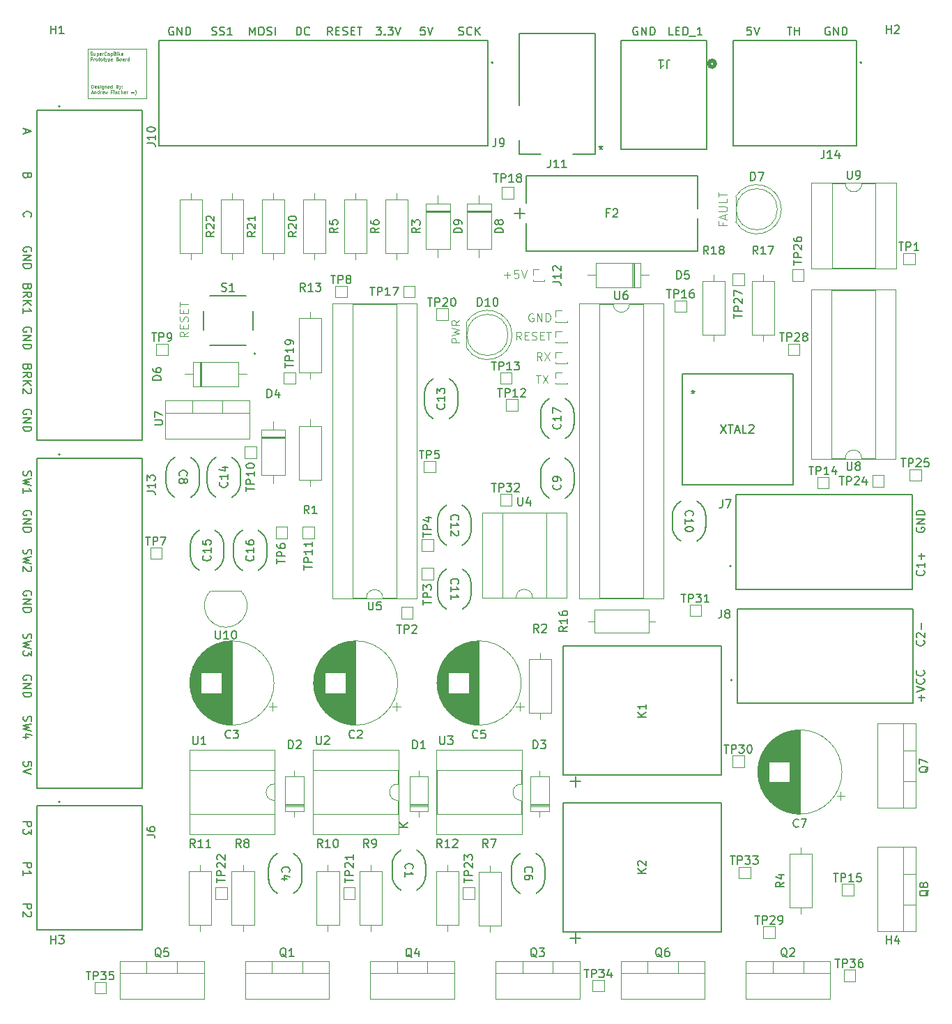
<source format=gbr>
%TF.GenerationSoftware,KiCad,Pcbnew,8.0.3*%
%TF.CreationDate,2024-11-28T01:10:20-08:00*%
%TF.ProjectId,SuperCapacitorBike,53757065-7243-4617-9061-6369746f7242,rev?*%
%TF.SameCoordinates,Original*%
%TF.FileFunction,Legend,Top*%
%TF.FilePolarity,Positive*%
%FSLAX46Y46*%
G04 Gerber Fmt 4.6, Leading zero omitted, Abs format (unit mm)*
G04 Created by KiCad (PCBNEW 8.0.3) date 2024-11-28 01:10:20*
%MOMM*%
%LPD*%
G01*
G04 APERTURE LIST*
%ADD10C,0.100000*%
%ADD11C,0.150000*%
%ADD12C,0.120000*%
%ADD13C,0.127000*%
%ADD14C,0.200000*%
%ADD15C,0.152400*%
%ADD16C,0.508000*%
G04 APERTURE END LIST*
D10*
X33437500Y-32000000D02*
X40562500Y-32000000D01*
X40562500Y-38000000D01*
X33437500Y-38000000D01*
X33437500Y-32000000D01*
D11*
X26153990Y-47420112D02*
X26106371Y-47562969D01*
X26106371Y-47562969D02*
X26058752Y-47610588D01*
X26058752Y-47610588D02*
X25963514Y-47658207D01*
X25963514Y-47658207D02*
X25820657Y-47658207D01*
X25820657Y-47658207D02*
X25725419Y-47610588D01*
X25725419Y-47610588D02*
X25677800Y-47562969D01*
X25677800Y-47562969D02*
X25630180Y-47467731D01*
X25630180Y-47467731D02*
X25630180Y-47086779D01*
X25630180Y-47086779D02*
X26630180Y-47086779D01*
X26630180Y-47086779D02*
X26630180Y-47420112D01*
X26630180Y-47420112D02*
X26582561Y-47515350D01*
X26582561Y-47515350D02*
X26534942Y-47562969D01*
X26534942Y-47562969D02*
X26439704Y-47610588D01*
X26439704Y-47610588D02*
X26344466Y-47610588D01*
X26344466Y-47610588D02*
X26249228Y-47562969D01*
X26249228Y-47562969D02*
X26201609Y-47515350D01*
X26201609Y-47515350D02*
X26153990Y-47420112D01*
X26153990Y-47420112D02*
X26153990Y-47086779D01*
X26582561Y-98360588D02*
X26630180Y-98265350D01*
X26630180Y-98265350D02*
X26630180Y-98122493D01*
X26630180Y-98122493D02*
X26582561Y-97979636D01*
X26582561Y-97979636D02*
X26487323Y-97884398D01*
X26487323Y-97884398D02*
X26392085Y-97836779D01*
X26392085Y-97836779D02*
X26201609Y-97789160D01*
X26201609Y-97789160D02*
X26058752Y-97789160D01*
X26058752Y-97789160D02*
X25868276Y-97836779D01*
X25868276Y-97836779D02*
X25773038Y-97884398D01*
X25773038Y-97884398D02*
X25677800Y-97979636D01*
X25677800Y-97979636D02*
X25630180Y-98122493D01*
X25630180Y-98122493D02*
X25630180Y-98217731D01*
X25630180Y-98217731D02*
X25677800Y-98360588D01*
X25677800Y-98360588D02*
X25725419Y-98408207D01*
X25725419Y-98408207D02*
X26058752Y-98408207D01*
X26058752Y-98408207D02*
X26058752Y-98217731D01*
X25630180Y-98836779D02*
X26630180Y-98836779D01*
X26630180Y-98836779D02*
X25630180Y-99408207D01*
X25630180Y-99408207D02*
X26630180Y-99408207D01*
X25630180Y-99884398D02*
X26630180Y-99884398D01*
X26630180Y-99884398D02*
X26630180Y-100122493D01*
X26630180Y-100122493D02*
X26582561Y-100265350D01*
X26582561Y-100265350D02*
X26487323Y-100360588D01*
X26487323Y-100360588D02*
X26392085Y-100408207D01*
X26392085Y-100408207D02*
X26201609Y-100455826D01*
X26201609Y-100455826D02*
X26058752Y-100455826D01*
X26058752Y-100455826D02*
X25868276Y-100408207D01*
X25868276Y-100408207D02*
X25773038Y-100360588D01*
X25773038Y-100360588D02*
X25677800Y-100265350D01*
X25677800Y-100265350D02*
X25630180Y-100122493D01*
X25630180Y-100122493D02*
X25630180Y-99884398D01*
X100260588Y-29417438D02*
X100165350Y-29369819D01*
X100165350Y-29369819D02*
X100022493Y-29369819D01*
X100022493Y-29369819D02*
X99879636Y-29417438D01*
X99879636Y-29417438D02*
X99784398Y-29512676D01*
X99784398Y-29512676D02*
X99736779Y-29607914D01*
X99736779Y-29607914D02*
X99689160Y-29798390D01*
X99689160Y-29798390D02*
X99689160Y-29941247D01*
X99689160Y-29941247D02*
X99736779Y-30131723D01*
X99736779Y-30131723D02*
X99784398Y-30226961D01*
X99784398Y-30226961D02*
X99879636Y-30322200D01*
X99879636Y-30322200D02*
X100022493Y-30369819D01*
X100022493Y-30369819D02*
X100117731Y-30369819D01*
X100117731Y-30369819D02*
X100260588Y-30322200D01*
X100260588Y-30322200D02*
X100308207Y-30274580D01*
X100308207Y-30274580D02*
X100308207Y-29941247D01*
X100308207Y-29941247D02*
X100117731Y-29941247D01*
X100736779Y-30369819D02*
X100736779Y-29369819D01*
X100736779Y-29369819D02*
X101308207Y-30369819D01*
X101308207Y-30369819D02*
X101308207Y-29369819D01*
X101784398Y-30369819D02*
X101784398Y-29369819D01*
X101784398Y-29369819D02*
X102022493Y-29369819D01*
X102022493Y-29369819D02*
X102165350Y-29417438D01*
X102165350Y-29417438D02*
X102260588Y-29512676D01*
X102260588Y-29512676D02*
X102308207Y-29607914D01*
X102308207Y-29607914D02*
X102355826Y-29798390D01*
X102355826Y-29798390D02*
X102355826Y-29941247D01*
X102355826Y-29941247D02*
X102308207Y-30131723D01*
X102308207Y-30131723D02*
X102260588Y-30226961D01*
X102260588Y-30226961D02*
X102165350Y-30322200D01*
X102165350Y-30322200D02*
X102022493Y-30369819D01*
X102022493Y-30369819D02*
X101784398Y-30369819D01*
D10*
X84053884Y-59491466D02*
X84815789Y-59491466D01*
X84434836Y-59872419D02*
X84434836Y-59110514D01*
X85768169Y-58872419D02*
X85291979Y-58872419D01*
X85291979Y-58872419D02*
X85244360Y-59348609D01*
X85244360Y-59348609D02*
X85291979Y-59300990D01*
X85291979Y-59300990D02*
X85387217Y-59253371D01*
X85387217Y-59253371D02*
X85625312Y-59253371D01*
X85625312Y-59253371D02*
X85720550Y-59300990D01*
X85720550Y-59300990D02*
X85768169Y-59348609D01*
X85768169Y-59348609D02*
X85815788Y-59443847D01*
X85815788Y-59443847D02*
X85815788Y-59681942D01*
X85815788Y-59681942D02*
X85768169Y-59777180D01*
X85768169Y-59777180D02*
X85720550Y-59824800D01*
X85720550Y-59824800D02*
X85625312Y-59872419D01*
X85625312Y-59872419D02*
X85387217Y-59872419D01*
X85387217Y-59872419D02*
X85291979Y-59824800D01*
X85291979Y-59824800D02*
X85244360Y-59777180D01*
X86101503Y-58872419D02*
X86434836Y-59872419D01*
X86434836Y-59872419D02*
X86768169Y-58872419D01*
D11*
X104562969Y-30369819D02*
X104086779Y-30369819D01*
X104086779Y-30369819D02*
X104086779Y-29369819D01*
X104896303Y-29846009D02*
X105229636Y-29846009D01*
X105372493Y-30369819D02*
X104896303Y-30369819D01*
X104896303Y-30369819D02*
X104896303Y-29369819D01*
X104896303Y-29369819D02*
X105372493Y-29369819D01*
X105801065Y-30369819D02*
X105801065Y-29369819D01*
X105801065Y-29369819D02*
X106039160Y-29369819D01*
X106039160Y-29369819D02*
X106182017Y-29417438D01*
X106182017Y-29417438D02*
X106277255Y-29512676D01*
X106277255Y-29512676D02*
X106324874Y-29607914D01*
X106324874Y-29607914D02*
X106372493Y-29798390D01*
X106372493Y-29798390D02*
X106372493Y-29941247D01*
X106372493Y-29941247D02*
X106324874Y-30131723D01*
X106324874Y-30131723D02*
X106277255Y-30226961D01*
X106277255Y-30226961D02*
X106182017Y-30322200D01*
X106182017Y-30322200D02*
X106039160Y-30369819D01*
X106039160Y-30369819D02*
X105801065Y-30369819D01*
X106562970Y-30465057D02*
X107324874Y-30465057D01*
X108086779Y-30369819D02*
X107515351Y-30369819D01*
X107801065Y-30369819D02*
X107801065Y-29369819D01*
X107801065Y-29369819D02*
X107705827Y-29512676D01*
X107705827Y-29512676D02*
X107610589Y-29607914D01*
X107610589Y-29607914D02*
X107515351Y-29655533D01*
X25677800Y-103039160D02*
X25630180Y-103182017D01*
X25630180Y-103182017D02*
X25630180Y-103420112D01*
X25630180Y-103420112D02*
X25677800Y-103515350D01*
X25677800Y-103515350D02*
X25725419Y-103562969D01*
X25725419Y-103562969D02*
X25820657Y-103610588D01*
X25820657Y-103610588D02*
X25915895Y-103610588D01*
X25915895Y-103610588D02*
X26011133Y-103562969D01*
X26011133Y-103562969D02*
X26058752Y-103515350D01*
X26058752Y-103515350D02*
X26106371Y-103420112D01*
X26106371Y-103420112D02*
X26153990Y-103229636D01*
X26153990Y-103229636D02*
X26201609Y-103134398D01*
X26201609Y-103134398D02*
X26249228Y-103086779D01*
X26249228Y-103086779D02*
X26344466Y-103039160D01*
X26344466Y-103039160D02*
X26439704Y-103039160D01*
X26439704Y-103039160D02*
X26534942Y-103086779D01*
X26534942Y-103086779D02*
X26582561Y-103134398D01*
X26582561Y-103134398D02*
X26630180Y-103229636D01*
X26630180Y-103229636D02*
X26630180Y-103467731D01*
X26630180Y-103467731D02*
X26582561Y-103610588D01*
X26630180Y-103943922D02*
X25630180Y-104182017D01*
X25630180Y-104182017D02*
X26344466Y-104372493D01*
X26344466Y-104372493D02*
X25630180Y-104562969D01*
X25630180Y-104562969D02*
X26630180Y-104801065D01*
X26630180Y-105086779D02*
X26630180Y-105705826D01*
X26630180Y-105705826D02*
X26249228Y-105372493D01*
X26249228Y-105372493D02*
X26249228Y-105515350D01*
X26249228Y-105515350D02*
X26201609Y-105610588D01*
X26201609Y-105610588D02*
X26153990Y-105658207D01*
X26153990Y-105658207D02*
X26058752Y-105705826D01*
X26058752Y-105705826D02*
X25820657Y-105705826D01*
X25820657Y-105705826D02*
X25725419Y-105658207D01*
X25725419Y-105658207D02*
X25677800Y-105610588D01*
X25677800Y-105610588D02*
X25630180Y-105515350D01*
X25630180Y-105515350D02*
X25630180Y-105229636D01*
X25630180Y-105229636D02*
X25677800Y-105134398D01*
X25677800Y-105134398D02*
X25725419Y-105086779D01*
X74412969Y-29369819D02*
X73936779Y-29369819D01*
X73936779Y-29369819D02*
X73889160Y-29846009D01*
X73889160Y-29846009D02*
X73936779Y-29798390D01*
X73936779Y-29798390D02*
X74032017Y-29750771D01*
X74032017Y-29750771D02*
X74270112Y-29750771D01*
X74270112Y-29750771D02*
X74365350Y-29798390D01*
X74365350Y-29798390D02*
X74412969Y-29846009D01*
X74412969Y-29846009D02*
X74460588Y-29941247D01*
X74460588Y-29941247D02*
X74460588Y-30179342D01*
X74460588Y-30179342D02*
X74412969Y-30274580D01*
X74412969Y-30274580D02*
X74365350Y-30322200D01*
X74365350Y-30322200D02*
X74270112Y-30369819D01*
X74270112Y-30369819D02*
X74032017Y-30369819D01*
X74032017Y-30369819D02*
X73936779Y-30322200D01*
X73936779Y-30322200D02*
X73889160Y-30274580D01*
X74746303Y-29369819D02*
X75079636Y-30369819D01*
X75079636Y-30369819D02*
X75412969Y-29369819D01*
X123610588Y-29417438D02*
X123515350Y-29369819D01*
X123515350Y-29369819D02*
X123372493Y-29369819D01*
X123372493Y-29369819D02*
X123229636Y-29417438D01*
X123229636Y-29417438D02*
X123134398Y-29512676D01*
X123134398Y-29512676D02*
X123086779Y-29607914D01*
X123086779Y-29607914D02*
X123039160Y-29798390D01*
X123039160Y-29798390D02*
X123039160Y-29941247D01*
X123039160Y-29941247D02*
X123086779Y-30131723D01*
X123086779Y-30131723D02*
X123134398Y-30226961D01*
X123134398Y-30226961D02*
X123229636Y-30322200D01*
X123229636Y-30322200D02*
X123372493Y-30369819D01*
X123372493Y-30369819D02*
X123467731Y-30369819D01*
X123467731Y-30369819D02*
X123610588Y-30322200D01*
X123610588Y-30322200D02*
X123658207Y-30274580D01*
X123658207Y-30274580D02*
X123658207Y-29941247D01*
X123658207Y-29941247D02*
X123467731Y-29941247D01*
X124086779Y-30369819D02*
X124086779Y-29369819D01*
X124086779Y-29369819D02*
X124658207Y-30369819D01*
X124658207Y-30369819D02*
X124658207Y-29369819D01*
X125134398Y-30369819D02*
X125134398Y-29369819D01*
X125134398Y-29369819D02*
X125372493Y-29369819D01*
X125372493Y-29369819D02*
X125515350Y-29417438D01*
X125515350Y-29417438D02*
X125610588Y-29512676D01*
X125610588Y-29512676D02*
X125658207Y-29607914D01*
X125658207Y-29607914D02*
X125705826Y-29798390D01*
X125705826Y-29798390D02*
X125705826Y-29941247D01*
X125705826Y-29941247D02*
X125658207Y-30131723D01*
X125658207Y-30131723D02*
X125610588Y-30226961D01*
X125610588Y-30226961D02*
X125515350Y-30322200D01*
X125515350Y-30322200D02*
X125372493Y-30369819D01*
X125372493Y-30369819D02*
X125134398Y-30369819D01*
X43860588Y-29417438D02*
X43765350Y-29369819D01*
X43765350Y-29369819D02*
X43622493Y-29369819D01*
X43622493Y-29369819D02*
X43479636Y-29417438D01*
X43479636Y-29417438D02*
X43384398Y-29512676D01*
X43384398Y-29512676D02*
X43336779Y-29607914D01*
X43336779Y-29607914D02*
X43289160Y-29798390D01*
X43289160Y-29798390D02*
X43289160Y-29941247D01*
X43289160Y-29941247D02*
X43336779Y-30131723D01*
X43336779Y-30131723D02*
X43384398Y-30226961D01*
X43384398Y-30226961D02*
X43479636Y-30322200D01*
X43479636Y-30322200D02*
X43622493Y-30369819D01*
X43622493Y-30369819D02*
X43717731Y-30369819D01*
X43717731Y-30369819D02*
X43860588Y-30322200D01*
X43860588Y-30322200D02*
X43908207Y-30274580D01*
X43908207Y-30274580D02*
X43908207Y-29941247D01*
X43908207Y-29941247D02*
X43717731Y-29941247D01*
X44336779Y-30369819D02*
X44336779Y-29369819D01*
X44336779Y-29369819D02*
X44908207Y-30369819D01*
X44908207Y-30369819D02*
X44908207Y-29369819D01*
X45384398Y-30369819D02*
X45384398Y-29369819D01*
X45384398Y-29369819D02*
X45622493Y-29369819D01*
X45622493Y-29369819D02*
X45765350Y-29417438D01*
X45765350Y-29417438D02*
X45860588Y-29512676D01*
X45860588Y-29512676D02*
X45908207Y-29607914D01*
X45908207Y-29607914D02*
X45955826Y-29798390D01*
X45955826Y-29798390D02*
X45955826Y-29941247D01*
X45955826Y-29941247D02*
X45908207Y-30131723D01*
X45908207Y-30131723D02*
X45860588Y-30226961D01*
X45860588Y-30226961D02*
X45765350Y-30322200D01*
X45765350Y-30322200D02*
X45622493Y-30369819D01*
X45622493Y-30369819D02*
X45384398Y-30369819D01*
D10*
X45622419Y-66374687D02*
X45146228Y-66708020D01*
X45622419Y-66946115D02*
X44622419Y-66946115D01*
X44622419Y-66946115D02*
X44622419Y-66565163D01*
X44622419Y-66565163D02*
X44670038Y-66469925D01*
X44670038Y-66469925D02*
X44717657Y-66422306D01*
X44717657Y-66422306D02*
X44812895Y-66374687D01*
X44812895Y-66374687D02*
X44955752Y-66374687D01*
X44955752Y-66374687D02*
X45050990Y-66422306D01*
X45050990Y-66422306D02*
X45098609Y-66469925D01*
X45098609Y-66469925D02*
X45146228Y-66565163D01*
X45146228Y-66565163D02*
X45146228Y-66946115D01*
X45098609Y-65946115D02*
X45098609Y-65612782D01*
X45622419Y-65469925D02*
X45622419Y-65946115D01*
X45622419Y-65946115D02*
X44622419Y-65946115D01*
X44622419Y-65946115D02*
X44622419Y-65469925D01*
X45574800Y-65088972D02*
X45622419Y-64946115D01*
X45622419Y-64946115D02*
X45622419Y-64708020D01*
X45622419Y-64708020D02*
X45574800Y-64612782D01*
X45574800Y-64612782D02*
X45527180Y-64565163D01*
X45527180Y-64565163D02*
X45431942Y-64517544D01*
X45431942Y-64517544D02*
X45336704Y-64517544D01*
X45336704Y-64517544D02*
X45241466Y-64565163D01*
X45241466Y-64565163D02*
X45193847Y-64612782D01*
X45193847Y-64612782D02*
X45146228Y-64708020D01*
X45146228Y-64708020D02*
X45098609Y-64898496D01*
X45098609Y-64898496D02*
X45050990Y-64993734D01*
X45050990Y-64993734D02*
X45003371Y-65041353D01*
X45003371Y-65041353D02*
X44908133Y-65088972D01*
X44908133Y-65088972D02*
X44812895Y-65088972D01*
X44812895Y-65088972D02*
X44717657Y-65041353D01*
X44717657Y-65041353D02*
X44670038Y-64993734D01*
X44670038Y-64993734D02*
X44622419Y-64898496D01*
X44622419Y-64898496D02*
X44622419Y-64660401D01*
X44622419Y-64660401D02*
X44670038Y-64517544D01*
X45098609Y-64088972D02*
X45098609Y-63755639D01*
X45622419Y-63612782D02*
X45622419Y-64088972D01*
X45622419Y-64088972D02*
X44622419Y-64088972D01*
X44622419Y-64088972D02*
X44622419Y-63612782D01*
X44622419Y-63327067D02*
X44622419Y-62755639D01*
X45622419Y-63041353D02*
X44622419Y-63041353D01*
D11*
X26582561Y-76360588D02*
X26630180Y-76265350D01*
X26630180Y-76265350D02*
X26630180Y-76122493D01*
X26630180Y-76122493D02*
X26582561Y-75979636D01*
X26582561Y-75979636D02*
X26487323Y-75884398D01*
X26487323Y-75884398D02*
X26392085Y-75836779D01*
X26392085Y-75836779D02*
X26201609Y-75789160D01*
X26201609Y-75789160D02*
X26058752Y-75789160D01*
X26058752Y-75789160D02*
X25868276Y-75836779D01*
X25868276Y-75836779D02*
X25773038Y-75884398D01*
X25773038Y-75884398D02*
X25677800Y-75979636D01*
X25677800Y-75979636D02*
X25630180Y-76122493D01*
X25630180Y-76122493D02*
X25630180Y-76217731D01*
X25630180Y-76217731D02*
X25677800Y-76360588D01*
X25677800Y-76360588D02*
X25725419Y-76408207D01*
X25725419Y-76408207D02*
X26058752Y-76408207D01*
X26058752Y-76408207D02*
X26058752Y-76217731D01*
X25630180Y-76836779D02*
X26630180Y-76836779D01*
X26630180Y-76836779D02*
X25630180Y-77408207D01*
X25630180Y-77408207D02*
X26630180Y-77408207D01*
X25630180Y-77884398D02*
X26630180Y-77884398D01*
X26630180Y-77884398D02*
X26630180Y-78122493D01*
X26630180Y-78122493D02*
X26582561Y-78265350D01*
X26582561Y-78265350D02*
X26487323Y-78360588D01*
X26487323Y-78360588D02*
X26392085Y-78408207D01*
X26392085Y-78408207D02*
X26201609Y-78455826D01*
X26201609Y-78455826D02*
X26058752Y-78455826D01*
X26058752Y-78455826D02*
X25868276Y-78408207D01*
X25868276Y-78408207D02*
X25773038Y-78360588D01*
X25773038Y-78360588D02*
X25677800Y-78265350D01*
X25677800Y-78265350D02*
X25630180Y-78122493D01*
X25630180Y-78122493D02*
X25630180Y-77884398D01*
X26582561Y-108610588D02*
X26630180Y-108515350D01*
X26630180Y-108515350D02*
X26630180Y-108372493D01*
X26630180Y-108372493D02*
X26582561Y-108229636D01*
X26582561Y-108229636D02*
X26487323Y-108134398D01*
X26487323Y-108134398D02*
X26392085Y-108086779D01*
X26392085Y-108086779D02*
X26201609Y-108039160D01*
X26201609Y-108039160D02*
X26058752Y-108039160D01*
X26058752Y-108039160D02*
X25868276Y-108086779D01*
X25868276Y-108086779D02*
X25773038Y-108134398D01*
X25773038Y-108134398D02*
X25677800Y-108229636D01*
X25677800Y-108229636D02*
X25630180Y-108372493D01*
X25630180Y-108372493D02*
X25630180Y-108467731D01*
X25630180Y-108467731D02*
X25677800Y-108610588D01*
X25677800Y-108610588D02*
X25725419Y-108658207D01*
X25725419Y-108658207D02*
X26058752Y-108658207D01*
X26058752Y-108658207D02*
X26058752Y-108467731D01*
X25630180Y-109086779D02*
X26630180Y-109086779D01*
X26630180Y-109086779D02*
X25630180Y-109658207D01*
X25630180Y-109658207D02*
X26630180Y-109658207D01*
X25630180Y-110134398D02*
X26630180Y-110134398D01*
X26630180Y-110134398D02*
X26630180Y-110372493D01*
X26630180Y-110372493D02*
X26582561Y-110515350D01*
X26582561Y-110515350D02*
X26487323Y-110610588D01*
X26487323Y-110610588D02*
X26392085Y-110658207D01*
X26392085Y-110658207D02*
X26201609Y-110705826D01*
X26201609Y-110705826D02*
X26058752Y-110705826D01*
X26058752Y-110705826D02*
X25868276Y-110658207D01*
X25868276Y-110658207D02*
X25773038Y-110610588D01*
X25773038Y-110610588D02*
X25677800Y-110515350D01*
X25677800Y-110515350D02*
X25630180Y-110372493D01*
X25630180Y-110372493D02*
X25630180Y-110134398D01*
X26630180Y-119062969D02*
X26630180Y-118586779D01*
X26630180Y-118586779D02*
X26153990Y-118539160D01*
X26153990Y-118539160D02*
X26201609Y-118586779D01*
X26201609Y-118586779D02*
X26249228Y-118682017D01*
X26249228Y-118682017D02*
X26249228Y-118920112D01*
X26249228Y-118920112D02*
X26201609Y-119015350D01*
X26201609Y-119015350D02*
X26153990Y-119062969D01*
X26153990Y-119062969D02*
X26058752Y-119110588D01*
X26058752Y-119110588D02*
X25820657Y-119110588D01*
X25820657Y-119110588D02*
X25725419Y-119062969D01*
X25725419Y-119062969D02*
X25677800Y-119015350D01*
X25677800Y-119015350D02*
X25630180Y-118920112D01*
X25630180Y-118920112D02*
X25630180Y-118682017D01*
X25630180Y-118682017D02*
X25677800Y-118586779D01*
X25677800Y-118586779D02*
X25725419Y-118539160D01*
X26630180Y-119396303D02*
X25630180Y-119729636D01*
X25630180Y-119729636D02*
X26630180Y-120062969D01*
D10*
X86125312Y-67372419D02*
X85791979Y-66896228D01*
X85553884Y-67372419D02*
X85553884Y-66372419D01*
X85553884Y-66372419D02*
X85934836Y-66372419D01*
X85934836Y-66372419D02*
X86030074Y-66420038D01*
X86030074Y-66420038D02*
X86077693Y-66467657D01*
X86077693Y-66467657D02*
X86125312Y-66562895D01*
X86125312Y-66562895D02*
X86125312Y-66705752D01*
X86125312Y-66705752D02*
X86077693Y-66800990D01*
X86077693Y-66800990D02*
X86030074Y-66848609D01*
X86030074Y-66848609D02*
X85934836Y-66896228D01*
X85934836Y-66896228D02*
X85553884Y-66896228D01*
X86553884Y-66848609D02*
X86887217Y-66848609D01*
X87030074Y-67372419D02*
X86553884Y-67372419D01*
X86553884Y-67372419D02*
X86553884Y-66372419D01*
X86553884Y-66372419D02*
X87030074Y-66372419D01*
X87411027Y-67324800D02*
X87553884Y-67372419D01*
X87553884Y-67372419D02*
X87791979Y-67372419D01*
X87791979Y-67372419D02*
X87887217Y-67324800D01*
X87887217Y-67324800D02*
X87934836Y-67277180D01*
X87934836Y-67277180D02*
X87982455Y-67181942D01*
X87982455Y-67181942D02*
X87982455Y-67086704D01*
X87982455Y-67086704D02*
X87934836Y-66991466D01*
X87934836Y-66991466D02*
X87887217Y-66943847D01*
X87887217Y-66943847D02*
X87791979Y-66896228D01*
X87791979Y-66896228D02*
X87601503Y-66848609D01*
X87601503Y-66848609D02*
X87506265Y-66800990D01*
X87506265Y-66800990D02*
X87458646Y-66753371D01*
X87458646Y-66753371D02*
X87411027Y-66658133D01*
X87411027Y-66658133D02*
X87411027Y-66562895D01*
X87411027Y-66562895D02*
X87458646Y-66467657D01*
X87458646Y-66467657D02*
X87506265Y-66420038D01*
X87506265Y-66420038D02*
X87601503Y-66372419D01*
X87601503Y-66372419D02*
X87839598Y-66372419D01*
X87839598Y-66372419D02*
X87982455Y-66420038D01*
X88411027Y-66848609D02*
X88744360Y-66848609D01*
X88887217Y-67372419D02*
X88411027Y-67372419D01*
X88411027Y-67372419D02*
X88411027Y-66372419D01*
X88411027Y-66372419D02*
X88887217Y-66372419D01*
X89172932Y-66372419D02*
X89744360Y-66372419D01*
X89458646Y-67372419D02*
X89458646Y-66372419D01*
D11*
X26153990Y-60920112D02*
X26106371Y-61062969D01*
X26106371Y-61062969D02*
X26058752Y-61110588D01*
X26058752Y-61110588D02*
X25963514Y-61158207D01*
X25963514Y-61158207D02*
X25820657Y-61158207D01*
X25820657Y-61158207D02*
X25725419Y-61110588D01*
X25725419Y-61110588D02*
X25677800Y-61062969D01*
X25677800Y-61062969D02*
X25630180Y-60967731D01*
X25630180Y-60967731D02*
X25630180Y-60586779D01*
X25630180Y-60586779D02*
X26630180Y-60586779D01*
X26630180Y-60586779D02*
X26630180Y-60920112D01*
X26630180Y-60920112D02*
X26582561Y-61015350D01*
X26582561Y-61015350D02*
X26534942Y-61062969D01*
X26534942Y-61062969D02*
X26439704Y-61110588D01*
X26439704Y-61110588D02*
X26344466Y-61110588D01*
X26344466Y-61110588D02*
X26249228Y-61062969D01*
X26249228Y-61062969D02*
X26201609Y-61015350D01*
X26201609Y-61015350D02*
X26153990Y-60920112D01*
X26153990Y-60920112D02*
X26153990Y-60586779D01*
X25630180Y-62158207D02*
X26106371Y-61824874D01*
X25630180Y-61586779D02*
X26630180Y-61586779D01*
X26630180Y-61586779D02*
X26630180Y-61967731D01*
X26630180Y-61967731D02*
X26582561Y-62062969D01*
X26582561Y-62062969D02*
X26534942Y-62110588D01*
X26534942Y-62110588D02*
X26439704Y-62158207D01*
X26439704Y-62158207D02*
X26296847Y-62158207D01*
X26296847Y-62158207D02*
X26201609Y-62110588D01*
X26201609Y-62110588D02*
X26153990Y-62062969D01*
X26153990Y-62062969D02*
X26106371Y-61967731D01*
X26106371Y-61967731D02*
X26106371Y-61586779D01*
X25630180Y-62586779D02*
X26630180Y-62586779D01*
X25630180Y-63158207D02*
X26201609Y-62729636D01*
X26630180Y-63158207D02*
X26058752Y-62586779D01*
X25630180Y-64110588D02*
X25630180Y-63539160D01*
X25630180Y-63824874D02*
X26630180Y-63824874D01*
X26630180Y-63824874D02*
X26487323Y-63729636D01*
X26487323Y-63729636D02*
X26392085Y-63634398D01*
X26392085Y-63634398D02*
X26344466Y-63539160D01*
X134167438Y-90139411D02*
X134119819Y-90234649D01*
X134119819Y-90234649D02*
X134119819Y-90377506D01*
X134119819Y-90377506D02*
X134167438Y-90520363D01*
X134167438Y-90520363D02*
X134262676Y-90615601D01*
X134262676Y-90615601D02*
X134357914Y-90663220D01*
X134357914Y-90663220D02*
X134548390Y-90710839D01*
X134548390Y-90710839D02*
X134691247Y-90710839D01*
X134691247Y-90710839D02*
X134881723Y-90663220D01*
X134881723Y-90663220D02*
X134976961Y-90615601D01*
X134976961Y-90615601D02*
X135072200Y-90520363D01*
X135072200Y-90520363D02*
X135119819Y-90377506D01*
X135119819Y-90377506D02*
X135119819Y-90282268D01*
X135119819Y-90282268D02*
X135072200Y-90139411D01*
X135072200Y-90139411D02*
X135024580Y-90091792D01*
X135024580Y-90091792D02*
X134691247Y-90091792D01*
X134691247Y-90091792D02*
X134691247Y-90282268D01*
X135119819Y-89663220D02*
X134119819Y-89663220D01*
X134119819Y-89663220D02*
X135119819Y-89091792D01*
X135119819Y-89091792D02*
X134119819Y-89091792D01*
X135119819Y-88615601D02*
X134119819Y-88615601D01*
X134119819Y-88615601D02*
X134119819Y-88377506D01*
X134119819Y-88377506D02*
X134167438Y-88234649D01*
X134167438Y-88234649D02*
X134262676Y-88139411D01*
X134262676Y-88139411D02*
X134357914Y-88091792D01*
X134357914Y-88091792D02*
X134548390Y-88044173D01*
X134548390Y-88044173D02*
X134691247Y-88044173D01*
X134691247Y-88044173D02*
X134881723Y-88091792D01*
X134881723Y-88091792D02*
X134976961Y-88139411D01*
X134976961Y-88139411D02*
X135072200Y-88234649D01*
X135072200Y-88234649D02*
X135119819Y-88377506D01*
X135119819Y-88377506D02*
X135119819Y-88615601D01*
X114062969Y-29369819D02*
X113586779Y-29369819D01*
X113586779Y-29369819D02*
X113539160Y-29846009D01*
X113539160Y-29846009D02*
X113586779Y-29798390D01*
X113586779Y-29798390D02*
X113682017Y-29750771D01*
X113682017Y-29750771D02*
X113920112Y-29750771D01*
X113920112Y-29750771D02*
X114015350Y-29798390D01*
X114015350Y-29798390D02*
X114062969Y-29846009D01*
X114062969Y-29846009D02*
X114110588Y-29941247D01*
X114110588Y-29941247D02*
X114110588Y-30179342D01*
X114110588Y-30179342D02*
X114062969Y-30274580D01*
X114062969Y-30274580D02*
X114015350Y-30322200D01*
X114015350Y-30322200D02*
X113920112Y-30369819D01*
X113920112Y-30369819D02*
X113682017Y-30369819D01*
X113682017Y-30369819D02*
X113586779Y-30322200D01*
X113586779Y-30322200D02*
X113539160Y-30274580D01*
X114396303Y-29369819D02*
X114729636Y-30369819D01*
X114729636Y-30369819D02*
X115062969Y-29369819D01*
X58836779Y-30369819D02*
X58836779Y-29369819D01*
X58836779Y-29369819D02*
X59074874Y-29369819D01*
X59074874Y-29369819D02*
X59217731Y-29417438D01*
X59217731Y-29417438D02*
X59312969Y-29512676D01*
X59312969Y-29512676D02*
X59360588Y-29607914D01*
X59360588Y-29607914D02*
X59408207Y-29798390D01*
X59408207Y-29798390D02*
X59408207Y-29941247D01*
X59408207Y-29941247D02*
X59360588Y-30131723D01*
X59360588Y-30131723D02*
X59312969Y-30226961D01*
X59312969Y-30226961D02*
X59217731Y-30322200D01*
X59217731Y-30322200D02*
X59074874Y-30369819D01*
X59074874Y-30369819D02*
X58836779Y-30369819D01*
X60408207Y-30274580D02*
X60360588Y-30322200D01*
X60360588Y-30322200D02*
X60217731Y-30369819D01*
X60217731Y-30369819D02*
X60122493Y-30369819D01*
X60122493Y-30369819D02*
X59979636Y-30322200D01*
X59979636Y-30322200D02*
X59884398Y-30226961D01*
X59884398Y-30226961D02*
X59836779Y-30131723D01*
X59836779Y-30131723D02*
X59789160Y-29941247D01*
X59789160Y-29941247D02*
X59789160Y-29798390D01*
X59789160Y-29798390D02*
X59836779Y-29607914D01*
X59836779Y-29607914D02*
X59884398Y-29512676D01*
X59884398Y-29512676D02*
X59979636Y-29417438D01*
X59979636Y-29417438D02*
X60122493Y-29369819D01*
X60122493Y-29369819D02*
X60217731Y-29369819D01*
X60217731Y-29369819D02*
X60360588Y-29417438D01*
X60360588Y-29417438D02*
X60408207Y-29465057D01*
X25630180Y-130836779D02*
X26630180Y-130836779D01*
X26630180Y-130836779D02*
X26630180Y-131217731D01*
X26630180Y-131217731D02*
X26582561Y-131312969D01*
X26582561Y-131312969D02*
X26534942Y-131360588D01*
X26534942Y-131360588D02*
X26439704Y-131408207D01*
X26439704Y-131408207D02*
X26296847Y-131408207D01*
X26296847Y-131408207D02*
X26201609Y-131360588D01*
X26201609Y-131360588D02*
X26153990Y-131312969D01*
X26153990Y-131312969D02*
X26106371Y-131217731D01*
X26106371Y-131217731D02*
X26106371Y-130836779D01*
X25630180Y-132360588D02*
X25630180Y-131789160D01*
X25630180Y-132074874D02*
X26630180Y-132074874D01*
X26630180Y-132074874D02*
X26487323Y-131979636D01*
X26487323Y-131979636D02*
X26392085Y-131884398D01*
X26392085Y-131884398D02*
X26344466Y-131789160D01*
X48539160Y-30322200D02*
X48682017Y-30369819D01*
X48682017Y-30369819D02*
X48920112Y-30369819D01*
X48920112Y-30369819D02*
X49015350Y-30322200D01*
X49015350Y-30322200D02*
X49062969Y-30274580D01*
X49062969Y-30274580D02*
X49110588Y-30179342D01*
X49110588Y-30179342D02*
X49110588Y-30084104D01*
X49110588Y-30084104D02*
X49062969Y-29988866D01*
X49062969Y-29988866D02*
X49015350Y-29941247D01*
X49015350Y-29941247D02*
X48920112Y-29893628D01*
X48920112Y-29893628D02*
X48729636Y-29846009D01*
X48729636Y-29846009D02*
X48634398Y-29798390D01*
X48634398Y-29798390D02*
X48586779Y-29750771D01*
X48586779Y-29750771D02*
X48539160Y-29655533D01*
X48539160Y-29655533D02*
X48539160Y-29560295D01*
X48539160Y-29560295D02*
X48586779Y-29465057D01*
X48586779Y-29465057D02*
X48634398Y-29417438D01*
X48634398Y-29417438D02*
X48729636Y-29369819D01*
X48729636Y-29369819D02*
X48967731Y-29369819D01*
X48967731Y-29369819D02*
X49110588Y-29417438D01*
X49491541Y-30322200D02*
X49634398Y-30369819D01*
X49634398Y-30369819D02*
X49872493Y-30369819D01*
X49872493Y-30369819D02*
X49967731Y-30322200D01*
X49967731Y-30322200D02*
X50015350Y-30274580D01*
X50015350Y-30274580D02*
X50062969Y-30179342D01*
X50062969Y-30179342D02*
X50062969Y-30084104D01*
X50062969Y-30084104D02*
X50015350Y-29988866D01*
X50015350Y-29988866D02*
X49967731Y-29941247D01*
X49967731Y-29941247D02*
X49872493Y-29893628D01*
X49872493Y-29893628D02*
X49682017Y-29846009D01*
X49682017Y-29846009D02*
X49586779Y-29798390D01*
X49586779Y-29798390D02*
X49539160Y-29750771D01*
X49539160Y-29750771D02*
X49491541Y-29655533D01*
X49491541Y-29655533D02*
X49491541Y-29560295D01*
X49491541Y-29560295D02*
X49539160Y-29465057D01*
X49539160Y-29465057D02*
X49586779Y-29417438D01*
X49586779Y-29417438D02*
X49682017Y-29369819D01*
X49682017Y-29369819D02*
X49920112Y-29369819D01*
X49920112Y-29369819D02*
X50062969Y-29417438D01*
X51015350Y-30369819D02*
X50443922Y-30369819D01*
X50729636Y-30369819D02*
X50729636Y-29369819D01*
X50729636Y-29369819D02*
X50634398Y-29512676D01*
X50634398Y-29512676D02*
X50539160Y-29607914D01*
X50539160Y-29607914D02*
X50443922Y-29655533D01*
X26153990Y-70670112D02*
X26106371Y-70812969D01*
X26106371Y-70812969D02*
X26058752Y-70860588D01*
X26058752Y-70860588D02*
X25963514Y-70908207D01*
X25963514Y-70908207D02*
X25820657Y-70908207D01*
X25820657Y-70908207D02*
X25725419Y-70860588D01*
X25725419Y-70860588D02*
X25677800Y-70812969D01*
X25677800Y-70812969D02*
X25630180Y-70717731D01*
X25630180Y-70717731D02*
X25630180Y-70336779D01*
X25630180Y-70336779D02*
X26630180Y-70336779D01*
X26630180Y-70336779D02*
X26630180Y-70670112D01*
X26630180Y-70670112D02*
X26582561Y-70765350D01*
X26582561Y-70765350D02*
X26534942Y-70812969D01*
X26534942Y-70812969D02*
X26439704Y-70860588D01*
X26439704Y-70860588D02*
X26344466Y-70860588D01*
X26344466Y-70860588D02*
X26249228Y-70812969D01*
X26249228Y-70812969D02*
X26201609Y-70765350D01*
X26201609Y-70765350D02*
X26153990Y-70670112D01*
X26153990Y-70670112D02*
X26153990Y-70336779D01*
X25630180Y-71908207D02*
X26106371Y-71574874D01*
X25630180Y-71336779D02*
X26630180Y-71336779D01*
X26630180Y-71336779D02*
X26630180Y-71717731D01*
X26630180Y-71717731D02*
X26582561Y-71812969D01*
X26582561Y-71812969D02*
X26534942Y-71860588D01*
X26534942Y-71860588D02*
X26439704Y-71908207D01*
X26439704Y-71908207D02*
X26296847Y-71908207D01*
X26296847Y-71908207D02*
X26201609Y-71860588D01*
X26201609Y-71860588D02*
X26153990Y-71812969D01*
X26153990Y-71812969D02*
X26106371Y-71717731D01*
X26106371Y-71717731D02*
X26106371Y-71336779D01*
X25630180Y-72336779D02*
X26630180Y-72336779D01*
X25630180Y-72908207D02*
X26201609Y-72479636D01*
X26630180Y-72908207D02*
X26058752Y-72336779D01*
X26534942Y-73289160D02*
X26582561Y-73336779D01*
X26582561Y-73336779D02*
X26630180Y-73432017D01*
X26630180Y-73432017D02*
X26630180Y-73670112D01*
X26630180Y-73670112D02*
X26582561Y-73765350D01*
X26582561Y-73765350D02*
X26534942Y-73812969D01*
X26534942Y-73812969D02*
X26439704Y-73860588D01*
X26439704Y-73860588D02*
X26344466Y-73860588D01*
X26344466Y-73860588D02*
X26201609Y-73812969D01*
X26201609Y-73812969D02*
X25630180Y-73241541D01*
X25630180Y-73241541D02*
X25630180Y-73860588D01*
X25677800Y-113039160D02*
X25630180Y-113182017D01*
X25630180Y-113182017D02*
X25630180Y-113420112D01*
X25630180Y-113420112D02*
X25677800Y-113515350D01*
X25677800Y-113515350D02*
X25725419Y-113562969D01*
X25725419Y-113562969D02*
X25820657Y-113610588D01*
X25820657Y-113610588D02*
X25915895Y-113610588D01*
X25915895Y-113610588D02*
X26011133Y-113562969D01*
X26011133Y-113562969D02*
X26058752Y-113515350D01*
X26058752Y-113515350D02*
X26106371Y-113420112D01*
X26106371Y-113420112D02*
X26153990Y-113229636D01*
X26153990Y-113229636D02*
X26201609Y-113134398D01*
X26201609Y-113134398D02*
X26249228Y-113086779D01*
X26249228Y-113086779D02*
X26344466Y-113039160D01*
X26344466Y-113039160D02*
X26439704Y-113039160D01*
X26439704Y-113039160D02*
X26534942Y-113086779D01*
X26534942Y-113086779D02*
X26582561Y-113134398D01*
X26582561Y-113134398D02*
X26630180Y-113229636D01*
X26630180Y-113229636D02*
X26630180Y-113467731D01*
X26630180Y-113467731D02*
X26582561Y-113610588D01*
X26630180Y-113943922D02*
X25630180Y-114182017D01*
X25630180Y-114182017D02*
X26344466Y-114372493D01*
X26344466Y-114372493D02*
X25630180Y-114562969D01*
X25630180Y-114562969D02*
X26630180Y-114801065D01*
X26296847Y-115610588D02*
X25630180Y-115610588D01*
X26677800Y-115372493D02*
X25963514Y-115134398D01*
X25963514Y-115134398D02*
X25963514Y-115753445D01*
D10*
X33911027Y-36801869D02*
X33911027Y-36401869D01*
X33911027Y-36401869D02*
X34006265Y-36401869D01*
X34006265Y-36401869D02*
X34063408Y-36420917D01*
X34063408Y-36420917D02*
X34101503Y-36459012D01*
X34101503Y-36459012D02*
X34120550Y-36497107D01*
X34120550Y-36497107D02*
X34139598Y-36573298D01*
X34139598Y-36573298D02*
X34139598Y-36630441D01*
X34139598Y-36630441D02*
X34120550Y-36706631D01*
X34120550Y-36706631D02*
X34101503Y-36744726D01*
X34101503Y-36744726D02*
X34063408Y-36782822D01*
X34063408Y-36782822D02*
X34006265Y-36801869D01*
X34006265Y-36801869D02*
X33911027Y-36801869D01*
X34463408Y-36782822D02*
X34425312Y-36801869D01*
X34425312Y-36801869D02*
X34349122Y-36801869D01*
X34349122Y-36801869D02*
X34311027Y-36782822D01*
X34311027Y-36782822D02*
X34291979Y-36744726D01*
X34291979Y-36744726D02*
X34291979Y-36592345D01*
X34291979Y-36592345D02*
X34311027Y-36554250D01*
X34311027Y-36554250D02*
X34349122Y-36535202D01*
X34349122Y-36535202D02*
X34425312Y-36535202D01*
X34425312Y-36535202D02*
X34463408Y-36554250D01*
X34463408Y-36554250D02*
X34482455Y-36592345D01*
X34482455Y-36592345D02*
X34482455Y-36630441D01*
X34482455Y-36630441D02*
X34291979Y-36668536D01*
X34634836Y-36782822D02*
X34672931Y-36801869D01*
X34672931Y-36801869D02*
X34749122Y-36801869D01*
X34749122Y-36801869D02*
X34787217Y-36782822D01*
X34787217Y-36782822D02*
X34806265Y-36744726D01*
X34806265Y-36744726D02*
X34806265Y-36725679D01*
X34806265Y-36725679D02*
X34787217Y-36687583D01*
X34787217Y-36687583D02*
X34749122Y-36668536D01*
X34749122Y-36668536D02*
X34691979Y-36668536D01*
X34691979Y-36668536D02*
X34653884Y-36649488D01*
X34653884Y-36649488D02*
X34634836Y-36611393D01*
X34634836Y-36611393D02*
X34634836Y-36592345D01*
X34634836Y-36592345D02*
X34653884Y-36554250D01*
X34653884Y-36554250D02*
X34691979Y-36535202D01*
X34691979Y-36535202D02*
X34749122Y-36535202D01*
X34749122Y-36535202D02*
X34787217Y-36554250D01*
X34977694Y-36801869D02*
X34977694Y-36535202D01*
X34977694Y-36401869D02*
X34958646Y-36420917D01*
X34958646Y-36420917D02*
X34977694Y-36439964D01*
X34977694Y-36439964D02*
X34996741Y-36420917D01*
X34996741Y-36420917D02*
X34977694Y-36401869D01*
X34977694Y-36401869D02*
X34977694Y-36439964D01*
X35339598Y-36535202D02*
X35339598Y-36859012D01*
X35339598Y-36859012D02*
X35320551Y-36897107D01*
X35320551Y-36897107D02*
X35301503Y-36916155D01*
X35301503Y-36916155D02*
X35263408Y-36935202D01*
X35263408Y-36935202D02*
X35206265Y-36935202D01*
X35206265Y-36935202D02*
X35168170Y-36916155D01*
X35339598Y-36782822D02*
X35301503Y-36801869D01*
X35301503Y-36801869D02*
X35225312Y-36801869D01*
X35225312Y-36801869D02*
X35187217Y-36782822D01*
X35187217Y-36782822D02*
X35168170Y-36763774D01*
X35168170Y-36763774D02*
X35149122Y-36725679D01*
X35149122Y-36725679D02*
X35149122Y-36611393D01*
X35149122Y-36611393D02*
X35168170Y-36573298D01*
X35168170Y-36573298D02*
X35187217Y-36554250D01*
X35187217Y-36554250D02*
X35225312Y-36535202D01*
X35225312Y-36535202D02*
X35301503Y-36535202D01*
X35301503Y-36535202D02*
X35339598Y-36554250D01*
X35530075Y-36535202D02*
X35530075Y-36801869D01*
X35530075Y-36573298D02*
X35549122Y-36554250D01*
X35549122Y-36554250D02*
X35587217Y-36535202D01*
X35587217Y-36535202D02*
X35644360Y-36535202D01*
X35644360Y-36535202D02*
X35682456Y-36554250D01*
X35682456Y-36554250D02*
X35701503Y-36592345D01*
X35701503Y-36592345D02*
X35701503Y-36801869D01*
X36044361Y-36782822D02*
X36006265Y-36801869D01*
X36006265Y-36801869D02*
X35930075Y-36801869D01*
X35930075Y-36801869D02*
X35891980Y-36782822D01*
X35891980Y-36782822D02*
X35872932Y-36744726D01*
X35872932Y-36744726D02*
X35872932Y-36592345D01*
X35872932Y-36592345D02*
X35891980Y-36554250D01*
X35891980Y-36554250D02*
X35930075Y-36535202D01*
X35930075Y-36535202D02*
X36006265Y-36535202D01*
X36006265Y-36535202D02*
X36044361Y-36554250D01*
X36044361Y-36554250D02*
X36063408Y-36592345D01*
X36063408Y-36592345D02*
X36063408Y-36630441D01*
X36063408Y-36630441D02*
X35872932Y-36668536D01*
X36406265Y-36801869D02*
X36406265Y-36401869D01*
X36406265Y-36782822D02*
X36368170Y-36801869D01*
X36368170Y-36801869D02*
X36291979Y-36801869D01*
X36291979Y-36801869D02*
X36253884Y-36782822D01*
X36253884Y-36782822D02*
X36234837Y-36763774D01*
X36234837Y-36763774D02*
X36215789Y-36725679D01*
X36215789Y-36725679D02*
X36215789Y-36611393D01*
X36215789Y-36611393D02*
X36234837Y-36573298D01*
X36234837Y-36573298D02*
X36253884Y-36554250D01*
X36253884Y-36554250D02*
X36291979Y-36535202D01*
X36291979Y-36535202D02*
X36368170Y-36535202D01*
X36368170Y-36535202D02*
X36406265Y-36554250D01*
X37034837Y-36592345D02*
X37091980Y-36611393D01*
X37091980Y-36611393D02*
X37111027Y-36630441D01*
X37111027Y-36630441D02*
X37130075Y-36668536D01*
X37130075Y-36668536D02*
X37130075Y-36725679D01*
X37130075Y-36725679D02*
X37111027Y-36763774D01*
X37111027Y-36763774D02*
X37091980Y-36782822D01*
X37091980Y-36782822D02*
X37053885Y-36801869D01*
X37053885Y-36801869D02*
X36901504Y-36801869D01*
X36901504Y-36801869D02*
X36901504Y-36401869D01*
X36901504Y-36401869D02*
X37034837Y-36401869D01*
X37034837Y-36401869D02*
X37072932Y-36420917D01*
X37072932Y-36420917D02*
X37091980Y-36439964D01*
X37091980Y-36439964D02*
X37111027Y-36478060D01*
X37111027Y-36478060D02*
X37111027Y-36516155D01*
X37111027Y-36516155D02*
X37091980Y-36554250D01*
X37091980Y-36554250D02*
X37072932Y-36573298D01*
X37072932Y-36573298D02*
X37034837Y-36592345D01*
X37034837Y-36592345D02*
X36901504Y-36592345D01*
X37263408Y-36535202D02*
X37358646Y-36801869D01*
X37453885Y-36535202D02*
X37358646Y-36801869D01*
X37358646Y-36801869D02*
X37320551Y-36897107D01*
X37320551Y-36897107D02*
X37301504Y-36916155D01*
X37301504Y-36916155D02*
X37263408Y-36935202D01*
X37606266Y-36763774D02*
X37625313Y-36782822D01*
X37625313Y-36782822D02*
X37606266Y-36801869D01*
X37606266Y-36801869D02*
X37587218Y-36782822D01*
X37587218Y-36782822D02*
X37606266Y-36763774D01*
X37606266Y-36763774D02*
X37606266Y-36801869D01*
X37606266Y-36554250D02*
X37625313Y-36573298D01*
X37625313Y-36573298D02*
X37606266Y-36592345D01*
X37606266Y-36592345D02*
X37587218Y-36573298D01*
X37587218Y-36573298D02*
X37606266Y-36554250D01*
X37606266Y-36554250D02*
X37606266Y-36592345D01*
X33891979Y-37331561D02*
X34082455Y-37331561D01*
X33853884Y-37445847D02*
X33987217Y-37045847D01*
X33987217Y-37045847D02*
X34120550Y-37445847D01*
X34253884Y-37179180D02*
X34253884Y-37445847D01*
X34253884Y-37217276D02*
X34272931Y-37198228D01*
X34272931Y-37198228D02*
X34311026Y-37179180D01*
X34311026Y-37179180D02*
X34368169Y-37179180D01*
X34368169Y-37179180D02*
X34406265Y-37198228D01*
X34406265Y-37198228D02*
X34425312Y-37236323D01*
X34425312Y-37236323D02*
X34425312Y-37445847D01*
X34787217Y-37445847D02*
X34787217Y-37045847D01*
X34787217Y-37426800D02*
X34749122Y-37445847D01*
X34749122Y-37445847D02*
X34672931Y-37445847D01*
X34672931Y-37445847D02*
X34634836Y-37426800D01*
X34634836Y-37426800D02*
X34615789Y-37407752D01*
X34615789Y-37407752D02*
X34596741Y-37369657D01*
X34596741Y-37369657D02*
X34596741Y-37255371D01*
X34596741Y-37255371D02*
X34615789Y-37217276D01*
X34615789Y-37217276D02*
X34634836Y-37198228D01*
X34634836Y-37198228D02*
X34672931Y-37179180D01*
X34672931Y-37179180D02*
X34749122Y-37179180D01*
X34749122Y-37179180D02*
X34787217Y-37198228D01*
X34977694Y-37445847D02*
X34977694Y-37179180D01*
X34977694Y-37255371D02*
X34996741Y-37217276D01*
X34996741Y-37217276D02*
X35015789Y-37198228D01*
X35015789Y-37198228D02*
X35053884Y-37179180D01*
X35053884Y-37179180D02*
X35091979Y-37179180D01*
X35377694Y-37426800D02*
X35339598Y-37445847D01*
X35339598Y-37445847D02*
X35263408Y-37445847D01*
X35263408Y-37445847D02*
X35225313Y-37426800D01*
X35225313Y-37426800D02*
X35206265Y-37388704D01*
X35206265Y-37388704D02*
X35206265Y-37236323D01*
X35206265Y-37236323D02*
X35225313Y-37198228D01*
X35225313Y-37198228D02*
X35263408Y-37179180D01*
X35263408Y-37179180D02*
X35339598Y-37179180D01*
X35339598Y-37179180D02*
X35377694Y-37198228D01*
X35377694Y-37198228D02*
X35396741Y-37236323D01*
X35396741Y-37236323D02*
X35396741Y-37274419D01*
X35396741Y-37274419D02*
X35206265Y-37312514D01*
X35530074Y-37179180D02*
X35606265Y-37445847D01*
X35606265Y-37445847D02*
X35682455Y-37255371D01*
X35682455Y-37255371D02*
X35758646Y-37445847D01*
X35758646Y-37445847D02*
X35834836Y-37179180D01*
X36425313Y-37236323D02*
X36291980Y-37236323D01*
X36291980Y-37445847D02*
X36291980Y-37045847D01*
X36291980Y-37045847D02*
X36482456Y-37045847D01*
X36634837Y-37445847D02*
X36634837Y-37179180D01*
X36634837Y-37045847D02*
X36615789Y-37064895D01*
X36615789Y-37064895D02*
X36634837Y-37083942D01*
X36634837Y-37083942D02*
X36653884Y-37064895D01*
X36653884Y-37064895D02*
X36634837Y-37045847D01*
X36634837Y-37045847D02*
X36634837Y-37083942D01*
X36806265Y-37426800D02*
X36844360Y-37445847D01*
X36844360Y-37445847D02*
X36920551Y-37445847D01*
X36920551Y-37445847D02*
X36958646Y-37426800D01*
X36958646Y-37426800D02*
X36977694Y-37388704D01*
X36977694Y-37388704D02*
X36977694Y-37369657D01*
X36977694Y-37369657D02*
X36958646Y-37331561D01*
X36958646Y-37331561D02*
X36920551Y-37312514D01*
X36920551Y-37312514D02*
X36863408Y-37312514D01*
X36863408Y-37312514D02*
X36825313Y-37293466D01*
X36825313Y-37293466D02*
X36806265Y-37255371D01*
X36806265Y-37255371D02*
X36806265Y-37236323D01*
X36806265Y-37236323D02*
X36825313Y-37198228D01*
X36825313Y-37198228D02*
X36863408Y-37179180D01*
X36863408Y-37179180D02*
X36920551Y-37179180D01*
X36920551Y-37179180D02*
X36958646Y-37198228D01*
X37320551Y-37426800D02*
X37282456Y-37445847D01*
X37282456Y-37445847D02*
X37206265Y-37445847D01*
X37206265Y-37445847D02*
X37168170Y-37426800D01*
X37168170Y-37426800D02*
X37149123Y-37407752D01*
X37149123Y-37407752D02*
X37130075Y-37369657D01*
X37130075Y-37369657D02*
X37130075Y-37255371D01*
X37130075Y-37255371D02*
X37149123Y-37217276D01*
X37149123Y-37217276D02*
X37168170Y-37198228D01*
X37168170Y-37198228D02*
X37206265Y-37179180D01*
X37206265Y-37179180D02*
X37282456Y-37179180D01*
X37282456Y-37179180D02*
X37320551Y-37198228D01*
X37491980Y-37445847D02*
X37491980Y-37045847D01*
X37663408Y-37445847D02*
X37663408Y-37236323D01*
X37663408Y-37236323D02*
X37644361Y-37198228D01*
X37644361Y-37198228D02*
X37606265Y-37179180D01*
X37606265Y-37179180D02*
X37549122Y-37179180D01*
X37549122Y-37179180D02*
X37511027Y-37198228D01*
X37511027Y-37198228D02*
X37491980Y-37217276D01*
X38006266Y-37426800D02*
X37968170Y-37445847D01*
X37968170Y-37445847D02*
X37891980Y-37445847D01*
X37891980Y-37445847D02*
X37853885Y-37426800D01*
X37853885Y-37426800D02*
X37834837Y-37388704D01*
X37834837Y-37388704D02*
X37834837Y-37236323D01*
X37834837Y-37236323D02*
X37853885Y-37198228D01*
X37853885Y-37198228D02*
X37891980Y-37179180D01*
X37891980Y-37179180D02*
X37968170Y-37179180D01*
X37968170Y-37179180D02*
X38006266Y-37198228D01*
X38006266Y-37198228D02*
X38025313Y-37236323D01*
X38025313Y-37236323D02*
X38025313Y-37274419D01*
X38025313Y-37274419D02*
X37834837Y-37312514D01*
X38196742Y-37445847D02*
X38196742Y-37179180D01*
X38196742Y-37255371D02*
X38215789Y-37217276D01*
X38215789Y-37217276D02*
X38234837Y-37198228D01*
X38234837Y-37198228D02*
X38272932Y-37179180D01*
X38272932Y-37179180D02*
X38311027Y-37179180D01*
X38749123Y-37236323D02*
X39053885Y-37236323D01*
X39053885Y-37350609D02*
X38749123Y-37350609D01*
X39206265Y-37598228D02*
X39225313Y-37579180D01*
X39225313Y-37579180D02*
X39263408Y-37522038D01*
X39263408Y-37522038D02*
X39282456Y-37483942D01*
X39282456Y-37483942D02*
X39301503Y-37426800D01*
X39301503Y-37426800D02*
X39320551Y-37331561D01*
X39320551Y-37331561D02*
X39320551Y-37255371D01*
X39320551Y-37255371D02*
X39301503Y-37160133D01*
X39301503Y-37160133D02*
X39282456Y-37102990D01*
X39282456Y-37102990D02*
X39263408Y-37064895D01*
X39263408Y-37064895D02*
X39225313Y-37007752D01*
X39225313Y-37007752D02*
X39206265Y-36988704D01*
D11*
X135024580Y-95341792D02*
X135072200Y-95389411D01*
X135072200Y-95389411D02*
X135119819Y-95532268D01*
X135119819Y-95532268D02*
X135119819Y-95627506D01*
X135119819Y-95627506D02*
X135072200Y-95770363D01*
X135072200Y-95770363D02*
X134976961Y-95865601D01*
X134976961Y-95865601D02*
X134881723Y-95913220D01*
X134881723Y-95913220D02*
X134691247Y-95960839D01*
X134691247Y-95960839D02*
X134548390Y-95960839D01*
X134548390Y-95960839D02*
X134357914Y-95913220D01*
X134357914Y-95913220D02*
X134262676Y-95865601D01*
X134262676Y-95865601D02*
X134167438Y-95770363D01*
X134167438Y-95770363D02*
X134119819Y-95627506D01*
X134119819Y-95627506D02*
X134119819Y-95532268D01*
X134119819Y-95532268D02*
X134167438Y-95389411D01*
X134167438Y-95389411D02*
X134215057Y-95341792D01*
X135119819Y-94389411D02*
X135119819Y-94960839D01*
X135119819Y-94675125D02*
X134119819Y-94675125D01*
X134119819Y-94675125D02*
X134262676Y-94770363D01*
X134262676Y-94770363D02*
X134357914Y-94865601D01*
X134357914Y-94865601D02*
X134405533Y-94960839D01*
X134738866Y-93960839D02*
X134738866Y-93198935D01*
X135119819Y-93579887D02*
X134357914Y-93579887D01*
X26582561Y-56610588D02*
X26630180Y-56515350D01*
X26630180Y-56515350D02*
X26630180Y-56372493D01*
X26630180Y-56372493D02*
X26582561Y-56229636D01*
X26582561Y-56229636D02*
X26487323Y-56134398D01*
X26487323Y-56134398D02*
X26392085Y-56086779D01*
X26392085Y-56086779D02*
X26201609Y-56039160D01*
X26201609Y-56039160D02*
X26058752Y-56039160D01*
X26058752Y-56039160D02*
X25868276Y-56086779D01*
X25868276Y-56086779D02*
X25773038Y-56134398D01*
X25773038Y-56134398D02*
X25677800Y-56229636D01*
X25677800Y-56229636D02*
X25630180Y-56372493D01*
X25630180Y-56372493D02*
X25630180Y-56467731D01*
X25630180Y-56467731D02*
X25677800Y-56610588D01*
X25677800Y-56610588D02*
X25725419Y-56658207D01*
X25725419Y-56658207D02*
X26058752Y-56658207D01*
X26058752Y-56658207D02*
X26058752Y-56467731D01*
X25630180Y-57086779D02*
X26630180Y-57086779D01*
X26630180Y-57086779D02*
X25630180Y-57658207D01*
X25630180Y-57658207D02*
X26630180Y-57658207D01*
X25630180Y-58134398D02*
X26630180Y-58134398D01*
X26630180Y-58134398D02*
X26630180Y-58372493D01*
X26630180Y-58372493D02*
X26582561Y-58515350D01*
X26582561Y-58515350D02*
X26487323Y-58610588D01*
X26487323Y-58610588D02*
X26392085Y-58658207D01*
X26392085Y-58658207D02*
X26201609Y-58705826D01*
X26201609Y-58705826D02*
X26058752Y-58705826D01*
X26058752Y-58705826D02*
X25868276Y-58658207D01*
X25868276Y-58658207D02*
X25773038Y-58610588D01*
X25773038Y-58610588D02*
X25677800Y-58515350D01*
X25677800Y-58515350D02*
X25630180Y-58372493D01*
X25630180Y-58372493D02*
X25630180Y-58134398D01*
X25677800Y-83289160D02*
X25630180Y-83432017D01*
X25630180Y-83432017D02*
X25630180Y-83670112D01*
X25630180Y-83670112D02*
X25677800Y-83765350D01*
X25677800Y-83765350D02*
X25725419Y-83812969D01*
X25725419Y-83812969D02*
X25820657Y-83860588D01*
X25820657Y-83860588D02*
X25915895Y-83860588D01*
X25915895Y-83860588D02*
X26011133Y-83812969D01*
X26011133Y-83812969D02*
X26058752Y-83765350D01*
X26058752Y-83765350D02*
X26106371Y-83670112D01*
X26106371Y-83670112D02*
X26153990Y-83479636D01*
X26153990Y-83479636D02*
X26201609Y-83384398D01*
X26201609Y-83384398D02*
X26249228Y-83336779D01*
X26249228Y-83336779D02*
X26344466Y-83289160D01*
X26344466Y-83289160D02*
X26439704Y-83289160D01*
X26439704Y-83289160D02*
X26534942Y-83336779D01*
X26534942Y-83336779D02*
X26582561Y-83384398D01*
X26582561Y-83384398D02*
X26630180Y-83479636D01*
X26630180Y-83479636D02*
X26630180Y-83717731D01*
X26630180Y-83717731D02*
X26582561Y-83860588D01*
X26630180Y-84193922D02*
X25630180Y-84432017D01*
X25630180Y-84432017D02*
X26344466Y-84622493D01*
X26344466Y-84622493D02*
X25630180Y-84812969D01*
X25630180Y-84812969D02*
X26630180Y-85051065D01*
X25630180Y-85955826D02*
X25630180Y-85384398D01*
X25630180Y-85670112D02*
X26630180Y-85670112D01*
X26630180Y-85670112D02*
X26487323Y-85574874D01*
X26487323Y-85574874D02*
X26392085Y-85479636D01*
X26392085Y-85479636D02*
X26344466Y-85384398D01*
X118443922Y-29369819D02*
X119015350Y-29369819D01*
X118729636Y-30369819D02*
X118729636Y-29369819D01*
X119348684Y-30369819D02*
X119348684Y-29369819D01*
X119348684Y-29846009D02*
X119920112Y-29846009D01*
X119920112Y-30369819D02*
X119920112Y-29369819D01*
X78539160Y-30322200D02*
X78682017Y-30369819D01*
X78682017Y-30369819D02*
X78920112Y-30369819D01*
X78920112Y-30369819D02*
X79015350Y-30322200D01*
X79015350Y-30322200D02*
X79062969Y-30274580D01*
X79062969Y-30274580D02*
X79110588Y-30179342D01*
X79110588Y-30179342D02*
X79110588Y-30084104D01*
X79110588Y-30084104D02*
X79062969Y-29988866D01*
X79062969Y-29988866D02*
X79015350Y-29941247D01*
X79015350Y-29941247D02*
X78920112Y-29893628D01*
X78920112Y-29893628D02*
X78729636Y-29846009D01*
X78729636Y-29846009D02*
X78634398Y-29798390D01*
X78634398Y-29798390D02*
X78586779Y-29750771D01*
X78586779Y-29750771D02*
X78539160Y-29655533D01*
X78539160Y-29655533D02*
X78539160Y-29560295D01*
X78539160Y-29560295D02*
X78586779Y-29465057D01*
X78586779Y-29465057D02*
X78634398Y-29417438D01*
X78634398Y-29417438D02*
X78729636Y-29369819D01*
X78729636Y-29369819D02*
X78967731Y-29369819D01*
X78967731Y-29369819D02*
X79110588Y-29417438D01*
X80110588Y-30274580D02*
X80062969Y-30322200D01*
X80062969Y-30322200D02*
X79920112Y-30369819D01*
X79920112Y-30369819D02*
X79824874Y-30369819D01*
X79824874Y-30369819D02*
X79682017Y-30322200D01*
X79682017Y-30322200D02*
X79586779Y-30226961D01*
X79586779Y-30226961D02*
X79539160Y-30131723D01*
X79539160Y-30131723D02*
X79491541Y-29941247D01*
X79491541Y-29941247D02*
X79491541Y-29798390D01*
X79491541Y-29798390D02*
X79539160Y-29607914D01*
X79539160Y-29607914D02*
X79586779Y-29512676D01*
X79586779Y-29512676D02*
X79682017Y-29417438D01*
X79682017Y-29417438D02*
X79824874Y-29369819D01*
X79824874Y-29369819D02*
X79920112Y-29369819D01*
X79920112Y-29369819D02*
X80062969Y-29417438D01*
X80062969Y-29417438D02*
X80110588Y-29465057D01*
X80539160Y-30369819D02*
X80539160Y-29369819D01*
X81110588Y-30369819D02*
X80682017Y-29798390D01*
X81110588Y-29369819D02*
X80539160Y-29941247D01*
X25725419Y-52408207D02*
X25677800Y-52360588D01*
X25677800Y-52360588D02*
X25630180Y-52217731D01*
X25630180Y-52217731D02*
X25630180Y-52122493D01*
X25630180Y-52122493D02*
X25677800Y-51979636D01*
X25677800Y-51979636D02*
X25773038Y-51884398D01*
X25773038Y-51884398D02*
X25868276Y-51836779D01*
X25868276Y-51836779D02*
X26058752Y-51789160D01*
X26058752Y-51789160D02*
X26201609Y-51789160D01*
X26201609Y-51789160D02*
X26392085Y-51836779D01*
X26392085Y-51836779D02*
X26487323Y-51884398D01*
X26487323Y-51884398D02*
X26582561Y-51979636D01*
X26582561Y-51979636D02*
X26630180Y-52122493D01*
X26630180Y-52122493D02*
X26630180Y-52217731D01*
X26630180Y-52217731D02*
X26582561Y-52360588D01*
X26582561Y-52360588D02*
X26534942Y-52408207D01*
D10*
X110598609Y-53112782D02*
X110598609Y-53446115D01*
X111122419Y-53446115D02*
X110122419Y-53446115D01*
X110122419Y-53446115D02*
X110122419Y-52969925D01*
X110836704Y-52636591D02*
X110836704Y-52160401D01*
X111122419Y-52731829D02*
X110122419Y-52398496D01*
X110122419Y-52398496D02*
X111122419Y-52065163D01*
X110122419Y-51731829D02*
X110931942Y-51731829D01*
X110931942Y-51731829D02*
X111027180Y-51684210D01*
X111027180Y-51684210D02*
X111074800Y-51636591D01*
X111074800Y-51636591D02*
X111122419Y-51541353D01*
X111122419Y-51541353D02*
X111122419Y-51350877D01*
X111122419Y-51350877D02*
X111074800Y-51255639D01*
X111074800Y-51255639D02*
X111027180Y-51208020D01*
X111027180Y-51208020D02*
X110931942Y-51160401D01*
X110931942Y-51160401D02*
X110122419Y-51160401D01*
X111122419Y-50208020D02*
X111122419Y-50684210D01*
X111122419Y-50684210D02*
X110122419Y-50684210D01*
X110122419Y-50017543D02*
X110122419Y-49446115D01*
X111122419Y-49731829D02*
X110122419Y-49731829D01*
X78622419Y-67696115D02*
X77622419Y-67696115D01*
X77622419Y-67696115D02*
X77622419Y-67315163D01*
X77622419Y-67315163D02*
X77670038Y-67219925D01*
X77670038Y-67219925D02*
X77717657Y-67172306D01*
X77717657Y-67172306D02*
X77812895Y-67124687D01*
X77812895Y-67124687D02*
X77955752Y-67124687D01*
X77955752Y-67124687D02*
X78050990Y-67172306D01*
X78050990Y-67172306D02*
X78098609Y-67219925D01*
X78098609Y-67219925D02*
X78146228Y-67315163D01*
X78146228Y-67315163D02*
X78146228Y-67696115D01*
X77622419Y-66791353D02*
X78622419Y-66553258D01*
X78622419Y-66553258D02*
X77908133Y-66362782D01*
X77908133Y-66362782D02*
X78622419Y-66172306D01*
X78622419Y-66172306D02*
X77622419Y-65934211D01*
X78622419Y-64981830D02*
X78146228Y-65315163D01*
X78622419Y-65553258D02*
X77622419Y-65553258D01*
X77622419Y-65553258D02*
X77622419Y-65172306D01*
X77622419Y-65172306D02*
X77670038Y-65077068D01*
X77670038Y-65077068D02*
X77717657Y-65029449D01*
X77717657Y-65029449D02*
X77812895Y-64981830D01*
X77812895Y-64981830D02*
X77955752Y-64981830D01*
X77955752Y-64981830D02*
X78050990Y-65029449D01*
X78050990Y-65029449D02*
X78098609Y-65077068D01*
X78098609Y-65077068D02*
X78146228Y-65172306D01*
X78146228Y-65172306D02*
X78146228Y-65553258D01*
X87911027Y-71622419D02*
X88482455Y-71622419D01*
X88196741Y-72622419D02*
X88196741Y-71622419D01*
X88720551Y-71622419D02*
X89387217Y-72622419D01*
X89387217Y-71622419D02*
X88720551Y-72622419D01*
D11*
X25677800Y-92789160D02*
X25630180Y-92932017D01*
X25630180Y-92932017D02*
X25630180Y-93170112D01*
X25630180Y-93170112D02*
X25677800Y-93265350D01*
X25677800Y-93265350D02*
X25725419Y-93312969D01*
X25725419Y-93312969D02*
X25820657Y-93360588D01*
X25820657Y-93360588D02*
X25915895Y-93360588D01*
X25915895Y-93360588D02*
X26011133Y-93312969D01*
X26011133Y-93312969D02*
X26058752Y-93265350D01*
X26058752Y-93265350D02*
X26106371Y-93170112D01*
X26106371Y-93170112D02*
X26153990Y-92979636D01*
X26153990Y-92979636D02*
X26201609Y-92884398D01*
X26201609Y-92884398D02*
X26249228Y-92836779D01*
X26249228Y-92836779D02*
X26344466Y-92789160D01*
X26344466Y-92789160D02*
X26439704Y-92789160D01*
X26439704Y-92789160D02*
X26534942Y-92836779D01*
X26534942Y-92836779D02*
X26582561Y-92884398D01*
X26582561Y-92884398D02*
X26630180Y-92979636D01*
X26630180Y-92979636D02*
X26630180Y-93217731D01*
X26630180Y-93217731D02*
X26582561Y-93360588D01*
X26630180Y-93693922D02*
X25630180Y-93932017D01*
X25630180Y-93932017D02*
X26344466Y-94122493D01*
X26344466Y-94122493D02*
X25630180Y-94312969D01*
X25630180Y-94312969D02*
X26630180Y-94551065D01*
X26534942Y-94884398D02*
X26582561Y-94932017D01*
X26582561Y-94932017D02*
X26630180Y-95027255D01*
X26630180Y-95027255D02*
X26630180Y-95265350D01*
X26630180Y-95265350D02*
X26582561Y-95360588D01*
X26582561Y-95360588D02*
X26534942Y-95408207D01*
X26534942Y-95408207D02*
X26439704Y-95455826D01*
X26439704Y-95455826D02*
X26344466Y-95455826D01*
X26344466Y-95455826D02*
X26201609Y-95408207D01*
X26201609Y-95408207D02*
X25630180Y-94836779D01*
X25630180Y-94836779D02*
X25630180Y-95455826D01*
X26582561Y-66360588D02*
X26630180Y-66265350D01*
X26630180Y-66265350D02*
X26630180Y-66122493D01*
X26630180Y-66122493D02*
X26582561Y-65979636D01*
X26582561Y-65979636D02*
X26487323Y-65884398D01*
X26487323Y-65884398D02*
X26392085Y-65836779D01*
X26392085Y-65836779D02*
X26201609Y-65789160D01*
X26201609Y-65789160D02*
X26058752Y-65789160D01*
X26058752Y-65789160D02*
X25868276Y-65836779D01*
X25868276Y-65836779D02*
X25773038Y-65884398D01*
X25773038Y-65884398D02*
X25677800Y-65979636D01*
X25677800Y-65979636D02*
X25630180Y-66122493D01*
X25630180Y-66122493D02*
X25630180Y-66217731D01*
X25630180Y-66217731D02*
X25677800Y-66360588D01*
X25677800Y-66360588D02*
X25725419Y-66408207D01*
X25725419Y-66408207D02*
X26058752Y-66408207D01*
X26058752Y-66408207D02*
X26058752Y-66217731D01*
X25630180Y-66836779D02*
X26630180Y-66836779D01*
X26630180Y-66836779D02*
X25630180Y-67408207D01*
X25630180Y-67408207D02*
X26630180Y-67408207D01*
X25630180Y-67884398D02*
X26630180Y-67884398D01*
X26630180Y-67884398D02*
X26630180Y-68122493D01*
X26630180Y-68122493D02*
X26582561Y-68265350D01*
X26582561Y-68265350D02*
X26487323Y-68360588D01*
X26487323Y-68360588D02*
X26392085Y-68408207D01*
X26392085Y-68408207D02*
X26201609Y-68455826D01*
X26201609Y-68455826D02*
X26058752Y-68455826D01*
X26058752Y-68455826D02*
X25868276Y-68408207D01*
X25868276Y-68408207D02*
X25773038Y-68360588D01*
X25773038Y-68360588D02*
X25677800Y-68265350D01*
X25677800Y-68265350D02*
X25630180Y-68122493D01*
X25630180Y-68122493D02*
X25630180Y-67884398D01*
X25630180Y-125836779D02*
X26630180Y-125836779D01*
X26630180Y-125836779D02*
X26630180Y-126217731D01*
X26630180Y-126217731D02*
X26582561Y-126312969D01*
X26582561Y-126312969D02*
X26534942Y-126360588D01*
X26534942Y-126360588D02*
X26439704Y-126408207D01*
X26439704Y-126408207D02*
X26296847Y-126408207D01*
X26296847Y-126408207D02*
X26201609Y-126360588D01*
X26201609Y-126360588D02*
X26153990Y-126312969D01*
X26153990Y-126312969D02*
X26106371Y-126217731D01*
X26106371Y-126217731D02*
X26106371Y-125836779D01*
X26630180Y-126741541D02*
X26630180Y-127360588D01*
X26630180Y-127360588D02*
X26249228Y-127027255D01*
X26249228Y-127027255D02*
X26249228Y-127170112D01*
X26249228Y-127170112D02*
X26201609Y-127265350D01*
X26201609Y-127265350D02*
X26153990Y-127312969D01*
X26153990Y-127312969D02*
X26058752Y-127360588D01*
X26058752Y-127360588D02*
X25820657Y-127360588D01*
X25820657Y-127360588D02*
X25725419Y-127312969D01*
X25725419Y-127312969D02*
X25677800Y-127265350D01*
X25677800Y-127265350D02*
X25630180Y-127170112D01*
X25630180Y-127170112D02*
X25630180Y-126884398D01*
X25630180Y-126884398D02*
X25677800Y-126789160D01*
X25677800Y-126789160D02*
X25725419Y-126741541D01*
X25915895Y-41789160D02*
X25915895Y-42265350D01*
X25630180Y-41693922D02*
X26630180Y-42027255D01*
X26630180Y-42027255D02*
X25630180Y-42360588D01*
X68491541Y-29369819D02*
X69110588Y-29369819D01*
X69110588Y-29369819D02*
X68777255Y-29750771D01*
X68777255Y-29750771D02*
X68920112Y-29750771D01*
X68920112Y-29750771D02*
X69015350Y-29798390D01*
X69015350Y-29798390D02*
X69062969Y-29846009D01*
X69062969Y-29846009D02*
X69110588Y-29941247D01*
X69110588Y-29941247D02*
X69110588Y-30179342D01*
X69110588Y-30179342D02*
X69062969Y-30274580D01*
X69062969Y-30274580D02*
X69015350Y-30322200D01*
X69015350Y-30322200D02*
X68920112Y-30369819D01*
X68920112Y-30369819D02*
X68634398Y-30369819D01*
X68634398Y-30369819D02*
X68539160Y-30322200D01*
X68539160Y-30322200D02*
X68491541Y-30274580D01*
X69539160Y-30274580D02*
X69586779Y-30322200D01*
X69586779Y-30322200D02*
X69539160Y-30369819D01*
X69539160Y-30369819D02*
X69491541Y-30322200D01*
X69491541Y-30322200D02*
X69539160Y-30274580D01*
X69539160Y-30274580D02*
X69539160Y-30369819D01*
X69920112Y-29369819D02*
X70539159Y-29369819D01*
X70539159Y-29369819D02*
X70205826Y-29750771D01*
X70205826Y-29750771D02*
X70348683Y-29750771D01*
X70348683Y-29750771D02*
X70443921Y-29798390D01*
X70443921Y-29798390D02*
X70491540Y-29846009D01*
X70491540Y-29846009D02*
X70539159Y-29941247D01*
X70539159Y-29941247D02*
X70539159Y-30179342D01*
X70539159Y-30179342D02*
X70491540Y-30274580D01*
X70491540Y-30274580D02*
X70443921Y-30322200D01*
X70443921Y-30322200D02*
X70348683Y-30369819D01*
X70348683Y-30369819D02*
X70062969Y-30369819D01*
X70062969Y-30369819D02*
X69967731Y-30322200D01*
X69967731Y-30322200D02*
X69920112Y-30274580D01*
X70824874Y-29369819D02*
X71158207Y-30369819D01*
X71158207Y-30369819D02*
X71491540Y-29369819D01*
X135024580Y-103841792D02*
X135072200Y-103889411D01*
X135072200Y-103889411D02*
X135119819Y-104032268D01*
X135119819Y-104032268D02*
X135119819Y-104127506D01*
X135119819Y-104127506D02*
X135072200Y-104270363D01*
X135072200Y-104270363D02*
X134976961Y-104365601D01*
X134976961Y-104365601D02*
X134881723Y-104413220D01*
X134881723Y-104413220D02*
X134691247Y-104460839D01*
X134691247Y-104460839D02*
X134548390Y-104460839D01*
X134548390Y-104460839D02*
X134357914Y-104413220D01*
X134357914Y-104413220D02*
X134262676Y-104365601D01*
X134262676Y-104365601D02*
X134167438Y-104270363D01*
X134167438Y-104270363D02*
X134119819Y-104127506D01*
X134119819Y-104127506D02*
X134119819Y-104032268D01*
X134119819Y-104032268D02*
X134167438Y-103889411D01*
X134167438Y-103889411D02*
X134215057Y-103841792D01*
X134215057Y-103460839D02*
X134167438Y-103413220D01*
X134167438Y-103413220D02*
X134119819Y-103317982D01*
X134119819Y-103317982D02*
X134119819Y-103079887D01*
X134119819Y-103079887D02*
X134167438Y-102984649D01*
X134167438Y-102984649D02*
X134215057Y-102937030D01*
X134215057Y-102937030D02*
X134310295Y-102889411D01*
X134310295Y-102889411D02*
X134405533Y-102889411D01*
X134405533Y-102889411D02*
X134548390Y-102937030D01*
X134548390Y-102937030D02*
X135119819Y-103508458D01*
X135119819Y-103508458D02*
X135119819Y-102889411D01*
X134738866Y-102460839D02*
X134738866Y-101698935D01*
X26582561Y-88610588D02*
X26630180Y-88515350D01*
X26630180Y-88515350D02*
X26630180Y-88372493D01*
X26630180Y-88372493D02*
X26582561Y-88229636D01*
X26582561Y-88229636D02*
X26487323Y-88134398D01*
X26487323Y-88134398D02*
X26392085Y-88086779D01*
X26392085Y-88086779D02*
X26201609Y-88039160D01*
X26201609Y-88039160D02*
X26058752Y-88039160D01*
X26058752Y-88039160D02*
X25868276Y-88086779D01*
X25868276Y-88086779D02*
X25773038Y-88134398D01*
X25773038Y-88134398D02*
X25677800Y-88229636D01*
X25677800Y-88229636D02*
X25630180Y-88372493D01*
X25630180Y-88372493D02*
X25630180Y-88467731D01*
X25630180Y-88467731D02*
X25677800Y-88610588D01*
X25677800Y-88610588D02*
X25725419Y-88658207D01*
X25725419Y-88658207D02*
X26058752Y-88658207D01*
X26058752Y-88658207D02*
X26058752Y-88467731D01*
X25630180Y-89086779D02*
X26630180Y-89086779D01*
X26630180Y-89086779D02*
X25630180Y-89658207D01*
X25630180Y-89658207D02*
X26630180Y-89658207D01*
X25630180Y-90134398D02*
X26630180Y-90134398D01*
X26630180Y-90134398D02*
X26630180Y-90372493D01*
X26630180Y-90372493D02*
X26582561Y-90515350D01*
X26582561Y-90515350D02*
X26487323Y-90610588D01*
X26487323Y-90610588D02*
X26392085Y-90658207D01*
X26392085Y-90658207D02*
X26201609Y-90705826D01*
X26201609Y-90705826D02*
X26058752Y-90705826D01*
X26058752Y-90705826D02*
X25868276Y-90658207D01*
X25868276Y-90658207D02*
X25773038Y-90610588D01*
X25773038Y-90610588D02*
X25677800Y-90515350D01*
X25677800Y-90515350D02*
X25630180Y-90372493D01*
X25630180Y-90372493D02*
X25630180Y-90134398D01*
X134738866Y-111163220D02*
X134738866Y-110401316D01*
X135119819Y-110782268D02*
X134357914Y-110782268D01*
X134119819Y-110067982D02*
X135119819Y-109734649D01*
X135119819Y-109734649D02*
X134119819Y-109401316D01*
X135024580Y-108496554D02*
X135072200Y-108544173D01*
X135072200Y-108544173D02*
X135119819Y-108687030D01*
X135119819Y-108687030D02*
X135119819Y-108782268D01*
X135119819Y-108782268D02*
X135072200Y-108925125D01*
X135072200Y-108925125D02*
X134976961Y-109020363D01*
X134976961Y-109020363D02*
X134881723Y-109067982D01*
X134881723Y-109067982D02*
X134691247Y-109115601D01*
X134691247Y-109115601D02*
X134548390Y-109115601D01*
X134548390Y-109115601D02*
X134357914Y-109067982D01*
X134357914Y-109067982D02*
X134262676Y-109020363D01*
X134262676Y-109020363D02*
X134167438Y-108925125D01*
X134167438Y-108925125D02*
X134119819Y-108782268D01*
X134119819Y-108782268D02*
X134119819Y-108687030D01*
X134119819Y-108687030D02*
X134167438Y-108544173D01*
X134167438Y-108544173D02*
X134215057Y-108496554D01*
X135024580Y-107496554D02*
X135072200Y-107544173D01*
X135072200Y-107544173D02*
X135119819Y-107687030D01*
X135119819Y-107687030D02*
X135119819Y-107782268D01*
X135119819Y-107782268D02*
X135072200Y-107925125D01*
X135072200Y-107925125D02*
X134976961Y-108020363D01*
X134976961Y-108020363D02*
X134881723Y-108067982D01*
X134881723Y-108067982D02*
X134691247Y-108115601D01*
X134691247Y-108115601D02*
X134548390Y-108115601D01*
X134548390Y-108115601D02*
X134357914Y-108067982D01*
X134357914Y-108067982D02*
X134262676Y-108020363D01*
X134262676Y-108020363D02*
X134167438Y-107925125D01*
X134167438Y-107925125D02*
X134119819Y-107782268D01*
X134119819Y-107782268D02*
X134119819Y-107687030D01*
X134119819Y-107687030D02*
X134167438Y-107544173D01*
X134167438Y-107544173D02*
X134215057Y-107496554D01*
X63158207Y-30369819D02*
X62824874Y-29893628D01*
X62586779Y-30369819D02*
X62586779Y-29369819D01*
X62586779Y-29369819D02*
X62967731Y-29369819D01*
X62967731Y-29369819D02*
X63062969Y-29417438D01*
X63062969Y-29417438D02*
X63110588Y-29465057D01*
X63110588Y-29465057D02*
X63158207Y-29560295D01*
X63158207Y-29560295D02*
X63158207Y-29703152D01*
X63158207Y-29703152D02*
X63110588Y-29798390D01*
X63110588Y-29798390D02*
X63062969Y-29846009D01*
X63062969Y-29846009D02*
X62967731Y-29893628D01*
X62967731Y-29893628D02*
X62586779Y-29893628D01*
X63586779Y-29846009D02*
X63920112Y-29846009D01*
X64062969Y-30369819D02*
X63586779Y-30369819D01*
X63586779Y-30369819D02*
X63586779Y-29369819D01*
X63586779Y-29369819D02*
X64062969Y-29369819D01*
X64443922Y-30322200D02*
X64586779Y-30369819D01*
X64586779Y-30369819D02*
X64824874Y-30369819D01*
X64824874Y-30369819D02*
X64920112Y-30322200D01*
X64920112Y-30322200D02*
X64967731Y-30274580D01*
X64967731Y-30274580D02*
X65015350Y-30179342D01*
X65015350Y-30179342D02*
X65015350Y-30084104D01*
X65015350Y-30084104D02*
X64967731Y-29988866D01*
X64967731Y-29988866D02*
X64920112Y-29941247D01*
X64920112Y-29941247D02*
X64824874Y-29893628D01*
X64824874Y-29893628D02*
X64634398Y-29846009D01*
X64634398Y-29846009D02*
X64539160Y-29798390D01*
X64539160Y-29798390D02*
X64491541Y-29750771D01*
X64491541Y-29750771D02*
X64443922Y-29655533D01*
X64443922Y-29655533D02*
X64443922Y-29560295D01*
X64443922Y-29560295D02*
X64491541Y-29465057D01*
X64491541Y-29465057D02*
X64539160Y-29417438D01*
X64539160Y-29417438D02*
X64634398Y-29369819D01*
X64634398Y-29369819D02*
X64872493Y-29369819D01*
X64872493Y-29369819D02*
X65015350Y-29417438D01*
X65443922Y-29846009D02*
X65777255Y-29846009D01*
X65920112Y-30369819D02*
X65443922Y-30369819D01*
X65443922Y-30369819D02*
X65443922Y-29369819D01*
X65443922Y-29369819D02*
X65920112Y-29369819D01*
X66205827Y-29369819D02*
X66777255Y-29369819D01*
X66491541Y-30369819D02*
X66491541Y-29369819D01*
X95800000Y-43754819D02*
X95800000Y-43992914D01*
X95561905Y-43897676D02*
X95800000Y-43992914D01*
X95800000Y-43992914D02*
X96038095Y-43897676D01*
X95657143Y-44183390D02*
X95800000Y-43992914D01*
X95800000Y-43992914D02*
X95942857Y-44183390D01*
X25630180Y-135836779D02*
X26630180Y-135836779D01*
X26630180Y-135836779D02*
X26630180Y-136217731D01*
X26630180Y-136217731D02*
X26582561Y-136312969D01*
X26582561Y-136312969D02*
X26534942Y-136360588D01*
X26534942Y-136360588D02*
X26439704Y-136408207D01*
X26439704Y-136408207D02*
X26296847Y-136408207D01*
X26296847Y-136408207D02*
X26201609Y-136360588D01*
X26201609Y-136360588D02*
X26153990Y-136312969D01*
X26153990Y-136312969D02*
X26106371Y-136217731D01*
X26106371Y-136217731D02*
X26106371Y-135836779D01*
X26534942Y-136789160D02*
X26582561Y-136836779D01*
X26582561Y-136836779D02*
X26630180Y-136932017D01*
X26630180Y-136932017D02*
X26630180Y-137170112D01*
X26630180Y-137170112D02*
X26582561Y-137265350D01*
X26582561Y-137265350D02*
X26534942Y-137312969D01*
X26534942Y-137312969D02*
X26439704Y-137360588D01*
X26439704Y-137360588D02*
X26344466Y-137360588D01*
X26344466Y-137360588D02*
X26201609Y-137312969D01*
X26201609Y-137312969D02*
X25630180Y-136741541D01*
X25630180Y-136741541D02*
X25630180Y-137360588D01*
D10*
X87577693Y-64170038D02*
X87482455Y-64122419D01*
X87482455Y-64122419D02*
X87339598Y-64122419D01*
X87339598Y-64122419D02*
X87196741Y-64170038D01*
X87196741Y-64170038D02*
X87101503Y-64265276D01*
X87101503Y-64265276D02*
X87053884Y-64360514D01*
X87053884Y-64360514D02*
X87006265Y-64550990D01*
X87006265Y-64550990D02*
X87006265Y-64693847D01*
X87006265Y-64693847D02*
X87053884Y-64884323D01*
X87053884Y-64884323D02*
X87101503Y-64979561D01*
X87101503Y-64979561D02*
X87196741Y-65074800D01*
X87196741Y-65074800D02*
X87339598Y-65122419D01*
X87339598Y-65122419D02*
X87434836Y-65122419D01*
X87434836Y-65122419D02*
X87577693Y-65074800D01*
X87577693Y-65074800D02*
X87625312Y-65027180D01*
X87625312Y-65027180D02*
X87625312Y-64693847D01*
X87625312Y-64693847D02*
X87434836Y-64693847D01*
X88053884Y-65122419D02*
X88053884Y-64122419D01*
X88053884Y-64122419D02*
X88625312Y-65122419D01*
X88625312Y-65122419D02*
X88625312Y-64122419D01*
X89101503Y-65122419D02*
X89101503Y-64122419D01*
X89101503Y-64122419D02*
X89339598Y-64122419D01*
X89339598Y-64122419D02*
X89482455Y-64170038D01*
X89482455Y-64170038D02*
X89577693Y-64265276D01*
X89577693Y-64265276D02*
X89625312Y-64360514D01*
X89625312Y-64360514D02*
X89672931Y-64550990D01*
X89672931Y-64550990D02*
X89672931Y-64693847D01*
X89672931Y-64693847D02*
X89625312Y-64884323D01*
X89625312Y-64884323D02*
X89577693Y-64979561D01*
X89577693Y-64979561D02*
X89482455Y-65074800D01*
X89482455Y-65074800D02*
X89339598Y-65122419D01*
X89339598Y-65122419D02*
X89101503Y-65122419D01*
D11*
X53086779Y-30369819D02*
X53086779Y-29369819D01*
X53086779Y-29369819D02*
X53420112Y-30084104D01*
X53420112Y-30084104D02*
X53753445Y-29369819D01*
X53753445Y-29369819D02*
X53753445Y-30369819D01*
X54420112Y-29369819D02*
X54610588Y-29369819D01*
X54610588Y-29369819D02*
X54705826Y-29417438D01*
X54705826Y-29417438D02*
X54801064Y-29512676D01*
X54801064Y-29512676D02*
X54848683Y-29703152D01*
X54848683Y-29703152D02*
X54848683Y-30036485D01*
X54848683Y-30036485D02*
X54801064Y-30226961D01*
X54801064Y-30226961D02*
X54705826Y-30322200D01*
X54705826Y-30322200D02*
X54610588Y-30369819D01*
X54610588Y-30369819D02*
X54420112Y-30369819D01*
X54420112Y-30369819D02*
X54324874Y-30322200D01*
X54324874Y-30322200D02*
X54229636Y-30226961D01*
X54229636Y-30226961D02*
X54182017Y-30036485D01*
X54182017Y-30036485D02*
X54182017Y-29703152D01*
X54182017Y-29703152D02*
X54229636Y-29512676D01*
X54229636Y-29512676D02*
X54324874Y-29417438D01*
X54324874Y-29417438D02*
X54420112Y-29369819D01*
X55229636Y-30322200D02*
X55372493Y-30369819D01*
X55372493Y-30369819D02*
X55610588Y-30369819D01*
X55610588Y-30369819D02*
X55705826Y-30322200D01*
X55705826Y-30322200D02*
X55753445Y-30274580D01*
X55753445Y-30274580D02*
X55801064Y-30179342D01*
X55801064Y-30179342D02*
X55801064Y-30084104D01*
X55801064Y-30084104D02*
X55753445Y-29988866D01*
X55753445Y-29988866D02*
X55705826Y-29941247D01*
X55705826Y-29941247D02*
X55610588Y-29893628D01*
X55610588Y-29893628D02*
X55420112Y-29846009D01*
X55420112Y-29846009D02*
X55324874Y-29798390D01*
X55324874Y-29798390D02*
X55277255Y-29750771D01*
X55277255Y-29750771D02*
X55229636Y-29655533D01*
X55229636Y-29655533D02*
X55229636Y-29560295D01*
X55229636Y-29560295D02*
X55277255Y-29465057D01*
X55277255Y-29465057D02*
X55324874Y-29417438D01*
X55324874Y-29417438D02*
X55420112Y-29369819D01*
X55420112Y-29369819D02*
X55658207Y-29369819D01*
X55658207Y-29369819D02*
X55801064Y-29417438D01*
X56229636Y-30369819D02*
X56229636Y-29369819D01*
D10*
X88625312Y-69872419D02*
X88291979Y-69396228D01*
X88053884Y-69872419D02*
X88053884Y-68872419D01*
X88053884Y-68872419D02*
X88434836Y-68872419D01*
X88434836Y-68872419D02*
X88530074Y-68920038D01*
X88530074Y-68920038D02*
X88577693Y-68967657D01*
X88577693Y-68967657D02*
X88625312Y-69062895D01*
X88625312Y-69062895D02*
X88625312Y-69205752D01*
X88625312Y-69205752D02*
X88577693Y-69300990D01*
X88577693Y-69300990D02*
X88530074Y-69348609D01*
X88530074Y-69348609D02*
X88434836Y-69396228D01*
X88434836Y-69396228D02*
X88053884Y-69396228D01*
X88958646Y-68872419D02*
X89625312Y-69872419D01*
X89625312Y-68872419D02*
X88958646Y-69872419D01*
X33766979Y-32782822D02*
X33824122Y-32801869D01*
X33824122Y-32801869D02*
X33919360Y-32801869D01*
X33919360Y-32801869D02*
X33957455Y-32782822D01*
X33957455Y-32782822D02*
X33976503Y-32763774D01*
X33976503Y-32763774D02*
X33995550Y-32725679D01*
X33995550Y-32725679D02*
X33995550Y-32687583D01*
X33995550Y-32687583D02*
X33976503Y-32649488D01*
X33976503Y-32649488D02*
X33957455Y-32630441D01*
X33957455Y-32630441D02*
X33919360Y-32611393D01*
X33919360Y-32611393D02*
X33843169Y-32592345D01*
X33843169Y-32592345D02*
X33805074Y-32573298D01*
X33805074Y-32573298D02*
X33786027Y-32554250D01*
X33786027Y-32554250D02*
X33766979Y-32516155D01*
X33766979Y-32516155D02*
X33766979Y-32478060D01*
X33766979Y-32478060D02*
X33786027Y-32439964D01*
X33786027Y-32439964D02*
X33805074Y-32420917D01*
X33805074Y-32420917D02*
X33843169Y-32401869D01*
X33843169Y-32401869D02*
X33938408Y-32401869D01*
X33938408Y-32401869D02*
X33995550Y-32420917D01*
X34338407Y-32535202D02*
X34338407Y-32801869D01*
X34166979Y-32535202D02*
X34166979Y-32744726D01*
X34166979Y-32744726D02*
X34186026Y-32782822D01*
X34186026Y-32782822D02*
X34224121Y-32801869D01*
X34224121Y-32801869D02*
X34281264Y-32801869D01*
X34281264Y-32801869D02*
X34319360Y-32782822D01*
X34319360Y-32782822D02*
X34338407Y-32763774D01*
X34528884Y-32535202D02*
X34528884Y-32935202D01*
X34528884Y-32554250D02*
X34566979Y-32535202D01*
X34566979Y-32535202D02*
X34643169Y-32535202D01*
X34643169Y-32535202D02*
X34681265Y-32554250D01*
X34681265Y-32554250D02*
X34700312Y-32573298D01*
X34700312Y-32573298D02*
X34719360Y-32611393D01*
X34719360Y-32611393D02*
X34719360Y-32725679D01*
X34719360Y-32725679D02*
X34700312Y-32763774D01*
X34700312Y-32763774D02*
X34681265Y-32782822D01*
X34681265Y-32782822D02*
X34643169Y-32801869D01*
X34643169Y-32801869D02*
X34566979Y-32801869D01*
X34566979Y-32801869D02*
X34528884Y-32782822D01*
X35043170Y-32782822D02*
X35005074Y-32801869D01*
X35005074Y-32801869D02*
X34928884Y-32801869D01*
X34928884Y-32801869D02*
X34890789Y-32782822D01*
X34890789Y-32782822D02*
X34871741Y-32744726D01*
X34871741Y-32744726D02*
X34871741Y-32592345D01*
X34871741Y-32592345D02*
X34890789Y-32554250D01*
X34890789Y-32554250D02*
X34928884Y-32535202D01*
X34928884Y-32535202D02*
X35005074Y-32535202D01*
X35005074Y-32535202D02*
X35043170Y-32554250D01*
X35043170Y-32554250D02*
X35062217Y-32592345D01*
X35062217Y-32592345D02*
X35062217Y-32630441D01*
X35062217Y-32630441D02*
X34871741Y-32668536D01*
X35233646Y-32801869D02*
X35233646Y-32535202D01*
X35233646Y-32611393D02*
X35252693Y-32573298D01*
X35252693Y-32573298D02*
X35271741Y-32554250D01*
X35271741Y-32554250D02*
X35309836Y-32535202D01*
X35309836Y-32535202D02*
X35347931Y-32535202D01*
X35709836Y-32763774D02*
X35690788Y-32782822D01*
X35690788Y-32782822D02*
X35633646Y-32801869D01*
X35633646Y-32801869D02*
X35595550Y-32801869D01*
X35595550Y-32801869D02*
X35538407Y-32782822D01*
X35538407Y-32782822D02*
X35500312Y-32744726D01*
X35500312Y-32744726D02*
X35481265Y-32706631D01*
X35481265Y-32706631D02*
X35462217Y-32630441D01*
X35462217Y-32630441D02*
X35462217Y-32573298D01*
X35462217Y-32573298D02*
X35481265Y-32497107D01*
X35481265Y-32497107D02*
X35500312Y-32459012D01*
X35500312Y-32459012D02*
X35538407Y-32420917D01*
X35538407Y-32420917D02*
X35595550Y-32401869D01*
X35595550Y-32401869D02*
X35633646Y-32401869D01*
X35633646Y-32401869D02*
X35690788Y-32420917D01*
X35690788Y-32420917D02*
X35709836Y-32439964D01*
X36052693Y-32801869D02*
X36052693Y-32592345D01*
X36052693Y-32592345D02*
X36033646Y-32554250D01*
X36033646Y-32554250D02*
X35995550Y-32535202D01*
X35995550Y-32535202D02*
X35919360Y-32535202D01*
X35919360Y-32535202D02*
X35881265Y-32554250D01*
X36052693Y-32782822D02*
X36014598Y-32801869D01*
X36014598Y-32801869D02*
X35919360Y-32801869D01*
X35919360Y-32801869D02*
X35881265Y-32782822D01*
X35881265Y-32782822D02*
X35862217Y-32744726D01*
X35862217Y-32744726D02*
X35862217Y-32706631D01*
X35862217Y-32706631D02*
X35881265Y-32668536D01*
X35881265Y-32668536D02*
X35919360Y-32649488D01*
X35919360Y-32649488D02*
X36014598Y-32649488D01*
X36014598Y-32649488D02*
X36052693Y-32630441D01*
X36243170Y-32535202D02*
X36243170Y-32935202D01*
X36243170Y-32554250D02*
X36281265Y-32535202D01*
X36281265Y-32535202D02*
X36357455Y-32535202D01*
X36357455Y-32535202D02*
X36395551Y-32554250D01*
X36395551Y-32554250D02*
X36414598Y-32573298D01*
X36414598Y-32573298D02*
X36433646Y-32611393D01*
X36433646Y-32611393D02*
X36433646Y-32725679D01*
X36433646Y-32725679D02*
X36414598Y-32763774D01*
X36414598Y-32763774D02*
X36395551Y-32782822D01*
X36395551Y-32782822D02*
X36357455Y-32801869D01*
X36357455Y-32801869D02*
X36281265Y-32801869D01*
X36281265Y-32801869D02*
X36243170Y-32782822D01*
X36738408Y-32592345D02*
X36795551Y-32611393D01*
X36795551Y-32611393D02*
X36814598Y-32630441D01*
X36814598Y-32630441D02*
X36833646Y-32668536D01*
X36833646Y-32668536D02*
X36833646Y-32725679D01*
X36833646Y-32725679D02*
X36814598Y-32763774D01*
X36814598Y-32763774D02*
X36795551Y-32782822D01*
X36795551Y-32782822D02*
X36757456Y-32801869D01*
X36757456Y-32801869D02*
X36605075Y-32801869D01*
X36605075Y-32801869D02*
X36605075Y-32401869D01*
X36605075Y-32401869D02*
X36738408Y-32401869D01*
X36738408Y-32401869D02*
X36776503Y-32420917D01*
X36776503Y-32420917D02*
X36795551Y-32439964D01*
X36795551Y-32439964D02*
X36814598Y-32478060D01*
X36814598Y-32478060D02*
X36814598Y-32516155D01*
X36814598Y-32516155D02*
X36795551Y-32554250D01*
X36795551Y-32554250D02*
X36776503Y-32573298D01*
X36776503Y-32573298D02*
X36738408Y-32592345D01*
X36738408Y-32592345D02*
X36605075Y-32592345D01*
X37005075Y-32801869D02*
X37005075Y-32535202D01*
X37005075Y-32401869D02*
X36986027Y-32420917D01*
X36986027Y-32420917D02*
X37005075Y-32439964D01*
X37005075Y-32439964D02*
X37024122Y-32420917D01*
X37024122Y-32420917D02*
X37005075Y-32401869D01*
X37005075Y-32401869D02*
X37005075Y-32439964D01*
X37195551Y-32801869D02*
X37195551Y-32401869D01*
X37233646Y-32649488D02*
X37347932Y-32801869D01*
X37347932Y-32535202D02*
X37195551Y-32687583D01*
X37671742Y-32782822D02*
X37633646Y-32801869D01*
X37633646Y-32801869D02*
X37557456Y-32801869D01*
X37557456Y-32801869D02*
X37519361Y-32782822D01*
X37519361Y-32782822D02*
X37500313Y-32744726D01*
X37500313Y-32744726D02*
X37500313Y-32592345D01*
X37500313Y-32592345D02*
X37519361Y-32554250D01*
X37519361Y-32554250D02*
X37557456Y-32535202D01*
X37557456Y-32535202D02*
X37633646Y-32535202D01*
X37633646Y-32535202D02*
X37671742Y-32554250D01*
X37671742Y-32554250D02*
X37690789Y-32592345D01*
X37690789Y-32592345D02*
X37690789Y-32630441D01*
X37690789Y-32630441D02*
X37500313Y-32668536D01*
X33786027Y-33445847D02*
X33786027Y-33045847D01*
X33786027Y-33045847D02*
X33938408Y-33045847D01*
X33938408Y-33045847D02*
X33976503Y-33064895D01*
X33976503Y-33064895D02*
X33995550Y-33083942D01*
X33995550Y-33083942D02*
X34014598Y-33122038D01*
X34014598Y-33122038D02*
X34014598Y-33179180D01*
X34014598Y-33179180D02*
X33995550Y-33217276D01*
X33995550Y-33217276D02*
X33976503Y-33236323D01*
X33976503Y-33236323D02*
X33938408Y-33255371D01*
X33938408Y-33255371D02*
X33786027Y-33255371D01*
X34186027Y-33445847D02*
X34186027Y-33179180D01*
X34186027Y-33255371D02*
X34205074Y-33217276D01*
X34205074Y-33217276D02*
X34224122Y-33198228D01*
X34224122Y-33198228D02*
X34262217Y-33179180D01*
X34262217Y-33179180D02*
X34300312Y-33179180D01*
X34490788Y-33445847D02*
X34452693Y-33426800D01*
X34452693Y-33426800D02*
X34433646Y-33407752D01*
X34433646Y-33407752D02*
X34414598Y-33369657D01*
X34414598Y-33369657D02*
X34414598Y-33255371D01*
X34414598Y-33255371D02*
X34433646Y-33217276D01*
X34433646Y-33217276D02*
X34452693Y-33198228D01*
X34452693Y-33198228D02*
X34490788Y-33179180D01*
X34490788Y-33179180D02*
X34547931Y-33179180D01*
X34547931Y-33179180D02*
X34586027Y-33198228D01*
X34586027Y-33198228D02*
X34605074Y-33217276D01*
X34605074Y-33217276D02*
X34624122Y-33255371D01*
X34624122Y-33255371D02*
X34624122Y-33369657D01*
X34624122Y-33369657D02*
X34605074Y-33407752D01*
X34605074Y-33407752D02*
X34586027Y-33426800D01*
X34586027Y-33426800D02*
X34547931Y-33445847D01*
X34547931Y-33445847D02*
X34490788Y-33445847D01*
X34738408Y-33179180D02*
X34890789Y-33179180D01*
X34795551Y-33045847D02*
X34795551Y-33388704D01*
X34795551Y-33388704D02*
X34814598Y-33426800D01*
X34814598Y-33426800D02*
X34852693Y-33445847D01*
X34852693Y-33445847D02*
X34890789Y-33445847D01*
X35081264Y-33445847D02*
X35043169Y-33426800D01*
X35043169Y-33426800D02*
X35024122Y-33407752D01*
X35024122Y-33407752D02*
X35005074Y-33369657D01*
X35005074Y-33369657D02*
X35005074Y-33255371D01*
X35005074Y-33255371D02*
X35024122Y-33217276D01*
X35024122Y-33217276D02*
X35043169Y-33198228D01*
X35043169Y-33198228D02*
X35081264Y-33179180D01*
X35081264Y-33179180D02*
X35138407Y-33179180D01*
X35138407Y-33179180D02*
X35176503Y-33198228D01*
X35176503Y-33198228D02*
X35195550Y-33217276D01*
X35195550Y-33217276D02*
X35214598Y-33255371D01*
X35214598Y-33255371D02*
X35214598Y-33369657D01*
X35214598Y-33369657D02*
X35195550Y-33407752D01*
X35195550Y-33407752D02*
X35176503Y-33426800D01*
X35176503Y-33426800D02*
X35138407Y-33445847D01*
X35138407Y-33445847D02*
X35081264Y-33445847D01*
X35328884Y-33179180D02*
X35481265Y-33179180D01*
X35386027Y-33045847D02*
X35386027Y-33388704D01*
X35386027Y-33388704D02*
X35405074Y-33426800D01*
X35405074Y-33426800D02*
X35443169Y-33445847D01*
X35443169Y-33445847D02*
X35481265Y-33445847D01*
X35576502Y-33179180D02*
X35671740Y-33445847D01*
X35766979Y-33179180D02*
X35671740Y-33445847D01*
X35671740Y-33445847D02*
X35633645Y-33541085D01*
X35633645Y-33541085D02*
X35614598Y-33560133D01*
X35614598Y-33560133D02*
X35576502Y-33579180D01*
X35919360Y-33179180D02*
X35919360Y-33579180D01*
X35919360Y-33198228D02*
X35957455Y-33179180D01*
X35957455Y-33179180D02*
X36033645Y-33179180D01*
X36033645Y-33179180D02*
X36071741Y-33198228D01*
X36071741Y-33198228D02*
X36090788Y-33217276D01*
X36090788Y-33217276D02*
X36109836Y-33255371D01*
X36109836Y-33255371D02*
X36109836Y-33369657D01*
X36109836Y-33369657D02*
X36090788Y-33407752D01*
X36090788Y-33407752D02*
X36071741Y-33426800D01*
X36071741Y-33426800D02*
X36033645Y-33445847D01*
X36033645Y-33445847D02*
X35957455Y-33445847D01*
X35957455Y-33445847D02*
X35919360Y-33426800D01*
X36433646Y-33426800D02*
X36395550Y-33445847D01*
X36395550Y-33445847D02*
X36319360Y-33445847D01*
X36319360Y-33445847D02*
X36281265Y-33426800D01*
X36281265Y-33426800D02*
X36262217Y-33388704D01*
X36262217Y-33388704D02*
X36262217Y-33236323D01*
X36262217Y-33236323D02*
X36281265Y-33198228D01*
X36281265Y-33198228D02*
X36319360Y-33179180D01*
X36319360Y-33179180D02*
X36395550Y-33179180D01*
X36395550Y-33179180D02*
X36433646Y-33198228D01*
X36433646Y-33198228D02*
X36452693Y-33236323D01*
X36452693Y-33236323D02*
X36452693Y-33274419D01*
X36452693Y-33274419D02*
X36262217Y-33312514D01*
X37062217Y-33236323D02*
X37119360Y-33255371D01*
X37119360Y-33255371D02*
X37138407Y-33274419D01*
X37138407Y-33274419D02*
X37157455Y-33312514D01*
X37157455Y-33312514D02*
X37157455Y-33369657D01*
X37157455Y-33369657D02*
X37138407Y-33407752D01*
X37138407Y-33407752D02*
X37119360Y-33426800D01*
X37119360Y-33426800D02*
X37081265Y-33445847D01*
X37081265Y-33445847D02*
X36928884Y-33445847D01*
X36928884Y-33445847D02*
X36928884Y-33045847D01*
X36928884Y-33045847D02*
X37062217Y-33045847D01*
X37062217Y-33045847D02*
X37100312Y-33064895D01*
X37100312Y-33064895D02*
X37119360Y-33083942D01*
X37119360Y-33083942D02*
X37138407Y-33122038D01*
X37138407Y-33122038D02*
X37138407Y-33160133D01*
X37138407Y-33160133D02*
X37119360Y-33198228D01*
X37119360Y-33198228D02*
X37100312Y-33217276D01*
X37100312Y-33217276D02*
X37062217Y-33236323D01*
X37062217Y-33236323D02*
X36928884Y-33236323D01*
X37386026Y-33445847D02*
X37347931Y-33426800D01*
X37347931Y-33426800D02*
X37328884Y-33407752D01*
X37328884Y-33407752D02*
X37309836Y-33369657D01*
X37309836Y-33369657D02*
X37309836Y-33255371D01*
X37309836Y-33255371D02*
X37328884Y-33217276D01*
X37328884Y-33217276D02*
X37347931Y-33198228D01*
X37347931Y-33198228D02*
X37386026Y-33179180D01*
X37386026Y-33179180D02*
X37443169Y-33179180D01*
X37443169Y-33179180D02*
X37481265Y-33198228D01*
X37481265Y-33198228D02*
X37500312Y-33217276D01*
X37500312Y-33217276D02*
X37519360Y-33255371D01*
X37519360Y-33255371D02*
X37519360Y-33369657D01*
X37519360Y-33369657D02*
X37500312Y-33407752D01*
X37500312Y-33407752D02*
X37481265Y-33426800D01*
X37481265Y-33426800D02*
X37443169Y-33445847D01*
X37443169Y-33445847D02*
X37386026Y-33445847D01*
X37862217Y-33445847D02*
X37862217Y-33236323D01*
X37862217Y-33236323D02*
X37843170Y-33198228D01*
X37843170Y-33198228D02*
X37805074Y-33179180D01*
X37805074Y-33179180D02*
X37728884Y-33179180D01*
X37728884Y-33179180D02*
X37690789Y-33198228D01*
X37862217Y-33426800D02*
X37824122Y-33445847D01*
X37824122Y-33445847D02*
X37728884Y-33445847D01*
X37728884Y-33445847D02*
X37690789Y-33426800D01*
X37690789Y-33426800D02*
X37671741Y-33388704D01*
X37671741Y-33388704D02*
X37671741Y-33350609D01*
X37671741Y-33350609D02*
X37690789Y-33312514D01*
X37690789Y-33312514D02*
X37728884Y-33293466D01*
X37728884Y-33293466D02*
X37824122Y-33293466D01*
X37824122Y-33293466D02*
X37862217Y-33274419D01*
X38052694Y-33445847D02*
X38052694Y-33179180D01*
X38052694Y-33255371D02*
X38071741Y-33217276D01*
X38071741Y-33217276D02*
X38090789Y-33198228D01*
X38090789Y-33198228D02*
X38128884Y-33179180D01*
X38128884Y-33179180D02*
X38166979Y-33179180D01*
X38471741Y-33445847D02*
X38471741Y-33045847D01*
X38471741Y-33426800D02*
X38433646Y-33445847D01*
X38433646Y-33445847D02*
X38357455Y-33445847D01*
X38357455Y-33445847D02*
X38319360Y-33426800D01*
X38319360Y-33426800D02*
X38300313Y-33407752D01*
X38300313Y-33407752D02*
X38281265Y-33369657D01*
X38281265Y-33369657D02*
X38281265Y-33255371D01*
X38281265Y-33255371D02*
X38300313Y-33217276D01*
X38300313Y-33217276D02*
X38319360Y-33198228D01*
X38319360Y-33198228D02*
X38357455Y-33179180D01*
X38357455Y-33179180D02*
X38433646Y-33179180D01*
X38433646Y-33179180D02*
X38471741Y-33198228D01*
D11*
X56454819Y-94511904D02*
X56454819Y-93940476D01*
X57454819Y-94226190D02*
X56454819Y-94226190D01*
X57454819Y-93607142D02*
X56454819Y-93607142D01*
X56454819Y-93607142D02*
X56454819Y-93226190D01*
X56454819Y-93226190D02*
X56502438Y-93130952D01*
X56502438Y-93130952D02*
X56550057Y-93083333D01*
X56550057Y-93083333D02*
X56645295Y-93035714D01*
X56645295Y-93035714D02*
X56788152Y-93035714D01*
X56788152Y-93035714D02*
X56883390Y-93083333D01*
X56883390Y-93083333D02*
X56931009Y-93130952D01*
X56931009Y-93130952D02*
X56978628Y-93226190D01*
X56978628Y-93226190D02*
X56978628Y-93607142D01*
X56454819Y-92178571D02*
X56454819Y-92369047D01*
X56454819Y-92369047D02*
X56502438Y-92464285D01*
X56502438Y-92464285D02*
X56550057Y-92511904D01*
X56550057Y-92511904D02*
X56692914Y-92607142D01*
X56692914Y-92607142D02*
X56883390Y-92654761D01*
X56883390Y-92654761D02*
X57264342Y-92654761D01*
X57264342Y-92654761D02*
X57359580Y-92607142D01*
X57359580Y-92607142D02*
X57407200Y-92559523D01*
X57407200Y-92559523D02*
X57454819Y-92464285D01*
X57454819Y-92464285D02*
X57454819Y-92273809D01*
X57454819Y-92273809D02*
X57407200Y-92178571D01*
X57407200Y-92178571D02*
X57359580Y-92130952D01*
X57359580Y-92130952D02*
X57264342Y-92083333D01*
X57264342Y-92083333D02*
X57026247Y-92083333D01*
X57026247Y-92083333D02*
X56931009Y-92130952D01*
X56931009Y-92130952D02*
X56883390Y-92178571D01*
X56883390Y-92178571D02*
X56835771Y-92273809D01*
X56835771Y-92273809D02*
X56835771Y-92464285D01*
X56835771Y-92464285D02*
X56883390Y-92559523D01*
X56883390Y-92559523D02*
X56931009Y-92607142D01*
X56931009Y-92607142D02*
X57026247Y-92654761D01*
X76238095Y-115454819D02*
X76238095Y-116264342D01*
X76238095Y-116264342D02*
X76285714Y-116359580D01*
X76285714Y-116359580D02*
X76333333Y-116407200D01*
X76333333Y-116407200D02*
X76428571Y-116454819D01*
X76428571Y-116454819D02*
X76619047Y-116454819D01*
X76619047Y-116454819D02*
X76714285Y-116407200D01*
X76714285Y-116407200D02*
X76761904Y-116359580D01*
X76761904Y-116359580D02*
X76809523Y-116264342D01*
X76809523Y-116264342D02*
X76809523Y-115454819D01*
X77190476Y-115454819D02*
X77809523Y-115454819D01*
X77809523Y-115454819D02*
X77476190Y-115835771D01*
X77476190Y-115835771D02*
X77619047Y-115835771D01*
X77619047Y-115835771D02*
X77714285Y-115883390D01*
X77714285Y-115883390D02*
X77761904Y-115931009D01*
X77761904Y-115931009D02*
X77809523Y-116026247D01*
X77809523Y-116026247D02*
X77809523Y-116264342D01*
X77809523Y-116264342D02*
X77761904Y-116359580D01*
X77761904Y-116359580D02*
X77714285Y-116407200D01*
X77714285Y-116407200D02*
X77619047Y-116454819D01*
X77619047Y-116454819D02*
X77333333Y-116454819D01*
X77333333Y-116454819D02*
X77238095Y-116407200D01*
X77238095Y-116407200D02*
X77190476Y-116359580D01*
X117511905Y-66506819D02*
X118083333Y-66506819D01*
X117797619Y-67506819D02*
X117797619Y-66506819D01*
X118416667Y-67506819D02*
X118416667Y-66506819D01*
X118416667Y-66506819D02*
X118797619Y-66506819D01*
X118797619Y-66506819D02*
X118892857Y-66554438D01*
X118892857Y-66554438D02*
X118940476Y-66602057D01*
X118940476Y-66602057D02*
X118988095Y-66697295D01*
X118988095Y-66697295D02*
X118988095Y-66840152D01*
X118988095Y-66840152D02*
X118940476Y-66935390D01*
X118940476Y-66935390D02*
X118892857Y-66983009D01*
X118892857Y-66983009D02*
X118797619Y-67030628D01*
X118797619Y-67030628D02*
X118416667Y-67030628D01*
X119369048Y-66602057D02*
X119416667Y-66554438D01*
X119416667Y-66554438D02*
X119511905Y-66506819D01*
X119511905Y-66506819D02*
X119750000Y-66506819D01*
X119750000Y-66506819D02*
X119845238Y-66554438D01*
X119845238Y-66554438D02*
X119892857Y-66602057D01*
X119892857Y-66602057D02*
X119940476Y-66697295D01*
X119940476Y-66697295D02*
X119940476Y-66792533D01*
X119940476Y-66792533D02*
X119892857Y-66935390D01*
X119892857Y-66935390D02*
X119321429Y-67506819D01*
X119321429Y-67506819D02*
X119940476Y-67506819D01*
X120511905Y-66935390D02*
X120416667Y-66887771D01*
X120416667Y-66887771D02*
X120369048Y-66840152D01*
X120369048Y-66840152D02*
X120321429Y-66744914D01*
X120321429Y-66744914D02*
X120321429Y-66697295D01*
X120321429Y-66697295D02*
X120369048Y-66602057D01*
X120369048Y-66602057D02*
X120416667Y-66554438D01*
X120416667Y-66554438D02*
X120511905Y-66506819D01*
X120511905Y-66506819D02*
X120702381Y-66506819D01*
X120702381Y-66506819D02*
X120797619Y-66554438D01*
X120797619Y-66554438D02*
X120845238Y-66602057D01*
X120845238Y-66602057D02*
X120892857Y-66697295D01*
X120892857Y-66697295D02*
X120892857Y-66744914D01*
X120892857Y-66744914D02*
X120845238Y-66840152D01*
X120845238Y-66840152D02*
X120797619Y-66887771D01*
X120797619Y-66887771D02*
X120702381Y-66935390D01*
X120702381Y-66935390D02*
X120511905Y-66935390D01*
X120511905Y-66935390D02*
X120416667Y-66983009D01*
X120416667Y-66983009D02*
X120369048Y-67030628D01*
X120369048Y-67030628D02*
X120321429Y-67125866D01*
X120321429Y-67125866D02*
X120321429Y-67316342D01*
X120321429Y-67316342D02*
X120369048Y-67411580D01*
X120369048Y-67411580D02*
X120416667Y-67459200D01*
X120416667Y-67459200D02*
X120511905Y-67506819D01*
X120511905Y-67506819D02*
X120702381Y-67506819D01*
X120702381Y-67506819D02*
X120797619Y-67459200D01*
X120797619Y-67459200D02*
X120845238Y-67411580D01*
X120845238Y-67411580D02*
X120892857Y-67316342D01*
X120892857Y-67316342D02*
X120892857Y-67125866D01*
X120892857Y-67125866D02*
X120845238Y-67030628D01*
X120845238Y-67030628D02*
X120797619Y-66983009D01*
X120797619Y-66983009D02*
X120702381Y-66935390D01*
X79204819Y-133238094D02*
X79204819Y-132666666D01*
X80204819Y-132952380D02*
X79204819Y-132952380D01*
X80204819Y-132333332D02*
X79204819Y-132333332D01*
X79204819Y-132333332D02*
X79204819Y-131952380D01*
X79204819Y-131952380D02*
X79252438Y-131857142D01*
X79252438Y-131857142D02*
X79300057Y-131809523D01*
X79300057Y-131809523D02*
X79395295Y-131761904D01*
X79395295Y-131761904D02*
X79538152Y-131761904D01*
X79538152Y-131761904D02*
X79633390Y-131809523D01*
X79633390Y-131809523D02*
X79681009Y-131857142D01*
X79681009Y-131857142D02*
X79728628Y-131952380D01*
X79728628Y-131952380D02*
X79728628Y-132333332D01*
X79300057Y-131380951D02*
X79252438Y-131333332D01*
X79252438Y-131333332D02*
X79204819Y-131238094D01*
X79204819Y-131238094D02*
X79204819Y-130999999D01*
X79204819Y-130999999D02*
X79252438Y-130904761D01*
X79252438Y-130904761D02*
X79300057Y-130857142D01*
X79300057Y-130857142D02*
X79395295Y-130809523D01*
X79395295Y-130809523D02*
X79490533Y-130809523D01*
X79490533Y-130809523D02*
X79633390Y-130857142D01*
X79633390Y-130857142D02*
X80204819Y-131428570D01*
X80204819Y-131428570D02*
X80204819Y-130809523D01*
X79204819Y-130476189D02*
X79204819Y-129857142D01*
X79204819Y-129857142D02*
X79585771Y-130190475D01*
X79585771Y-130190475D02*
X79585771Y-130047618D01*
X79585771Y-130047618D02*
X79633390Y-129952380D01*
X79633390Y-129952380D02*
X79681009Y-129904761D01*
X79681009Y-129904761D02*
X79776247Y-129857142D01*
X79776247Y-129857142D02*
X80014342Y-129857142D01*
X80014342Y-129857142D02*
X80109580Y-129904761D01*
X80109580Y-129904761D02*
X80157200Y-129952380D01*
X80157200Y-129952380D02*
X80204819Y-130047618D01*
X80204819Y-130047618D02*
X80204819Y-130333332D01*
X80204819Y-130333332D02*
X80157200Y-130428570D01*
X80157200Y-130428570D02*
X80109580Y-130476189D01*
X72834761Y-142300057D02*
X72739523Y-142252438D01*
X72739523Y-142252438D02*
X72644285Y-142157200D01*
X72644285Y-142157200D02*
X72501428Y-142014342D01*
X72501428Y-142014342D02*
X72406190Y-141966723D01*
X72406190Y-141966723D02*
X72310952Y-141966723D01*
X72358571Y-142204819D02*
X72263333Y-142157200D01*
X72263333Y-142157200D02*
X72168095Y-142061961D01*
X72168095Y-142061961D02*
X72120476Y-141871485D01*
X72120476Y-141871485D02*
X72120476Y-141538152D01*
X72120476Y-141538152D02*
X72168095Y-141347676D01*
X72168095Y-141347676D02*
X72263333Y-141252438D01*
X72263333Y-141252438D02*
X72358571Y-141204819D01*
X72358571Y-141204819D02*
X72549047Y-141204819D01*
X72549047Y-141204819D02*
X72644285Y-141252438D01*
X72644285Y-141252438D02*
X72739523Y-141347676D01*
X72739523Y-141347676D02*
X72787142Y-141538152D01*
X72787142Y-141538152D02*
X72787142Y-141871485D01*
X72787142Y-141871485D02*
X72739523Y-142061961D01*
X72739523Y-142061961D02*
X72644285Y-142157200D01*
X72644285Y-142157200D02*
X72549047Y-142204819D01*
X72549047Y-142204819D02*
X72358571Y-142204819D01*
X73644285Y-141538152D02*
X73644285Y-142204819D01*
X73406190Y-141157200D02*
X73168095Y-141871485D01*
X73168095Y-141871485D02*
X73787142Y-141871485D01*
X131988095Y-55506819D02*
X132559523Y-55506819D01*
X132273809Y-56506819D02*
X132273809Y-55506819D01*
X132892857Y-56506819D02*
X132892857Y-55506819D01*
X132892857Y-55506819D02*
X133273809Y-55506819D01*
X133273809Y-55506819D02*
X133369047Y-55554438D01*
X133369047Y-55554438D02*
X133416666Y-55602057D01*
X133416666Y-55602057D02*
X133464285Y-55697295D01*
X133464285Y-55697295D02*
X133464285Y-55840152D01*
X133464285Y-55840152D02*
X133416666Y-55935390D01*
X133416666Y-55935390D02*
X133369047Y-55983009D01*
X133369047Y-55983009D02*
X133273809Y-56030628D01*
X133273809Y-56030628D02*
X132892857Y-56030628D01*
X134416666Y-56506819D02*
X133845238Y-56506819D01*
X134130952Y-56506819D02*
X134130952Y-55506819D01*
X134130952Y-55506819D02*
X134035714Y-55649676D01*
X134035714Y-55649676D02*
X133940476Y-55744914D01*
X133940476Y-55744914D02*
X133845238Y-55792533D01*
X83924819Y-54318094D02*
X82924819Y-54318094D01*
X82924819Y-54318094D02*
X82924819Y-54079999D01*
X82924819Y-54079999D02*
X82972438Y-53937142D01*
X82972438Y-53937142D02*
X83067676Y-53841904D01*
X83067676Y-53841904D02*
X83162914Y-53794285D01*
X83162914Y-53794285D02*
X83353390Y-53746666D01*
X83353390Y-53746666D02*
X83496247Y-53746666D01*
X83496247Y-53746666D02*
X83686723Y-53794285D01*
X83686723Y-53794285D02*
X83781961Y-53841904D01*
X83781961Y-53841904D02*
X83877200Y-53937142D01*
X83877200Y-53937142D02*
X83924819Y-54079999D01*
X83924819Y-54079999D02*
X83924819Y-54318094D01*
X83353390Y-53175237D02*
X83305771Y-53270475D01*
X83305771Y-53270475D02*
X83258152Y-53318094D01*
X83258152Y-53318094D02*
X83162914Y-53365713D01*
X83162914Y-53365713D02*
X83115295Y-53365713D01*
X83115295Y-53365713D02*
X83020057Y-53318094D01*
X83020057Y-53318094D02*
X82972438Y-53270475D01*
X82972438Y-53270475D02*
X82924819Y-53175237D01*
X82924819Y-53175237D02*
X82924819Y-52984761D01*
X82924819Y-52984761D02*
X82972438Y-52889523D01*
X82972438Y-52889523D02*
X83020057Y-52841904D01*
X83020057Y-52841904D02*
X83115295Y-52794285D01*
X83115295Y-52794285D02*
X83162914Y-52794285D01*
X83162914Y-52794285D02*
X83258152Y-52841904D01*
X83258152Y-52841904D02*
X83305771Y-52889523D01*
X83305771Y-52889523D02*
X83353390Y-52984761D01*
X83353390Y-52984761D02*
X83353390Y-53175237D01*
X83353390Y-53175237D02*
X83401009Y-53270475D01*
X83401009Y-53270475D02*
X83448628Y-53318094D01*
X83448628Y-53318094D02*
X83543866Y-53365713D01*
X83543866Y-53365713D02*
X83734342Y-53365713D01*
X83734342Y-53365713D02*
X83829580Y-53318094D01*
X83829580Y-53318094D02*
X83877200Y-53270475D01*
X83877200Y-53270475D02*
X83924819Y-53175237D01*
X83924819Y-53175237D02*
X83924819Y-52984761D01*
X83924819Y-52984761D02*
X83877200Y-52889523D01*
X83877200Y-52889523D02*
X83829580Y-52841904D01*
X83829580Y-52841904D02*
X83734342Y-52794285D01*
X83734342Y-52794285D02*
X83543866Y-52794285D01*
X83543866Y-52794285D02*
X83448628Y-52841904D01*
X83448628Y-52841904D02*
X83401009Y-52889523D01*
X83401009Y-52889523D02*
X83353390Y-52984761D01*
X60333333Y-88454819D02*
X60000000Y-87978628D01*
X59761905Y-88454819D02*
X59761905Y-87454819D01*
X59761905Y-87454819D02*
X60142857Y-87454819D01*
X60142857Y-87454819D02*
X60238095Y-87502438D01*
X60238095Y-87502438D02*
X60285714Y-87550057D01*
X60285714Y-87550057D02*
X60333333Y-87645295D01*
X60333333Y-87645295D02*
X60333333Y-87788152D01*
X60333333Y-87788152D02*
X60285714Y-87883390D01*
X60285714Y-87883390D02*
X60238095Y-87931009D01*
X60238095Y-87931009D02*
X60142857Y-87978628D01*
X60142857Y-87978628D02*
X59761905Y-87978628D01*
X61285714Y-88454819D02*
X60714286Y-88454819D01*
X61000000Y-88454819D02*
X61000000Y-87454819D01*
X61000000Y-87454819D02*
X60904762Y-87597676D01*
X60904762Y-87597676D02*
X60809524Y-87692914D01*
X60809524Y-87692914D02*
X60714286Y-87740533D01*
X76482142Y-128954819D02*
X76148809Y-128478628D01*
X75910714Y-128954819D02*
X75910714Y-127954819D01*
X75910714Y-127954819D02*
X76291666Y-127954819D01*
X76291666Y-127954819D02*
X76386904Y-128002438D01*
X76386904Y-128002438D02*
X76434523Y-128050057D01*
X76434523Y-128050057D02*
X76482142Y-128145295D01*
X76482142Y-128145295D02*
X76482142Y-128288152D01*
X76482142Y-128288152D02*
X76434523Y-128383390D01*
X76434523Y-128383390D02*
X76386904Y-128431009D01*
X76386904Y-128431009D02*
X76291666Y-128478628D01*
X76291666Y-128478628D02*
X75910714Y-128478628D01*
X77434523Y-128954819D02*
X76863095Y-128954819D01*
X77148809Y-128954819D02*
X77148809Y-127954819D01*
X77148809Y-127954819D02*
X77053571Y-128097676D01*
X77053571Y-128097676D02*
X76958333Y-128192914D01*
X76958333Y-128192914D02*
X76863095Y-128240533D01*
X77815476Y-128050057D02*
X77863095Y-128002438D01*
X77863095Y-128002438D02*
X77958333Y-127954819D01*
X77958333Y-127954819D02*
X78196428Y-127954819D01*
X78196428Y-127954819D02*
X78291666Y-128002438D01*
X78291666Y-128002438D02*
X78339285Y-128050057D01*
X78339285Y-128050057D02*
X78386904Y-128145295D01*
X78386904Y-128145295D02*
X78386904Y-128240533D01*
X78386904Y-128240533D02*
X78339285Y-128383390D01*
X78339285Y-128383390D02*
X77767857Y-128954819D01*
X77767857Y-128954819D02*
X78386904Y-128954819D01*
X135570057Y-119135238D02*
X135522438Y-119230476D01*
X135522438Y-119230476D02*
X135427200Y-119325714D01*
X135427200Y-119325714D02*
X135284342Y-119468571D01*
X135284342Y-119468571D02*
X135236723Y-119563809D01*
X135236723Y-119563809D02*
X135236723Y-119659047D01*
X135474819Y-119611428D02*
X135427200Y-119706666D01*
X135427200Y-119706666D02*
X135331961Y-119801904D01*
X135331961Y-119801904D02*
X135141485Y-119849523D01*
X135141485Y-119849523D02*
X134808152Y-119849523D01*
X134808152Y-119849523D02*
X134617676Y-119801904D01*
X134617676Y-119801904D02*
X134522438Y-119706666D01*
X134522438Y-119706666D02*
X134474819Y-119611428D01*
X134474819Y-119611428D02*
X134474819Y-119420952D01*
X134474819Y-119420952D02*
X134522438Y-119325714D01*
X134522438Y-119325714D02*
X134617676Y-119230476D01*
X134617676Y-119230476D02*
X134808152Y-119182857D01*
X134808152Y-119182857D02*
X135141485Y-119182857D01*
X135141485Y-119182857D02*
X135331961Y-119230476D01*
X135331961Y-119230476D02*
X135427200Y-119325714D01*
X135427200Y-119325714D02*
X135474819Y-119420952D01*
X135474819Y-119420952D02*
X135474819Y-119611428D01*
X134474819Y-118849523D02*
X134474819Y-118182857D01*
X134474819Y-118182857D02*
X135474819Y-118611428D01*
X124061905Y-132106819D02*
X124633333Y-132106819D01*
X124347619Y-133106819D02*
X124347619Y-132106819D01*
X124966667Y-133106819D02*
X124966667Y-132106819D01*
X124966667Y-132106819D02*
X125347619Y-132106819D01*
X125347619Y-132106819D02*
X125442857Y-132154438D01*
X125442857Y-132154438D02*
X125490476Y-132202057D01*
X125490476Y-132202057D02*
X125538095Y-132297295D01*
X125538095Y-132297295D02*
X125538095Y-132440152D01*
X125538095Y-132440152D02*
X125490476Y-132535390D01*
X125490476Y-132535390D02*
X125442857Y-132583009D01*
X125442857Y-132583009D02*
X125347619Y-132630628D01*
X125347619Y-132630628D02*
X124966667Y-132630628D01*
X126490476Y-133106819D02*
X125919048Y-133106819D01*
X126204762Y-133106819D02*
X126204762Y-132106819D01*
X126204762Y-132106819D02*
X126109524Y-132249676D01*
X126109524Y-132249676D02*
X126014286Y-132344914D01*
X126014286Y-132344914D02*
X125919048Y-132392533D01*
X127395238Y-132106819D02*
X126919048Y-132106819D01*
X126919048Y-132106819D02*
X126871429Y-132583009D01*
X126871429Y-132583009D02*
X126919048Y-132535390D01*
X126919048Y-132535390D02*
X127014286Y-132487771D01*
X127014286Y-132487771D02*
X127252381Y-132487771D01*
X127252381Y-132487771D02*
X127347619Y-132535390D01*
X127347619Y-132535390D02*
X127395238Y-132583009D01*
X127395238Y-132583009D02*
X127442857Y-132678247D01*
X127442857Y-132678247D02*
X127442857Y-132916342D01*
X127442857Y-132916342D02*
X127395238Y-133011580D01*
X127395238Y-133011580D02*
X127347619Y-133059200D01*
X127347619Y-133059200D02*
X127252381Y-133106819D01*
X127252381Y-133106819D02*
X127014286Y-133106819D01*
X127014286Y-133106819D02*
X126919048Y-133059200D01*
X126919048Y-133059200D02*
X126871429Y-133011580D01*
X48824819Y-54222857D02*
X48348628Y-54556190D01*
X48824819Y-54794285D02*
X47824819Y-54794285D01*
X47824819Y-54794285D02*
X47824819Y-54413333D01*
X47824819Y-54413333D02*
X47872438Y-54318095D01*
X47872438Y-54318095D02*
X47920057Y-54270476D01*
X47920057Y-54270476D02*
X48015295Y-54222857D01*
X48015295Y-54222857D02*
X48158152Y-54222857D01*
X48158152Y-54222857D02*
X48253390Y-54270476D01*
X48253390Y-54270476D02*
X48301009Y-54318095D01*
X48301009Y-54318095D02*
X48348628Y-54413333D01*
X48348628Y-54413333D02*
X48348628Y-54794285D01*
X47920057Y-53841904D02*
X47872438Y-53794285D01*
X47872438Y-53794285D02*
X47824819Y-53699047D01*
X47824819Y-53699047D02*
X47824819Y-53460952D01*
X47824819Y-53460952D02*
X47872438Y-53365714D01*
X47872438Y-53365714D02*
X47920057Y-53318095D01*
X47920057Y-53318095D02*
X48015295Y-53270476D01*
X48015295Y-53270476D02*
X48110533Y-53270476D01*
X48110533Y-53270476D02*
X48253390Y-53318095D01*
X48253390Y-53318095D02*
X48824819Y-53889523D01*
X48824819Y-53889523D02*
X48824819Y-53270476D01*
X47920057Y-52889523D02*
X47872438Y-52841904D01*
X47872438Y-52841904D02*
X47824819Y-52746666D01*
X47824819Y-52746666D02*
X47824819Y-52508571D01*
X47824819Y-52508571D02*
X47872438Y-52413333D01*
X47872438Y-52413333D02*
X47920057Y-52365714D01*
X47920057Y-52365714D02*
X48015295Y-52318095D01*
X48015295Y-52318095D02*
X48110533Y-52318095D01*
X48110533Y-52318095D02*
X48253390Y-52365714D01*
X48253390Y-52365714D02*
X48824819Y-52937142D01*
X48824819Y-52937142D02*
X48824819Y-52318095D01*
X68824819Y-53746666D02*
X68348628Y-54079999D01*
X68824819Y-54318094D02*
X67824819Y-54318094D01*
X67824819Y-54318094D02*
X67824819Y-53937142D01*
X67824819Y-53937142D02*
X67872438Y-53841904D01*
X67872438Y-53841904D02*
X67920057Y-53794285D01*
X67920057Y-53794285D02*
X68015295Y-53746666D01*
X68015295Y-53746666D02*
X68158152Y-53746666D01*
X68158152Y-53746666D02*
X68253390Y-53794285D01*
X68253390Y-53794285D02*
X68301009Y-53841904D01*
X68301009Y-53841904D02*
X68348628Y-53937142D01*
X68348628Y-53937142D02*
X68348628Y-54318094D01*
X67824819Y-52889523D02*
X67824819Y-53079999D01*
X67824819Y-53079999D02*
X67872438Y-53175237D01*
X67872438Y-53175237D02*
X67920057Y-53222856D01*
X67920057Y-53222856D02*
X68062914Y-53318094D01*
X68062914Y-53318094D02*
X68253390Y-53365713D01*
X68253390Y-53365713D02*
X68634342Y-53365713D01*
X68634342Y-53365713D02*
X68729580Y-53318094D01*
X68729580Y-53318094D02*
X68777200Y-53270475D01*
X68777200Y-53270475D02*
X68824819Y-53175237D01*
X68824819Y-53175237D02*
X68824819Y-52984761D01*
X68824819Y-52984761D02*
X68777200Y-52889523D01*
X68777200Y-52889523D02*
X68729580Y-52841904D01*
X68729580Y-52841904D02*
X68634342Y-52794285D01*
X68634342Y-52794285D02*
X68396247Y-52794285D01*
X68396247Y-52794285D02*
X68301009Y-52841904D01*
X68301009Y-52841904D02*
X68253390Y-52889523D01*
X68253390Y-52889523D02*
X68205771Y-52984761D01*
X68205771Y-52984761D02*
X68205771Y-53175237D01*
X68205771Y-53175237D02*
X68253390Y-53270475D01*
X68253390Y-53270475D02*
X68301009Y-53318094D01*
X68301009Y-53318094D02*
X68396247Y-53365713D01*
X40639819Y-43484523D02*
X41354104Y-43484523D01*
X41354104Y-43484523D02*
X41496961Y-43532142D01*
X41496961Y-43532142D02*
X41592200Y-43627380D01*
X41592200Y-43627380D02*
X41639819Y-43770237D01*
X41639819Y-43770237D02*
X41639819Y-43865475D01*
X41639819Y-42484523D02*
X41639819Y-43055951D01*
X41639819Y-42770237D02*
X40639819Y-42770237D01*
X40639819Y-42770237D02*
X40782676Y-42865475D01*
X40782676Y-42865475D02*
X40877914Y-42960713D01*
X40877914Y-42960713D02*
X40925533Y-43055951D01*
X40639819Y-41865475D02*
X40639819Y-41770237D01*
X40639819Y-41770237D02*
X40687438Y-41674999D01*
X40687438Y-41674999D02*
X40735057Y-41627380D01*
X40735057Y-41627380D02*
X40830295Y-41579761D01*
X40830295Y-41579761D02*
X41020771Y-41532142D01*
X41020771Y-41532142D02*
X41258866Y-41532142D01*
X41258866Y-41532142D02*
X41449342Y-41579761D01*
X41449342Y-41579761D02*
X41544580Y-41627380D01*
X41544580Y-41627380D02*
X41592200Y-41674999D01*
X41592200Y-41674999D02*
X41639819Y-41770237D01*
X41639819Y-41770237D02*
X41639819Y-41865475D01*
X41639819Y-41865475D02*
X41592200Y-41960713D01*
X41592200Y-41960713D02*
X41544580Y-42008332D01*
X41544580Y-42008332D02*
X41449342Y-42055951D01*
X41449342Y-42055951D02*
X41258866Y-42103570D01*
X41258866Y-42103570D02*
X41020771Y-42103570D01*
X41020771Y-42103570D02*
X40830295Y-42055951D01*
X40830295Y-42055951D02*
X40735057Y-42008332D01*
X40735057Y-42008332D02*
X40687438Y-41960713D01*
X40687438Y-41960713D02*
X40639819Y-41865475D01*
X106140419Y-88710392D02*
X106092800Y-88662773D01*
X106092800Y-88662773D02*
X106045180Y-88519916D01*
X106045180Y-88519916D02*
X106045180Y-88424678D01*
X106045180Y-88424678D02*
X106092800Y-88281821D01*
X106092800Y-88281821D02*
X106188038Y-88186583D01*
X106188038Y-88186583D02*
X106283276Y-88138964D01*
X106283276Y-88138964D02*
X106473752Y-88091345D01*
X106473752Y-88091345D02*
X106616609Y-88091345D01*
X106616609Y-88091345D02*
X106807085Y-88138964D01*
X106807085Y-88138964D02*
X106902323Y-88186583D01*
X106902323Y-88186583D02*
X106997561Y-88281821D01*
X106997561Y-88281821D02*
X107045180Y-88424678D01*
X107045180Y-88424678D02*
X107045180Y-88519916D01*
X107045180Y-88519916D02*
X106997561Y-88662773D01*
X106997561Y-88662773D02*
X106949942Y-88710392D01*
X106045180Y-89662773D02*
X106045180Y-89091345D01*
X106045180Y-89377059D02*
X107045180Y-89377059D01*
X107045180Y-89377059D02*
X106902323Y-89281821D01*
X106902323Y-89281821D02*
X106807085Y-89186583D01*
X106807085Y-89186583D02*
X106759466Y-89091345D01*
X107045180Y-90281821D02*
X107045180Y-90377059D01*
X107045180Y-90377059D02*
X106997561Y-90472297D01*
X106997561Y-90472297D02*
X106949942Y-90519916D01*
X106949942Y-90519916D02*
X106854704Y-90567535D01*
X106854704Y-90567535D02*
X106664228Y-90615154D01*
X106664228Y-90615154D02*
X106426133Y-90615154D01*
X106426133Y-90615154D02*
X106235657Y-90567535D01*
X106235657Y-90567535D02*
X106140419Y-90519916D01*
X106140419Y-90519916D02*
X106092800Y-90472297D01*
X106092800Y-90472297D02*
X106045180Y-90377059D01*
X106045180Y-90377059D02*
X106045180Y-90281821D01*
X106045180Y-90281821D02*
X106092800Y-90186583D01*
X106092800Y-90186583D02*
X106140419Y-90138964D01*
X106140419Y-90138964D02*
X106235657Y-90091345D01*
X106235657Y-90091345D02*
X106426133Y-90043726D01*
X106426133Y-90043726D02*
X106664228Y-90043726D01*
X106664228Y-90043726D02*
X106854704Y-90091345D01*
X106854704Y-90091345D02*
X106949942Y-90138964D01*
X106949942Y-90138964D02*
X106997561Y-90186583D01*
X106997561Y-90186583D02*
X107045180Y-90281821D01*
X41238095Y-66506819D02*
X41809523Y-66506819D01*
X41523809Y-67506819D02*
X41523809Y-66506819D01*
X42142857Y-67506819D02*
X42142857Y-66506819D01*
X42142857Y-66506819D02*
X42523809Y-66506819D01*
X42523809Y-66506819D02*
X42619047Y-66554438D01*
X42619047Y-66554438D02*
X42666666Y-66602057D01*
X42666666Y-66602057D02*
X42714285Y-66697295D01*
X42714285Y-66697295D02*
X42714285Y-66840152D01*
X42714285Y-66840152D02*
X42666666Y-66935390D01*
X42666666Y-66935390D02*
X42619047Y-66983009D01*
X42619047Y-66983009D02*
X42523809Y-67030628D01*
X42523809Y-67030628D02*
X42142857Y-67030628D01*
X43190476Y-67506819D02*
X43380952Y-67506819D01*
X43380952Y-67506819D02*
X43476190Y-67459200D01*
X43476190Y-67459200D02*
X43523809Y-67411580D01*
X43523809Y-67411580D02*
X43619047Y-67268723D01*
X43619047Y-67268723D02*
X43666666Y-67078247D01*
X43666666Y-67078247D02*
X43666666Y-66697295D01*
X43666666Y-66697295D02*
X43619047Y-66602057D01*
X43619047Y-66602057D02*
X43571428Y-66554438D01*
X43571428Y-66554438D02*
X43476190Y-66506819D01*
X43476190Y-66506819D02*
X43285714Y-66506819D01*
X43285714Y-66506819D02*
X43190476Y-66554438D01*
X43190476Y-66554438D02*
X43142857Y-66602057D01*
X43142857Y-66602057D02*
X43095238Y-66697295D01*
X43095238Y-66697295D02*
X43095238Y-66935390D01*
X43095238Y-66935390D02*
X43142857Y-67030628D01*
X43142857Y-67030628D02*
X43190476Y-67078247D01*
X43190476Y-67078247D02*
X43285714Y-67125866D01*
X43285714Y-67125866D02*
X43476190Y-67125866D01*
X43476190Y-67125866D02*
X43571428Y-67078247D01*
X43571428Y-67078247D02*
X43619047Y-67030628D01*
X43619047Y-67030628D02*
X43666666Y-66935390D01*
X90859580Y-84916666D02*
X90907200Y-84964285D01*
X90907200Y-84964285D02*
X90954819Y-85107142D01*
X90954819Y-85107142D02*
X90954819Y-85202380D01*
X90954819Y-85202380D02*
X90907200Y-85345237D01*
X90907200Y-85345237D02*
X90811961Y-85440475D01*
X90811961Y-85440475D02*
X90716723Y-85488094D01*
X90716723Y-85488094D02*
X90526247Y-85535713D01*
X90526247Y-85535713D02*
X90383390Y-85535713D01*
X90383390Y-85535713D02*
X90192914Y-85488094D01*
X90192914Y-85488094D02*
X90097676Y-85440475D01*
X90097676Y-85440475D02*
X90002438Y-85345237D01*
X90002438Y-85345237D02*
X89954819Y-85202380D01*
X89954819Y-85202380D02*
X89954819Y-85107142D01*
X89954819Y-85107142D02*
X90002438Y-84964285D01*
X90002438Y-84964285D02*
X90050057Y-84916666D01*
X90954819Y-84440475D02*
X90954819Y-84249999D01*
X90954819Y-84249999D02*
X90907200Y-84154761D01*
X90907200Y-84154761D02*
X90859580Y-84107142D01*
X90859580Y-84107142D02*
X90716723Y-84011904D01*
X90716723Y-84011904D02*
X90526247Y-83964285D01*
X90526247Y-83964285D02*
X90145295Y-83964285D01*
X90145295Y-83964285D02*
X90050057Y-84011904D01*
X90050057Y-84011904D02*
X90002438Y-84059523D01*
X90002438Y-84059523D02*
X89954819Y-84154761D01*
X89954819Y-84154761D02*
X89954819Y-84345237D01*
X89954819Y-84345237D02*
X90002438Y-84440475D01*
X90002438Y-84440475D02*
X90050057Y-84488094D01*
X90050057Y-84488094D02*
X90145295Y-84535713D01*
X90145295Y-84535713D02*
X90383390Y-84535713D01*
X90383390Y-84535713D02*
X90478628Y-84488094D01*
X90478628Y-84488094D02*
X90526247Y-84440475D01*
X90526247Y-84440475D02*
X90573866Y-84345237D01*
X90573866Y-84345237D02*
X90573866Y-84154761D01*
X90573866Y-84154761D02*
X90526247Y-84059523D01*
X90526247Y-84059523D02*
X90478628Y-84011904D01*
X90478628Y-84011904D02*
X90383390Y-83964285D01*
X110376190Y-77654819D02*
X111042856Y-78654819D01*
X111042856Y-77654819D02*
X110376190Y-78654819D01*
X111280952Y-77654819D02*
X111852380Y-77654819D01*
X111566666Y-78654819D02*
X111566666Y-77654819D01*
X112138095Y-78369104D02*
X112614285Y-78369104D01*
X112042857Y-78654819D02*
X112376190Y-77654819D01*
X112376190Y-77654819D02*
X112709523Y-78654819D01*
X113519047Y-78654819D02*
X113042857Y-78654819D01*
X113042857Y-78654819D02*
X113042857Y-77654819D01*
X113804762Y-77750057D02*
X113852381Y-77702438D01*
X113852381Y-77702438D02*
X113947619Y-77654819D01*
X113947619Y-77654819D02*
X114185714Y-77654819D01*
X114185714Y-77654819D02*
X114280952Y-77702438D01*
X114280952Y-77702438D02*
X114328571Y-77750057D01*
X114328571Y-77750057D02*
X114376190Y-77845295D01*
X114376190Y-77845295D02*
X114376190Y-77940533D01*
X114376190Y-77940533D02*
X114328571Y-78083390D01*
X114328571Y-78083390D02*
X113757143Y-78654819D01*
X113757143Y-78654819D02*
X114376190Y-78654819D01*
X107000000Y-73454819D02*
X107000000Y-73692914D01*
X106761905Y-73597676D02*
X107000000Y-73692914D01*
X107000000Y-73692914D02*
X107238095Y-73597676D01*
X106857143Y-73883390D02*
X107000000Y-73692914D01*
X107000000Y-73692914D02*
X107142857Y-73883390D01*
X135625057Y-134135238D02*
X135577438Y-134230476D01*
X135577438Y-134230476D02*
X135482200Y-134325714D01*
X135482200Y-134325714D02*
X135339342Y-134468571D01*
X135339342Y-134468571D02*
X135291723Y-134563809D01*
X135291723Y-134563809D02*
X135291723Y-134659047D01*
X135529819Y-134611428D02*
X135482200Y-134706666D01*
X135482200Y-134706666D02*
X135386961Y-134801904D01*
X135386961Y-134801904D02*
X135196485Y-134849523D01*
X135196485Y-134849523D02*
X134863152Y-134849523D01*
X134863152Y-134849523D02*
X134672676Y-134801904D01*
X134672676Y-134801904D02*
X134577438Y-134706666D01*
X134577438Y-134706666D02*
X134529819Y-134611428D01*
X134529819Y-134611428D02*
X134529819Y-134420952D01*
X134529819Y-134420952D02*
X134577438Y-134325714D01*
X134577438Y-134325714D02*
X134672676Y-134230476D01*
X134672676Y-134230476D02*
X134863152Y-134182857D01*
X134863152Y-134182857D02*
X135196485Y-134182857D01*
X135196485Y-134182857D02*
X135386961Y-134230476D01*
X135386961Y-134230476D02*
X135482200Y-134325714D01*
X135482200Y-134325714D02*
X135529819Y-134420952D01*
X135529819Y-134420952D02*
X135529819Y-134611428D01*
X134958390Y-133611428D02*
X134910771Y-133706666D01*
X134910771Y-133706666D02*
X134863152Y-133754285D01*
X134863152Y-133754285D02*
X134767914Y-133801904D01*
X134767914Y-133801904D02*
X134720295Y-133801904D01*
X134720295Y-133801904D02*
X134625057Y-133754285D01*
X134625057Y-133754285D02*
X134577438Y-133706666D01*
X134577438Y-133706666D02*
X134529819Y-133611428D01*
X134529819Y-133611428D02*
X134529819Y-133420952D01*
X134529819Y-133420952D02*
X134577438Y-133325714D01*
X134577438Y-133325714D02*
X134625057Y-133278095D01*
X134625057Y-133278095D02*
X134720295Y-133230476D01*
X134720295Y-133230476D02*
X134767914Y-133230476D01*
X134767914Y-133230476D02*
X134863152Y-133278095D01*
X134863152Y-133278095D02*
X134910771Y-133325714D01*
X134910771Y-133325714D02*
X134958390Y-133420952D01*
X134958390Y-133420952D02*
X134958390Y-133611428D01*
X134958390Y-133611428D02*
X135006009Y-133706666D01*
X135006009Y-133706666D02*
X135053628Y-133754285D01*
X135053628Y-133754285D02*
X135148866Y-133801904D01*
X135148866Y-133801904D02*
X135339342Y-133801904D01*
X135339342Y-133801904D02*
X135434580Y-133754285D01*
X135434580Y-133754285D02*
X135482200Y-133706666D01*
X135482200Y-133706666D02*
X135529819Y-133611428D01*
X135529819Y-133611428D02*
X135529819Y-133420952D01*
X135529819Y-133420952D02*
X135482200Y-133325714D01*
X135482200Y-133325714D02*
X135434580Y-133278095D01*
X135434580Y-133278095D02*
X135339342Y-133230476D01*
X135339342Y-133230476D02*
X135148866Y-133230476D01*
X135148866Y-133230476D02*
X135053628Y-133278095D01*
X135053628Y-133278095D02*
X135006009Y-133325714D01*
X135006009Y-133325714D02*
X134958390Y-133420952D01*
X64704819Y-133238094D02*
X64704819Y-132666666D01*
X65704819Y-132952380D02*
X64704819Y-132952380D01*
X65704819Y-132333332D02*
X64704819Y-132333332D01*
X64704819Y-132333332D02*
X64704819Y-131952380D01*
X64704819Y-131952380D02*
X64752438Y-131857142D01*
X64752438Y-131857142D02*
X64800057Y-131809523D01*
X64800057Y-131809523D02*
X64895295Y-131761904D01*
X64895295Y-131761904D02*
X65038152Y-131761904D01*
X65038152Y-131761904D02*
X65133390Y-131809523D01*
X65133390Y-131809523D02*
X65181009Y-131857142D01*
X65181009Y-131857142D02*
X65228628Y-131952380D01*
X65228628Y-131952380D02*
X65228628Y-132333332D01*
X64800057Y-131380951D02*
X64752438Y-131333332D01*
X64752438Y-131333332D02*
X64704819Y-131238094D01*
X64704819Y-131238094D02*
X64704819Y-130999999D01*
X64704819Y-130999999D02*
X64752438Y-130904761D01*
X64752438Y-130904761D02*
X64800057Y-130857142D01*
X64800057Y-130857142D02*
X64895295Y-130809523D01*
X64895295Y-130809523D02*
X64990533Y-130809523D01*
X64990533Y-130809523D02*
X65133390Y-130857142D01*
X65133390Y-130857142D02*
X65704819Y-131428570D01*
X65704819Y-131428570D02*
X65704819Y-130809523D01*
X65704819Y-129857142D02*
X65704819Y-130428570D01*
X65704819Y-130142856D02*
X64704819Y-130142856D01*
X64704819Y-130142856D02*
X64847676Y-130238094D01*
X64847676Y-130238094D02*
X64942914Y-130333332D01*
X64942914Y-130333332D02*
X64990533Y-130428570D01*
X113991905Y-47994819D02*
X113991905Y-46994819D01*
X113991905Y-46994819D02*
X114230000Y-46994819D01*
X114230000Y-46994819D02*
X114372857Y-47042438D01*
X114372857Y-47042438D02*
X114468095Y-47137676D01*
X114468095Y-47137676D02*
X114515714Y-47232914D01*
X114515714Y-47232914D02*
X114563333Y-47423390D01*
X114563333Y-47423390D02*
X114563333Y-47566247D01*
X114563333Y-47566247D02*
X114515714Y-47756723D01*
X114515714Y-47756723D02*
X114468095Y-47851961D01*
X114468095Y-47851961D02*
X114372857Y-47947200D01*
X114372857Y-47947200D02*
X114230000Y-47994819D01*
X114230000Y-47994819D02*
X113991905Y-47994819D01*
X114896667Y-46994819D02*
X115563333Y-46994819D01*
X115563333Y-46994819D02*
X115134762Y-47994819D01*
X40639819Y-85734523D02*
X41354104Y-85734523D01*
X41354104Y-85734523D02*
X41496961Y-85782142D01*
X41496961Y-85782142D02*
X41592200Y-85877380D01*
X41592200Y-85877380D02*
X41639819Y-86020237D01*
X41639819Y-86020237D02*
X41639819Y-86115475D01*
X41639819Y-84734523D02*
X41639819Y-85305951D01*
X41639819Y-85020237D02*
X40639819Y-85020237D01*
X40639819Y-85020237D02*
X40782676Y-85115475D01*
X40782676Y-85115475D02*
X40877914Y-85210713D01*
X40877914Y-85210713D02*
X40925533Y-85305951D01*
X40639819Y-84401189D02*
X40639819Y-83782142D01*
X40639819Y-83782142D02*
X41020771Y-84115475D01*
X41020771Y-84115475D02*
X41020771Y-83972618D01*
X41020771Y-83972618D02*
X41068390Y-83877380D01*
X41068390Y-83877380D02*
X41116009Y-83829761D01*
X41116009Y-83829761D02*
X41211247Y-83782142D01*
X41211247Y-83782142D02*
X41449342Y-83782142D01*
X41449342Y-83782142D02*
X41544580Y-83829761D01*
X41544580Y-83829761D02*
X41592200Y-83877380D01*
X41592200Y-83877380D02*
X41639819Y-83972618D01*
X41639819Y-83972618D02*
X41639819Y-84258332D01*
X41639819Y-84258332D02*
X41592200Y-84353570D01*
X41592200Y-84353570D02*
X41544580Y-84401189D01*
X121061905Y-82706819D02*
X121633333Y-82706819D01*
X121347619Y-83706819D02*
X121347619Y-82706819D01*
X121966667Y-83706819D02*
X121966667Y-82706819D01*
X121966667Y-82706819D02*
X122347619Y-82706819D01*
X122347619Y-82706819D02*
X122442857Y-82754438D01*
X122442857Y-82754438D02*
X122490476Y-82802057D01*
X122490476Y-82802057D02*
X122538095Y-82897295D01*
X122538095Y-82897295D02*
X122538095Y-83040152D01*
X122538095Y-83040152D02*
X122490476Y-83135390D01*
X122490476Y-83135390D02*
X122442857Y-83183009D01*
X122442857Y-83183009D02*
X122347619Y-83230628D01*
X122347619Y-83230628D02*
X121966667Y-83230628D01*
X123490476Y-83706819D02*
X122919048Y-83706819D01*
X123204762Y-83706819D02*
X123204762Y-82706819D01*
X123204762Y-82706819D02*
X123109524Y-82849676D01*
X123109524Y-82849676D02*
X123014286Y-82944914D01*
X123014286Y-82944914D02*
X122919048Y-82992533D01*
X124347619Y-83040152D02*
X124347619Y-83706819D01*
X124109524Y-82659200D02*
X123871429Y-83373485D01*
X123871429Y-83373485D02*
X124490476Y-83373485D01*
X101272369Y-132103094D02*
X100272369Y-132103094D01*
X101272369Y-131531666D02*
X100700940Y-131960237D01*
X100272369Y-131531666D02*
X100843797Y-132103094D01*
X100367607Y-131150713D02*
X100319988Y-131103094D01*
X100319988Y-131103094D02*
X100272369Y-131007856D01*
X100272369Y-131007856D02*
X100272369Y-130769761D01*
X100272369Y-130769761D02*
X100319988Y-130674523D01*
X100319988Y-130674523D02*
X100367607Y-130626904D01*
X100367607Y-130626904D02*
X100462845Y-130579285D01*
X100462845Y-130579285D02*
X100558083Y-130579285D01*
X100558083Y-130579285D02*
X100700940Y-130626904D01*
X100700940Y-130626904D02*
X101272369Y-131198332D01*
X101272369Y-131198332D02*
X101272369Y-130579285D01*
X93761905Y-143756819D02*
X94333333Y-143756819D01*
X94047619Y-144756819D02*
X94047619Y-143756819D01*
X94666667Y-144756819D02*
X94666667Y-143756819D01*
X94666667Y-143756819D02*
X95047619Y-143756819D01*
X95047619Y-143756819D02*
X95142857Y-143804438D01*
X95142857Y-143804438D02*
X95190476Y-143852057D01*
X95190476Y-143852057D02*
X95238095Y-143947295D01*
X95238095Y-143947295D02*
X95238095Y-144090152D01*
X95238095Y-144090152D02*
X95190476Y-144185390D01*
X95190476Y-144185390D02*
X95142857Y-144233009D01*
X95142857Y-144233009D02*
X95047619Y-144280628D01*
X95047619Y-144280628D02*
X94666667Y-144280628D01*
X95571429Y-143756819D02*
X96190476Y-143756819D01*
X96190476Y-143756819D02*
X95857143Y-144137771D01*
X95857143Y-144137771D02*
X96000000Y-144137771D01*
X96000000Y-144137771D02*
X96095238Y-144185390D01*
X96095238Y-144185390D02*
X96142857Y-144233009D01*
X96142857Y-144233009D02*
X96190476Y-144328247D01*
X96190476Y-144328247D02*
X96190476Y-144566342D01*
X96190476Y-144566342D02*
X96142857Y-144661580D01*
X96142857Y-144661580D02*
X96095238Y-144709200D01*
X96095238Y-144709200D02*
X96000000Y-144756819D01*
X96000000Y-144756819D02*
X95714286Y-144756819D01*
X95714286Y-144756819D02*
X95619048Y-144709200D01*
X95619048Y-144709200D02*
X95571429Y-144661580D01*
X97047619Y-144090152D02*
X97047619Y-144756819D01*
X96809524Y-143709200D02*
X96571429Y-144423485D01*
X96571429Y-144423485D02*
X97190476Y-144423485D01*
X53559580Y-93546107D02*
X53607200Y-93593726D01*
X53607200Y-93593726D02*
X53654819Y-93736583D01*
X53654819Y-93736583D02*
X53654819Y-93831821D01*
X53654819Y-93831821D02*
X53607200Y-93974678D01*
X53607200Y-93974678D02*
X53511961Y-94069916D01*
X53511961Y-94069916D02*
X53416723Y-94117535D01*
X53416723Y-94117535D02*
X53226247Y-94165154D01*
X53226247Y-94165154D02*
X53083390Y-94165154D01*
X53083390Y-94165154D02*
X52892914Y-94117535D01*
X52892914Y-94117535D02*
X52797676Y-94069916D01*
X52797676Y-94069916D02*
X52702438Y-93974678D01*
X52702438Y-93974678D02*
X52654819Y-93831821D01*
X52654819Y-93831821D02*
X52654819Y-93736583D01*
X52654819Y-93736583D02*
X52702438Y-93593726D01*
X52702438Y-93593726D02*
X52750057Y-93546107D01*
X53654819Y-92593726D02*
X53654819Y-93165154D01*
X53654819Y-92879440D02*
X52654819Y-92879440D01*
X52654819Y-92879440D02*
X52797676Y-92974678D01*
X52797676Y-92974678D02*
X52892914Y-93069916D01*
X52892914Y-93069916D02*
X52940533Y-93165154D01*
X52654819Y-91736583D02*
X52654819Y-91927059D01*
X52654819Y-91927059D02*
X52702438Y-92022297D01*
X52702438Y-92022297D02*
X52750057Y-92069916D01*
X52750057Y-92069916D02*
X52892914Y-92165154D01*
X52892914Y-92165154D02*
X53083390Y-92212773D01*
X53083390Y-92212773D02*
X53464342Y-92212773D01*
X53464342Y-92212773D02*
X53559580Y-92165154D01*
X53559580Y-92165154D02*
X53607200Y-92117535D01*
X53607200Y-92117535D02*
X53654819Y-92022297D01*
X53654819Y-92022297D02*
X53654819Y-91831821D01*
X53654819Y-91831821D02*
X53607200Y-91736583D01*
X53607200Y-91736583D02*
X53559580Y-91688964D01*
X53559580Y-91688964D02*
X53464342Y-91641345D01*
X53464342Y-91641345D02*
X53226247Y-91641345D01*
X53226247Y-91641345D02*
X53131009Y-91688964D01*
X53131009Y-91688964D02*
X53083390Y-91736583D01*
X53083390Y-91736583D02*
X53035771Y-91831821D01*
X53035771Y-91831821D02*
X53035771Y-92022297D01*
X53035771Y-92022297D02*
X53083390Y-92117535D01*
X53083390Y-92117535D02*
X53131009Y-92165154D01*
X53131009Y-92165154D02*
X53226247Y-92212773D01*
X50801010Y-115609580D02*
X50753391Y-115657200D01*
X50753391Y-115657200D02*
X50610534Y-115704819D01*
X50610534Y-115704819D02*
X50515296Y-115704819D01*
X50515296Y-115704819D02*
X50372439Y-115657200D01*
X50372439Y-115657200D02*
X50277201Y-115561961D01*
X50277201Y-115561961D02*
X50229582Y-115466723D01*
X50229582Y-115466723D02*
X50181963Y-115276247D01*
X50181963Y-115276247D02*
X50181963Y-115133390D01*
X50181963Y-115133390D02*
X50229582Y-114942914D01*
X50229582Y-114942914D02*
X50277201Y-114847676D01*
X50277201Y-114847676D02*
X50372439Y-114752438D01*
X50372439Y-114752438D02*
X50515296Y-114704819D01*
X50515296Y-114704819D02*
X50610534Y-114704819D01*
X50610534Y-114704819D02*
X50753391Y-114752438D01*
X50753391Y-114752438D02*
X50801010Y-114800057D01*
X51134344Y-114704819D02*
X51753391Y-114704819D01*
X51753391Y-114704819D02*
X51420058Y-115085771D01*
X51420058Y-115085771D02*
X51562915Y-115085771D01*
X51562915Y-115085771D02*
X51658153Y-115133390D01*
X51658153Y-115133390D02*
X51705772Y-115181009D01*
X51705772Y-115181009D02*
X51753391Y-115276247D01*
X51753391Y-115276247D02*
X51753391Y-115514342D01*
X51753391Y-115514342D02*
X51705772Y-115609580D01*
X51705772Y-115609580D02*
X51658153Y-115657200D01*
X51658153Y-115657200D02*
X51562915Y-115704819D01*
X51562915Y-115704819D02*
X51277201Y-115704819D01*
X51277201Y-115704819D02*
X51181963Y-115657200D01*
X51181963Y-115657200D02*
X51134344Y-115609580D01*
X77640419Y-89210392D02*
X77592800Y-89162773D01*
X77592800Y-89162773D02*
X77545180Y-89019916D01*
X77545180Y-89019916D02*
X77545180Y-88924678D01*
X77545180Y-88924678D02*
X77592800Y-88781821D01*
X77592800Y-88781821D02*
X77688038Y-88686583D01*
X77688038Y-88686583D02*
X77783276Y-88638964D01*
X77783276Y-88638964D02*
X77973752Y-88591345D01*
X77973752Y-88591345D02*
X78116609Y-88591345D01*
X78116609Y-88591345D02*
X78307085Y-88638964D01*
X78307085Y-88638964D02*
X78402323Y-88686583D01*
X78402323Y-88686583D02*
X78497561Y-88781821D01*
X78497561Y-88781821D02*
X78545180Y-88924678D01*
X78545180Y-88924678D02*
X78545180Y-89019916D01*
X78545180Y-89019916D02*
X78497561Y-89162773D01*
X78497561Y-89162773D02*
X78449942Y-89210392D01*
X77545180Y-90162773D02*
X77545180Y-89591345D01*
X77545180Y-89877059D02*
X78545180Y-89877059D01*
X78545180Y-89877059D02*
X78402323Y-89781821D01*
X78402323Y-89781821D02*
X78307085Y-89686583D01*
X78307085Y-89686583D02*
X78259466Y-89591345D01*
X78449942Y-90543726D02*
X78497561Y-90591345D01*
X78497561Y-90591345D02*
X78545180Y-90686583D01*
X78545180Y-90686583D02*
X78545180Y-90924678D01*
X78545180Y-90924678D02*
X78497561Y-91019916D01*
X78497561Y-91019916D02*
X78449942Y-91067535D01*
X78449942Y-91067535D02*
X78354704Y-91115154D01*
X78354704Y-91115154D02*
X78259466Y-91115154D01*
X78259466Y-91115154D02*
X78116609Y-91067535D01*
X78116609Y-91067535D02*
X77545180Y-90496107D01*
X77545180Y-90496107D02*
X77545180Y-91115154D01*
X105011905Y-59954819D02*
X105011905Y-58954819D01*
X105011905Y-58954819D02*
X105250000Y-58954819D01*
X105250000Y-58954819D02*
X105392857Y-59002438D01*
X105392857Y-59002438D02*
X105488095Y-59097676D01*
X105488095Y-59097676D02*
X105535714Y-59192914D01*
X105535714Y-59192914D02*
X105583333Y-59383390D01*
X105583333Y-59383390D02*
X105583333Y-59526247D01*
X105583333Y-59526247D02*
X105535714Y-59716723D01*
X105535714Y-59716723D02*
X105488095Y-59811961D01*
X105488095Y-59811961D02*
X105392857Y-59907200D01*
X105392857Y-59907200D02*
X105250000Y-59954819D01*
X105250000Y-59954819D02*
X105011905Y-59954819D01*
X106488095Y-58954819D02*
X106011905Y-58954819D01*
X106011905Y-58954819D02*
X105964286Y-59431009D01*
X105964286Y-59431009D02*
X106011905Y-59383390D01*
X106011905Y-59383390D02*
X106107143Y-59335771D01*
X106107143Y-59335771D02*
X106345238Y-59335771D01*
X106345238Y-59335771D02*
X106440476Y-59383390D01*
X106440476Y-59383390D02*
X106488095Y-59431009D01*
X106488095Y-59431009D02*
X106535714Y-59526247D01*
X106535714Y-59526247D02*
X106535714Y-59764342D01*
X106535714Y-59764342D02*
X106488095Y-59859580D01*
X106488095Y-59859580D02*
X106440476Y-59907200D01*
X106440476Y-59907200D02*
X106345238Y-59954819D01*
X106345238Y-59954819D02*
X106107143Y-59954819D01*
X106107143Y-59954819D02*
X106011905Y-59907200D01*
X106011905Y-59907200D02*
X105964286Y-59859580D01*
X57107919Y-131946583D02*
X57060300Y-131898964D01*
X57060300Y-131898964D02*
X57012680Y-131756107D01*
X57012680Y-131756107D02*
X57012680Y-131660869D01*
X57012680Y-131660869D02*
X57060300Y-131518012D01*
X57060300Y-131518012D02*
X57155538Y-131422774D01*
X57155538Y-131422774D02*
X57250776Y-131375155D01*
X57250776Y-131375155D02*
X57441252Y-131327536D01*
X57441252Y-131327536D02*
X57584109Y-131327536D01*
X57584109Y-131327536D02*
X57774585Y-131375155D01*
X57774585Y-131375155D02*
X57869823Y-131422774D01*
X57869823Y-131422774D02*
X57965061Y-131518012D01*
X57965061Y-131518012D02*
X58012680Y-131660869D01*
X58012680Y-131660869D02*
X58012680Y-131756107D01*
X58012680Y-131756107D02*
X57965061Y-131898964D01*
X57965061Y-131898964D02*
X57917442Y-131946583D01*
X57679347Y-132803726D02*
X57012680Y-132803726D01*
X58060300Y-132565631D02*
X57346014Y-132327536D01*
X57346014Y-132327536D02*
X57346014Y-132946583D01*
X96801666Y-51931009D02*
X96468333Y-51931009D01*
X96468333Y-52454819D02*
X96468333Y-51454819D01*
X96468333Y-51454819D02*
X96944523Y-51454819D01*
X97277857Y-51550057D02*
X97325476Y-51502438D01*
X97325476Y-51502438D02*
X97420714Y-51454819D01*
X97420714Y-51454819D02*
X97658809Y-51454819D01*
X97658809Y-51454819D02*
X97754047Y-51502438D01*
X97754047Y-51502438D02*
X97801666Y-51550057D01*
X97801666Y-51550057D02*
X97849285Y-51645295D01*
X97849285Y-51645295D02*
X97849285Y-51740533D01*
X97849285Y-51740533D02*
X97801666Y-51883390D01*
X97801666Y-51883390D02*
X97230238Y-52454819D01*
X97230238Y-52454819D02*
X97849285Y-52454819D01*
X125748095Y-46824819D02*
X125748095Y-47634342D01*
X125748095Y-47634342D02*
X125795714Y-47729580D01*
X125795714Y-47729580D02*
X125843333Y-47777200D01*
X125843333Y-47777200D02*
X125938571Y-47824819D01*
X125938571Y-47824819D02*
X126129047Y-47824819D01*
X126129047Y-47824819D02*
X126224285Y-47777200D01*
X126224285Y-47777200D02*
X126271904Y-47729580D01*
X126271904Y-47729580D02*
X126319523Y-47634342D01*
X126319523Y-47634342D02*
X126319523Y-46824819D01*
X126843333Y-47824819D02*
X127033809Y-47824819D01*
X127033809Y-47824819D02*
X127129047Y-47777200D01*
X127129047Y-47777200D02*
X127176666Y-47729580D01*
X127176666Y-47729580D02*
X127271904Y-47586723D01*
X127271904Y-47586723D02*
X127319523Y-47396247D01*
X127319523Y-47396247D02*
X127319523Y-47015295D01*
X127319523Y-47015295D02*
X127271904Y-46920057D01*
X127271904Y-46920057D02*
X127224285Y-46872438D01*
X127224285Y-46872438D02*
X127129047Y-46824819D01*
X127129047Y-46824819D02*
X126938571Y-46824819D01*
X126938571Y-46824819D02*
X126843333Y-46872438D01*
X126843333Y-46872438D02*
X126795714Y-46920057D01*
X126795714Y-46920057D02*
X126748095Y-47015295D01*
X126748095Y-47015295D02*
X126748095Y-47253390D01*
X126748095Y-47253390D02*
X126795714Y-47348628D01*
X126795714Y-47348628D02*
X126843333Y-47396247D01*
X126843333Y-47396247D02*
X126938571Y-47443866D01*
X126938571Y-47443866D02*
X127129047Y-47443866D01*
X127129047Y-47443866D02*
X127224285Y-47396247D01*
X127224285Y-47396247D02*
X127271904Y-47348628D01*
X127271904Y-47348628D02*
X127319523Y-47253390D01*
X80833333Y-115609580D02*
X80785714Y-115657200D01*
X80785714Y-115657200D02*
X80642857Y-115704819D01*
X80642857Y-115704819D02*
X80547619Y-115704819D01*
X80547619Y-115704819D02*
X80404762Y-115657200D01*
X80404762Y-115657200D02*
X80309524Y-115561961D01*
X80309524Y-115561961D02*
X80261905Y-115466723D01*
X80261905Y-115466723D02*
X80214286Y-115276247D01*
X80214286Y-115276247D02*
X80214286Y-115133390D01*
X80214286Y-115133390D02*
X80261905Y-114942914D01*
X80261905Y-114942914D02*
X80309524Y-114847676D01*
X80309524Y-114847676D02*
X80404762Y-114752438D01*
X80404762Y-114752438D02*
X80547619Y-114704819D01*
X80547619Y-114704819D02*
X80642857Y-114704819D01*
X80642857Y-114704819D02*
X80785714Y-114752438D01*
X80785714Y-114752438D02*
X80833333Y-114800057D01*
X81738095Y-114704819D02*
X81261905Y-114704819D01*
X81261905Y-114704819D02*
X81214286Y-115181009D01*
X81214286Y-115181009D02*
X81261905Y-115133390D01*
X81261905Y-115133390D02*
X81357143Y-115085771D01*
X81357143Y-115085771D02*
X81595238Y-115085771D01*
X81595238Y-115085771D02*
X81690476Y-115133390D01*
X81690476Y-115133390D02*
X81738095Y-115181009D01*
X81738095Y-115181009D02*
X81785714Y-115276247D01*
X81785714Y-115276247D02*
X81785714Y-115514342D01*
X81785714Y-115514342D02*
X81738095Y-115609580D01*
X81738095Y-115609580D02*
X81690476Y-115657200D01*
X81690476Y-115657200D02*
X81595238Y-115704819D01*
X81595238Y-115704819D02*
X81357143Y-115704819D01*
X81357143Y-115704819D02*
X81261905Y-115657200D01*
X81261905Y-115657200D02*
X81214286Y-115609580D01*
X67761905Y-60954819D02*
X68333333Y-60954819D01*
X68047619Y-61954819D02*
X68047619Y-60954819D01*
X68666667Y-61954819D02*
X68666667Y-60954819D01*
X68666667Y-60954819D02*
X69047619Y-60954819D01*
X69047619Y-60954819D02*
X69142857Y-61002438D01*
X69142857Y-61002438D02*
X69190476Y-61050057D01*
X69190476Y-61050057D02*
X69238095Y-61145295D01*
X69238095Y-61145295D02*
X69238095Y-61288152D01*
X69238095Y-61288152D02*
X69190476Y-61383390D01*
X69190476Y-61383390D02*
X69142857Y-61431009D01*
X69142857Y-61431009D02*
X69047619Y-61478628D01*
X69047619Y-61478628D02*
X68666667Y-61478628D01*
X70190476Y-61954819D02*
X69619048Y-61954819D01*
X69904762Y-61954819D02*
X69904762Y-60954819D01*
X69904762Y-60954819D02*
X69809524Y-61097676D01*
X69809524Y-61097676D02*
X69714286Y-61192914D01*
X69714286Y-61192914D02*
X69619048Y-61240533D01*
X70523810Y-60954819D02*
X71190476Y-60954819D01*
X71190476Y-60954819D02*
X70761905Y-61954819D01*
X63824819Y-53746666D02*
X63348628Y-54079999D01*
X63824819Y-54318094D02*
X62824819Y-54318094D01*
X62824819Y-54318094D02*
X62824819Y-53937142D01*
X62824819Y-53937142D02*
X62872438Y-53841904D01*
X62872438Y-53841904D02*
X62920057Y-53794285D01*
X62920057Y-53794285D02*
X63015295Y-53746666D01*
X63015295Y-53746666D02*
X63158152Y-53746666D01*
X63158152Y-53746666D02*
X63253390Y-53794285D01*
X63253390Y-53794285D02*
X63301009Y-53841904D01*
X63301009Y-53841904D02*
X63348628Y-53937142D01*
X63348628Y-53937142D02*
X63348628Y-54318094D01*
X62824819Y-52841904D02*
X62824819Y-53318094D01*
X62824819Y-53318094D02*
X63301009Y-53365713D01*
X63301009Y-53365713D02*
X63253390Y-53318094D01*
X63253390Y-53318094D02*
X63205771Y-53222856D01*
X63205771Y-53222856D02*
X63205771Y-52984761D01*
X63205771Y-52984761D02*
X63253390Y-52889523D01*
X63253390Y-52889523D02*
X63301009Y-52841904D01*
X63301009Y-52841904D02*
X63396247Y-52794285D01*
X63396247Y-52794285D02*
X63634342Y-52794285D01*
X63634342Y-52794285D02*
X63729580Y-52841904D01*
X63729580Y-52841904D02*
X63777200Y-52889523D01*
X63777200Y-52889523D02*
X63824819Y-52984761D01*
X63824819Y-52984761D02*
X63824819Y-53222856D01*
X63824819Y-53222856D02*
X63777200Y-53318094D01*
X63777200Y-53318094D02*
X63729580Y-53365713D01*
X83036666Y-42894819D02*
X83036666Y-43609104D01*
X83036666Y-43609104D02*
X82989047Y-43751961D01*
X82989047Y-43751961D02*
X82893809Y-43847200D01*
X82893809Y-43847200D02*
X82750952Y-43894819D01*
X82750952Y-43894819D02*
X82655714Y-43894819D01*
X83560476Y-43894819D02*
X83750952Y-43894819D01*
X83750952Y-43894819D02*
X83846190Y-43847200D01*
X83846190Y-43847200D02*
X83893809Y-43799580D01*
X83893809Y-43799580D02*
X83989047Y-43656723D01*
X83989047Y-43656723D02*
X84036666Y-43466247D01*
X84036666Y-43466247D02*
X84036666Y-43085295D01*
X84036666Y-43085295D02*
X83989047Y-42990057D01*
X83989047Y-42990057D02*
X83941428Y-42942438D01*
X83941428Y-42942438D02*
X83846190Y-42894819D01*
X83846190Y-42894819D02*
X83655714Y-42894819D01*
X83655714Y-42894819D02*
X83560476Y-42942438D01*
X83560476Y-42942438D02*
X83512857Y-42990057D01*
X83512857Y-42990057D02*
X83465238Y-43085295D01*
X83465238Y-43085295D02*
X83465238Y-43323390D01*
X83465238Y-43323390D02*
X83512857Y-43418628D01*
X83512857Y-43418628D02*
X83560476Y-43466247D01*
X83560476Y-43466247D02*
X83655714Y-43513866D01*
X83655714Y-43513866D02*
X83846190Y-43513866D01*
X83846190Y-43513866D02*
X83941428Y-43466247D01*
X83941428Y-43466247D02*
X83989047Y-43418628D01*
X83989047Y-43418628D02*
X84036666Y-43323390D01*
X82511905Y-70006819D02*
X83083333Y-70006819D01*
X82797619Y-71006819D02*
X82797619Y-70006819D01*
X83416667Y-71006819D02*
X83416667Y-70006819D01*
X83416667Y-70006819D02*
X83797619Y-70006819D01*
X83797619Y-70006819D02*
X83892857Y-70054438D01*
X83892857Y-70054438D02*
X83940476Y-70102057D01*
X83940476Y-70102057D02*
X83988095Y-70197295D01*
X83988095Y-70197295D02*
X83988095Y-70340152D01*
X83988095Y-70340152D02*
X83940476Y-70435390D01*
X83940476Y-70435390D02*
X83892857Y-70483009D01*
X83892857Y-70483009D02*
X83797619Y-70530628D01*
X83797619Y-70530628D02*
X83416667Y-70530628D01*
X84940476Y-71006819D02*
X84369048Y-71006819D01*
X84654762Y-71006819D02*
X84654762Y-70006819D01*
X84654762Y-70006819D02*
X84559524Y-70149676D01*
X84559524Y-70149676D02*
X84464286Y-70244914D01*
X84464286Y-70244914D02*
X84369048Y-70292533D01*
X85273810Y-70006819D02*
X85892857Y-70006819D01*
X85892857Y-70006819D02*
X85559524Y-70387771D01*
X85559524Y-70387771D02*
X85702381Y-70387771D01*
X85702381Y-70387771D02*
X85797619Y-70435390D01*
X85797619Y-70435390D02*
X85845238Y-70483009D01*
X85845238Y-70483009D02*
X85892857Y-70578247D01*
X85892857Y-70578247D02*
X85892857Y-70816342D01*
X85892857Y-70816342D02*
X85845238Y-70911580D01*
X85845238Y-70911580D02*
X85797619Y-70959200D01*
X85797619Y-70959200D02*
X85702381Y-71006819D01*
X85702381Y-71006819D02*
X85416667Y-71006819D01*
X85416667Y-71006819D02*
X85321429Y-70959200D01*
X85321429Y-70959200D02*
X85273810Y-70911580D01*
X74204819Y-91261904D02*
X74204819Y-90690476D01*
X75204819Y-90976190D02*
X74204819Y-90976190D01*
X75204819Y-90357142D02*
X74204819Y-90357142D01*
X74204819Y-90357142D02*
X74204819Y-89976190D01*
X74204819Y-89976190D02*
X74252438Y-89880952D01*
X74252438Y-89880952D02*
X74300057Y-89833333D01*
X74300057Y-89833333D02*
X74395295Y-89785714D01*
X74395295Y-89785714D02*
X74538152Y-89785714D01*
X74538152Y-89785714D02*
X74633390Y-89833333D01*
X74633390Y-89833333D02*
X74681009Y-89880952D01*
X74681009Y-89880952D02*
X74728628Y-89976190D01*
X74728628Y-89976190D02*
X74728628Y-90357142D01*
X74538152Y-88928571D02*
X75204819Y-88928571D01*
X74157200Y-89166666D02*
X74871485Y-89404761D01*
X74871485Y-89404761D02*
X74871485Y-88785714D01*
X119204819Y-58238094D02*
X119204819Y-57666666D01*
X120204819Y-57952380D02*
X119204819Y-57952380D01*
X120204819Y-57333332D02*
X119204819Y-57333332D01*
X119204819Y-57333332D02*
X119204819Y-56952380D01*
X119204819Y-56952380D02*
X119252438Y-56857142D01*
X119252438Y-56857142D02*
X119300057Y-56809523D01*
X119300057Y-56809523D02*
X119395295Y-56761904D01*
X119395295Y-56761904D02*
X119538152Y-56761904D01*
X119538152Y-56761904D02*
X119633390Y-56809523D01*
X119633390Y-56809523D02*
X119681009Y-56857142D01*
X119681009Y-56857142D02*
X119728628Y-56952380D01*
X119728628Y-56952380D02*
X119728628Y-57333332D01*
X119300057Y-56380951D02*
X119252438Y-56333332D01*
X119252438Y-56333332D02*
X119204819Y-56238094D01*
X119204819Y-56238094D02*
X119204819Y-55999999D01*
X119204819Y-55999999D02*
X119252438Y-55904761D01*
X119252438Y-55904761D02*
X119300057Y-55857142D01*
X119300057Y-55857142D02*
X119395295Y-55809523D01*
X119395295Y-55809523D02*
X119490533Y-55809523D01*
X119490533Y-55809523D02*
X119633390Y-55857142D01*
X119633390Y-55857142D02*
X120204819Y-56428570D01*
X120204819Y-56428570D02*
X120204819Y-55809523D01*
X119204819Y-54952380D02*
X119204819Y-55142856D01*
X119204819Y-55142856D02*
X119252438Y-55238094D01*
X119252438Y-55238094D02*
X119300057Y-55285713D01*
X119300057Y-55285713D02*
X119442914Y-55380951D01*
X119442914Y-55380951D02*
X119633390Y-55428570D01*
X119633390Y-55428570D02*
X120014342Y-55428570D01*
X120014342Y-55428570D02*
X120109580Y-55380951D01*
X120109580Y-55380951D02*
X120157200Y-55333332D01*
X120157200Y-55333332D02*
X120204819Y-55238094D01*
X120204819Y-55238094D02*
X120204819Y-55047618D01*
X120204819Y-55047618D02*
X120157200Y-54952380D01*
X120157200Y-54952380D02*
X120109580Y-54904761D01*
X120109580Y-54904761D02*
X120014342Y-54857142D01*
X120014342Y-54857142D02*
X119776247Y-54857142D01*
X119776247Y-54857142D02*
X119681009Y-54904761D01*
X119681009Y-54904761D02*
X119633390Y-54952380D01*
X119633390Y-54952380D02*
X119585771Y-55047618D01*
X119585771Y-55047618D02*
X119585771Y-55238094D01*
X119585771Y-55238094D02*
X119633390Y-55333332D01*
X119633390Y-55333332D02*
X119681009Y-55380951D01*
X119681009Y-55380951D02*
X119776247Y-55428570D01*
X118434761Y-142280057D02*
X118339523Y-142232438D01*
X118339523Y-142232438D02*
X118244285Y-142137200D01*
X118244285Y-142137200D02*
X118101428Y-141994342D01*
X118101428Y-141994342D02*
X118006190Y-141946723D01*
X118006190Y-141946723D02*
X117910952Y-141946723D01*
X117958571Y-142184819D02*
X117863333Y-142137200D01*
X117863333Y-142137200D02*
X117768095Y-142041961D01*
X117768095Y-142041961D02*
X117720476Y-141851485D01*
X117720476Y-141851485D02*
X117720476Y-141518152D01*
X117720476Y-141518152D02*
X117768095Y-141327676D01*
X117768095Y-141327676D02*
X117863333Y-141232438D01*
X117863333Y-141232438D02*
X117958571Y-141184819D01*
X117958571Y-141184819D02*
X118149047Y-141184819D01*
X118149047Y-141184819D02*
X118244285Y-141232438D01*
X118244285Y-141232438D02*
X118339523Y-141327676D01*
X118339523Y-141327676D02*
X118387142Y-141518152D01*
X118387142Y-141518152D02*
X118387142Y-141851485D01*
X118387142Y-141851485D02*
X118339523Y-142041961D01*
X118339523Y-142041961D02*
X118244285Y-142137200D01*
X118244285Y-142137200D02*
X118149047Y-142184819D01*
X118149047Y-142184819D02*
X117958571Y-142184819D01*
X118768095Y-141280057D02*
X118815714Y-141232438D01*
X118815714Y-141232438D02*
X118910952Y-141184819D01*
X118910952Y-141184819D02*
X119149047Y-141184819D01*
X119149047Y-141184819D02*
X119244285Y-141232438D01*
X119244285Y-141232438D02*
X119291904Y-141280057D01*
X119291904Y-141280057D02*
X119339523Y-141375295D01*
X119339523Y-141375295D02*
X119339523Y-141470533D01*
X119339523Y-141470533D02*
X119291904Y-141613390D01*
X119291904Y-141613390D02*
X118720476Y-142184819D01*
X118720476Y-142184819D02*
X119339523Y-142184819D01*
X114511905Y-137256819D02*
X115083333Y-137256819D01*
X114797619Y-138256819D02*
X114797619Y-137256819D01*
X115416667Y-138256819D02*
X115416667Y-137256819D01*
X115416667Y-137256819D02*
X115797619Y-137256819D01*
X115797619Y-137256819D02*
X115892857Y-137304438D01*
X115892857Y-137304438D02*
X115940476Y-137352057D01*
X115940476Y-137352057D02*
X115988095Y-137447295D01*
X115988095Y-137447295D02*
X115988095Y-137590152D01*
X115988095Y-137590152D02*
X115940476Y-137685390D01*
X115940476Y-137685390D02*
X115892857Y-137733009D01*
X115892857Y-137733009D02*
X115797619Y-137780628D01*
X115797619Y-137780628D02*
X115416667Y-137780628D01*
X116369048Y-137352057D02*
X116416667Y-137304438D01*
X116416667Y-137304438D02*
X116511905Y-137256819D01*
X116511905Y-137256819D02*
X116750000Y-137256819D01*
X116750000Y-137256819D02*
X116845238Y-137304438D01*
X116845238Y-137304438D02*
X116892857Y-137352057D01*
X116892857Y-137352057D02*
X116940476Y-137447295D01*
X116940476Y-137447295D02*
X116940476Y-137542533D01*
X116940476Y-137542533D02*
X116892857Y-137685390D01*
X116892857Y-137685390D02*
X116321429Y-138256819D01*
X116321429Y-138256819D02*
X116940476Y-138256819D01*
X117416667Y-138256819D02*
X117607143Y-138256819D01*
X117607143Y-138256819D02*
X117702381Y-138209200D01*
X117702381Y-138209200D02*
X117750000Y-138161580D01*
X117750000Y-138161580D02*
X117845238Y-138018723D01*
X117845238Y-138018723D02*
X117892857Y-137828247D01*
X117892857Y-137828247D02*
X117892857Y-137447295D01*
X117892857Y-137447295D02*
X117845238Y-137352057D01*
X117845238Y-137352057D02*
X117797619Y-137304438D01*
X117797619Y-137304438D02*
X117702381Y-137256819D01*
X117702381Y-137256819D02*
X117511905Y-137256819D01*
X117511905Y-137256819D02*
X117416667Y-137304438D01*
X117416667Y-137304438D02*
X117369048Y-137352057D01*
X117369048Y-137352057D02*
X117321429Y-137447295D01*
X117321429Y-137447295D02*
X117321429Y-137685390D01*
X117321429Y-137685390D02*
X117369048Y-137780628D01*
X117369048Y-137780628D02*
X117416667Y-137828247D01*
X117416667Y-137828247D02*
X117511905Y-137875866D01*
X117511905Y-137875866D02*
X117702381Y-137875866D01*
X117702381Y-137875866D02*
X117797619Y-137828247D01*
X117797619Y-137828247D02*
X117845238Y-137780628D01*
X117845238Y-137780628D02*
X117892857Y-137685390D01*
X55261905Y-74354819D02*
X55261905Y-73354819D01*
X55261905Y-73354819D02*
X55500000Y-73354819D01*
X55500000Y-73354819D02*
X55642857Y-73402438D01*
X55642857Y-73402438D02*
X55738095Y-73497676D01*
X55738095Y-73497676D02*
X55785714Y-73592914D01*
X55785714Y-73592914D02*
X55833333Y-73783390D01*
X55833333Y-73783390D02*
X55833333Y-73926247D01*
X55833333Y-73926247D02*
X55785714Y-74116723D01*
X55785714Y-74116723D02*
X55738095Y-74211961D01*
X55738095Y-74211961D02*
X55642857Y-74307200D01*
X55642857Y-74307200D02*
X55500000Y-74354819D01*
X55500000Y-74354819D02*
X55261905Y-74354819D01*
X56690476Y-73688152D02*
X56690476Y-74354819D01*
X56452381Y-73307200D02*
X56214286Y-74021485D01*
X56214286Y-74021485D02*
X56833333Y-74021485D01*
X80805714Y-63244819D02*
X80805714Y-62244819D01*
X80805714Y-62244819D02*
X81043809Y-62244819D01*
X81043809Y-62244819D02*
X81186666Y-62292438D01*
X81186666Y-62292438D02*
X81281904Y-62387676D01*
X81281904Y-62387676D02*
X81329523Y-62482914D01*
X81329523Y-62482914D02*
X81377142Y-62673390D01*
X81377142Y-62673390D02*
X81377142Y-62816247D01*
X81377142Y-62816247D02*
X81329523Y-63006723D01*
X81329523Y-63006723D02*
X81281904Y-63101961D01*
X81281904Y-63101961D02*
X81186666Y-63197200D01*
X81186666Y-63197200D02*
X81043809Y-63244819D01*
X81043809Y-63244819D02*
X80805714Y-63244819D01*
X82329523Y-63244819D02*
X81758095Y-63244819D01*
X82043809Y-63244819D02*
X82043809Y-62244819D01*
X82043809Y-62244819D02*
X81948571Y-62387676D01*
X81948571Y-62387676D02*
X81853333Y-62482914D01*
X81853333Y-62482914D02*
X81758095Y-62530533D01*
X82948571Y-62244819D02*
X83043809Y-62244819D01*
X83043809Y-62244819D02*
X83139047Y-62292438D01*
X83139047Y-62292438D02*
X83186666Y-62340057D01*
X83186666Y-62340057D02*
X83234285Y-62435295D01*
X83234285Y-62435295D02*
X83281904Y-62625771D01*
X83281904Y-62625771D02*
X83281904Y-62863866D01*
X83281904Y-62863866D02*
X83234285Y-63054342D01*
X83234285Y-63054342D02*
X83186666Y-63149580D01*
X83186666Y-63149580D02*
X83139047Y-63197200D01*
X83139047Y-63197200D02*
X83043809Y-63244819D01*
X83043809Y-63244819D02*
X82948571Y-63244819D01*
X82948571Y-63244819D02*
X82853333Y-63197200D01*
X82853333Y-63197200D02*
X82805714Y-63149580D01*
X82805714Y-63149580D02*
X82758095Y-63054342D01*
X82758095Y-63054342D02*
X82710476Y-62863866D01*
X82710476Y-62863866D02*
X82710476Y-62625771D01*
X82710476Y-62625771D02*
X82758095Y-62435295D01*
X82758095Y-62435295D02*
X82805714Y-62340057D01*
X82805714Y-62340057D02*
X82853333Y-62292438D01*
X82853333Y-62292438D02*
X82948571Y-62244819D01*
X105561905Y-98206819D02*
X106133333Y-98206819D01*
X105847619Y-99206819D02*
X105847619Y-98206819D01*
X106466667Y-99206819D02*
X106466667Y-98206819D01*
X106466667Y-98206819D02*
X106847619Y-98206819D01*
X106847619Y-98206819D02*
X106942857Y-98254438D01*
X106942857Y-98254438D02*
X106990476Y-98302057D01*
X106990476Y-98302057D02*
X107038095Y-98397295D01*
X107038095Y-98397295D02*
X107038095Y-98540152D01*
X107038095Y-98540152D02*
X106990476Y-98635390D01*
X106990476Y-98635390D02*
X106942857Y-98683009D01*
X106942857Y-98683009D02*
X106847619Y-98730628D01*
X106847619Y-98730628D02*
X106466667Y-98730628D01*
X107371429Y-98206819D02*
X107990476Y-98206819D01*
X107990476Y-98206819D02*
X107657143Y-98587771D01*
X107657143Y-98587771D02*
X107800000Y-98587771D01*
X107800000Y-98587771D02*
X107895238Y-98635390D01*
X107895238Y-98635390D02*
X107942857Y-98683009D01*
X107942857Y-98683009D02*
X107990476Y-98778247D01*
X107990476Y-98778247D02*
X107990476Y-99016342D01*
X107990476Y-99016342D02*
X107942857Y-99111580D01*
X107942857Y-99111580D02*
X107895238Y-99159200D01*
X107895238Y-99159200D02*
X107800000Y-99206819D01*
X107800000Y-99206819D02*
X107514286Y-99206819D01*
X107514286Y-99206819D02*
X107419048Y-99159200D01*
X107419048Y-99159200D02*
X107371429Y-99111580D01*
X108942857Y-99206819D02*
X108371429Y-99206819D01*
X108657143Y-99206819D02*
X108657143Y-98206819D01*
X108657143Y-98206819D02*
X108561905Y-98349676D01*
X108561905Y-98349676D02*
X108466667Y-98444914D01*
X108466667Y-98444914D02*
X108371429Y-98492533D01*
X82761905Y-47204819D02*
X83333333Y-47204819D01*
X83047619Y-48204819D02*
X83047619Y-47204819D01*
X83666667Y-48204819D02*
X83666667Y-47204819D01*
X83666667Y-47204819D02*
X84047619Y-47204819D01*
X84047619Y-47204819D02*
X84142857Y-47252438D01*
X84142857Y-47252438D02*
X84190476Y-47300057D01*
X84190476Y-47300057D02*
X84238095Y-47395295D01*
X84238095Y-47395295D02*
X84238095Y-47538152D01*
X84238095Y-47538152D02*
X84190476Y-47633390D01*
X84190476Y-47633390D02*
X84142857Y-47681009D01*
X84142857Y-47681009D02*
X84047619Y-47728628D01*
X84047619Y-47728628D02*
X83666667Y-47728628D01*
X85190476Y-48204819D02*
X84619048Y-48204819D01*
X84904762Y-48204819D02*
X84904762Y-47204819D01*
X84904762Y-47204819D02*
X84809524Y-47347676D01*
X84809524Y-47347676D02*
X84714286Y-47442914D01*
X84714286Y-47442914D02*
X84619048Y-47490533D01*
X85761905Y-47633390D02*
X85666667Y-47585771D01*
X85666667Y-47585771D02*
X85619048Y-47538152D01*
X85619048Y-47538152D02*
X85571429Y-47442914D01*
X85571429Y-47442914D02*
X85571429Y-47395295D01*
X85571429Y-47395295D02*
X85619048Y-47300057D01*
X85619048Y-47300057D02*
X85666667Y-47252438D01*
X85666667Y-47252438D02*
X85761905Y-47204819D01*
X85761905Y-47204819D02*
X85952381Y-47204819D01*
X85952381Y-47204819D02*
X86047619Y-47252438D01*
X86047619Y-47252438D02*
X86095238Y-47300057D01*
X86095238Y-47300057D02*
X86142857Y-47395295D01*
X86142857Y-47395295D02*
X86142857Y-47442914D01*
X86142857Y-47442914D02*
X86095238Y-47538152D01*
X86095238Y-47538152D02*
X86047619Y-47585771D01*
X86047619Y-47585771D02*
X85952381Y-47633390D01*
X85952381Y-47633390D02*
X85761905Y-47633390D01*
X85761905Y-47633390D02*
X85666667Y-47681009D01*
X85666667Y-47681009D02*
X85619048Y-47728628D01*
X85619048Y-47728628D02*
X85571429Y-47823866D01*
X85571429Y-47823866D02*
X85571429Y-48014342D01*
X85571429Y-48014342D02*
X85619048Y-48109580D01*
X85619048Y-48109580D02*
X85666667Y-48157200D01*
X85666667Y-48157200D02*
X85761905Y-48204819D01*
X85761905Y-48204819D02*
X85952381Y-48204819D01*
X85952381Y-48204819D02*
X86047619Y-48157200D01*
X86047619Y-48157200D02*
X86095238Y-48109580D01*
X86095238Y-48109580D02*
X86142857Y-48014342D01*
X86142857Y-48014342D02*
X86142857Y-47823866D01*
X86142857Y-47823866D02*
X86095238Y-47728628D01*
X86095238Y-47728628D02*
X86047619Y-47681009D01*
X86047619Y-47681009D02*
X85952381Y-47633390D01*
X103224761Y-142280057D02*
X103129523Y-142232438D01*
X103129523Y-142232438D02*
X103034285Y-142137200D01*
X103034285Y-142137200D02*
X102891428Y-141994342D01*
X102891428Y-141994342D02*
X102796190Y-141946723D01*
X102796190Y-141946723D02*
X102700952Y-141946723D01*
X102748571Y-142184819D02*
X102653333Y-142137200D01*
X102653333Y-142137200D02*
X102558095Y-142041961D01*
X102558095Y-142041961D02*
X102510476Y-141851485D01*
X102510476Y-141851485D02*
X102510476Y-141518152D01*
X102510476Y-141518152D02*
X102558095Y-141327676D01*
X102558095Y-141327676D02*
X102653333Y-141232438D01*
X102653333Y-141232438D02*
X102748571Y-141184819D01*
X102748571Y-141184819D02*
X102939047Y-141184819D01*
X102939047Y-141184819D02*
X103034285Y-141232438D01*
X103034285Y-141232438D02*
X103129523Y-141327676D01*
X103129523Y-141327676D02*
X103177142Y-141518152D01*
X103177142Y-141518152D02*
X103177142Y-141851485D01*
X103177142Y-141851485D02*
X103129523Y-142041961D01*
X103129523Y-142041961D02*
X103034285Y-142137200D01*
X103034285Y-142137200D02*
X102939047Y-142184819D01*
X102939047Y-142184819D02*
X102748571Y-142184819D01*
X104034285Y-141184819D02*
X103843809Y-141184819D01*
X103843809Y-141184819D02*
X103748571Y-141232438D01*
X103748571Y-141232438D02*
X103700952Y-141280057D01*
X103700952Y-141280057D02*
X103605714Y-141422914D01*
X103605714Y-141422914D02*
X103558095Y-141613390D01*
X103558095Y-141613390D02*
X103558095Y-141994342D01*
X103558095Y-141994342D02*
X103605714Y-142089580D01*
X103605714Y-142089580D02*
X103653333Y-142137200D01*
X103653333Y-142137200D02*
X103748571Y-142184819D01*
X103748571Y-142184819D02*
X103939047Y-142184819D01*
X103939047Y-142184819D02*
X104034285Y-142137200D01*
X104034285Y-142137200D02*
X104081904Y-142089580D01*
X104081904Y-142089580D02*
X104129523Y-141994342D01*
X104129523Y-141994342D02*
X104129523Y-141756247D01*
X104129523Y-141756247D02*
X104081904Y-141661009D01*
X104081904Y-141661009D02*
X104034285Y-141613390D01*
X104034285Y-141613390D02*
X103939047Y-141565771D01*
X103939047Y-141565771D02*
X103748571Y-141565771D01*
X103748571Y-141565771D02*
X103653333Y-141613390D01*
X103653333Y-141613390D02*
X103605714Y-141661009D01*
X103605714Y-141661009D02*
X103558095Y-141756247D01*
X57454819Y-70738094D02*
X57454819Y-70166666D01*
X58454819Y-70452380D02*
X57454819Y-70452380D01*
X58454819Y-69833332D02*
X57454819Y-69833332D01*
X57454819Y-69833332D02*
X57454819Y-69452380D01*
X57454819Y-69452380D02*
X57502438Y-69357142D01*
X57502438Y-69357142D02*
X57550057Y-69309523D01*
X57550057Y-69309523D02*
X57645295Y-69261904D01*
X57645295Y-69261904D02*
X57788152Y-69261904D01*
X57788152Y-69261904D02*
X57883390Y-69309523D01*
X57883390Y-69309523D02*
X57931009Y-69357142D01*
X57931009Y-69357142D02*
X57978628Y-69452380D01*
X57978628Y-69452380D02*
X57978628Y-69833332D01*
X58454819Y-68309523D02*
X58454819Y-68880951D01*
X58454819Y-68595237D02*
X57454819Y-68595237D01*
X57454819Y-68595237D02*
X57597676Y-68690475D01*
X57597676Y-68690475D02*
X57692914Y-68785713D01*
X57692914Y-68785713D02*
X57740533Y-68880951D01*
X58454819Y-67833332D02*
X58454819Y-67642856D01*
X58454819Y-67642856D02*
X58407200Y-67547618D01*
X58407200Y-67547618D02*
X58359580Y-67499999D01*
X58359580Y-67499999D02*
X58216723Y-67404761D01*
X58216723Y-67404761D02*
X58026247Y-67357142D01*
X58026247Y-67357142D02*
X57645295Y-67357142D01*
X57645295Y-67357142D02*
X57550057Y-67404761D01*
X57550057Y-67404761D02*
X57502438Y-67452380D01*
X57502438Y-67452380D02*
X57454819Y-67547618D01*
X57454819Y-67547618D02*
X57454819Y-67738094D01*
X57454819Y-67738094D02*
X57502438Y-67833332D01*
X57502438Y-67833332D02*
X57550057Y-67880951D01*
X57550057Y-67880951D02*
X57645295Y-67928570D01*
X57645295Y-67928570D02*
X57883390Y-67928570D01*
X57883390Y-67928570D02*
X57978628Y-67880951D01*
X57978628Y-67880951D02*
X58026247Y-67833332D01*
X58026247Y-67833332D02*
X58073866Y-67738094D01*
X58073866Y-67738094D02*
X58073866Y-67547618D01*
X58073866Y-67547618D02*
X58026247Y-67452380D01*
X58026247Y-67452380D02*
X57978628Y-67404761D01*
X57978628Y-67404761D02*
X57883390Y-67357142D01*
X50359580Y-84622857D02*
X50407200Y-84670476D01*
X50407200Y-84670476D02*
X50454819Y-84813333D01*
X50454819Y-84813333D02*
X50454819Y-84908571D01*
X50454819Y-84908571D02*
X50407200Y-85051428D01*
X50407200Y-85051428D02*
X50311961Y-85146666D01*
X50311961Y-85146666D02*
X50216723Y-85194285D01*
X50216723Y-85194285D02*
X50026247Y-85241904D01*
X50026247Y-85241904D02*
X49883390Y-85241904D01*
X49883390Y-85241904D02*
X49692914Y-85194285D01*
X49692914Y-85194285D02*
X49597676Y-85146666D01*
X49597676Y-85146666D02*
X49502438Y-85051428D01*
X49502438Y-85051428D02*
X49454819Y-84908571D01*
X49454819Y-84908571D02*
X49454819Y-84813333D01*
X49454819Y-84813333D02*
X49502438Y-84670476D01*
X49502438Y-84670476D02*
X49550057Y-84622857D01*
X50454819Y-83670476D02*
X50454819Y-84241904D01*
X50454819Y-83956190D02*
X49454819Y-83956190D01*
X49454819Y-83956190D02*
X49597676Y-84051428D01*
X49597676Y-84051428D02*
X49692914Y-84146666D01*
X49692914Y-84146666D02*
X49740533Y-84241904D01*
X49788152Y-82813333D02*
X50454819Y-82813333D01*
X49407200Y-83051428D02*
X50121485Y-83289523D01*
X50121485Y-83289523D02*
X50121485Y-82670476D01*
X83261905Y-73256819D02*
X83833333Y-73256819D01*
X83547619Y-74256819D02*
X83547619Y-73256819D01*
X84166667Y-74256819D02*
X84166667Y-73256819D01*
X84166667Y-73256819D02*
X84547619Y-73256819D01*
X84547619Y-73256819D02*
X84642857Y-73304438D01*
X84642857Y-73304438D02*
X84690476Y-73352057D01*
X84690476Y-73352057D02*
X84738095Y-73447295D01*
X84738095Y-73447295D02*
X84738095Y-73590152D01*
X84738095Y-73590152D02*
X84690476Y-73685390D01*
X84690476Y-73685390D02*
X84642857Y-73733009D01*
X84642857Y-73733009D02*
X84547619Y-73780628D01*
X84547619Y-73780628D02*
X84166667Y-73780628D01*
X85690476Y-74256819D02*
X85119048Y-74256819D01*
X85404762Y-74256819D02*
X85404762Y-73256819D01*
X85404762Y-73256819D02*
X85309524Y-73399676D01*
X85309524Y-73399676D02*
X85214286Y-73494914D01*
X85214286Y-73494914D02*
X85119048Y-73542533D01*
X86071429Y-73352057D02*
X86119048Y-73304438D01*
X86119048Y-73304438D02*
X86214286Y-73256819D01*
X86214286Y-73256819D02*
X86452381Y-73256819D01*
X86452381Y-73256819D02*
X86547619Y-73304438D01*
X86547619Y-73304438D02*
X86595238Y-73352057D01*
X86595238Y-73352057D02*
X86642857Y-73447295D01*
X86642857Y-73447295D02*
X86642857Y-73542533D01*
X86642857Y-73542533D02*
X86595238Y-73685390D01*
X86595238Y-73685390D02*
X86023810Y-74256819D01*
X86023810Y-74256819D02*
X86642857Y-74256819D01*
X33261905Y-144006819D02*
X33833333Y-144006819D01*
X33547619Y-145006819D02*
X33547619Y-144006819D01*
X34166667Y-145006819D02*
X34166667Y-144006819D01*
X34166667Y-144006819D02*
X34547619Y-144006819D01*
X34547619Y-144006819D02*
X34642857Y-144054438D01*
X34642857Y-144054438D02*
X34690476Y-144102057D01*
X34690476Y-144102057D02*
X34738095Y-144197295D01*
X34738095Y-144197295D02*
X34738095Y-144340152D01*
X34738095Y-144340152D02*
X34690476Y-144435390D01*
X34690476Y-144435390D02*
X34642857Y-144483009D01*
X34642857Y-144483009D02*
X34547619Y-144530628D01*
X34547619Y-144530628D02*
X34166667Y-144530628D01*
X35071429Y-144006819D02*
X35690476Y-144006819D01*
X35690476Y-144006819D02*
X35357143Y-144387771D01*
X35357143Y-144387771D02*
X35500000Y-144387771D01*
X35500000Y-144387771D02*
X35595238Y-144435390D01*
X35595238Y-144435390D02*
X35642857Y-144483009D01*
X35642857Y-144483009D02*
X35690476Y-144578247D01*
X35690476Y-144578247D02*
X35690476Y-144816342D01*
X35690476Y-144816342D02*
X35642857Y-144911580D01*
X35642857Y-144911580D02*
X35595238Y-144959200D01*
X35595238Y-144959200D02*
X35500000Y-145006819D01*
X35500000Y-145006819D02*
X35214286Y-145006819D01*
X35214286Y-145006819D02*
X35119048Y-144959200D01*
X35119048Y-144959200D02*
X35071429Y-144911580D01*
X36595238Y-144006819D02*
X36119048Y-144006819D01*
X36119048Y-144006819D02*
X36071429Y-144483009D01*
X36071429Y-144483009D02*
X36119048Y-144435390D01*
X36119048Y-144435390D02*
X36214286Y-144387771D01*
X36214286Y-144387771D02*
X36452381Y-144387771D01*
X36452381Y-144387771D02*
X36547619Y-144435390D01*
X36547619Y-144435390D02*
X36595238Y-144483009D01*
X36595238Y-144483009D02*
X36642857Y-144578247D01*
X36642857Y-144578247D02*
X36642857Y-144816342D01*
X36642857Y-144816342D02*
X36595238Y-144911580D01*
X36595238Y-144911580D02*
X36547619Y-144959200D01*
X36547619Y-144959200D02*
X36452381Y-145006819D01*
X36452381Y-145006819D02*
X36214286Y-145006819D01*
X36214286Y-145006819D02*
X36119048Y-144959200D01*
X36119048Y-144959200D02*
X36071429Y-144911580D01*
X108857142Y-56954819D02*
X108523809Y-56478628D01*
X108285714Y-56954819D02*
X108285714Y-55954819D01*
X108285714Y-55954819D02*
X108666666Y-55954819D01*
X108666666Y-55954819D02*
X108761904Y-56002438D01*
X108761904Y-56002438D02*
X108809523Y-56050057D01*
X108809523Y-56050057D02*
X108857142Y-56145295D01*
X108857142Y-56145295D02*
X108857142Y-56288152D01*
X108857142Y-56288152D02*
X108809523Y-56383390D01*
X108809523Y-56383390D02*
X108761904Y-56431009D01*
X108761904Y-56431009D02*
X108666666Y-56478628D01*
X108666666Y-56478628D02*
X108285714Y-56478628D01*
X109809523Y-56954819D02*
X109238095Y-56954819D01*
X109523809Y-56954819D02*
X109523809Y-55954819D01*
X109523809Y-55954819D02*
X109428571Y-56097676D01*
X109428571Y-56097676D02*
X109333333Y-56192914D01*
X109333333Y-56192914D02*
X109238095Y-56240533D01*
X110380952Y-56383390D02*
X110285714Y-56335771D01*
X110285714Y-56335771D02*
X110238095Y-56288152D01*
X110238095Y-56288152D02*
X110190476Y-56192914D01*
X110190476Y-56192914D02*
X110190476Y-56145295D01*
X110190476Y-56145295D02*
X110238095Y-56050057D01*
X110238095Y-56050057D02*
X110285714Y-56002438D01*
X110285714Y-56002438D02*
X110380952Y-55954819D01*
X110380952Y-55954819D02*
X110571428Y-55954819D01*
X110571428Y-55954819D02*
X110666666Y-56002438D01*
X110666666Y-56002438D02*
X110714285Y-56050057D01*
X110714285Y-56050057D02*
X110761904Y-56145295D01*
X110761904Y-56145295D02*
X110761904Y-56192914D01*
X110761904Y-56192914D02*
X110714285Y-56288152D01*
X110714285Y-56288152D02*
X110666666Y-56335771D01*
X110666666Y-56335771D02*
X110571428Y-56383390D01*
X110571428Y-56383390D02*
X110380952Y-56383390D01*
X110380952Y-56383390D02*
X110285714Y-56431009D01*
X110285714Y-56431009D02*
X110238095Y-56478628D01*
X110238095Y-56478628D02*
X110190476Y-56573866D01*
X110190476Y-56573866D02*
X110190476Y-56764342D01*
X110190476Y-56764342D02*
X110238095Y-56859580D01*
X110238095Y-56859580D02*
X110285714Y-56907200D01*
X110285714Y-56907200D02*
X110380952Y-56954819D01*
X110380952Y-56954819D02*
X110571428Y-56954819D01*
X110571428Y-56954819D02*
X110666666Y-56907200D01*
X110666666Y-56907200D02*
X110714285Y-56859580D01*
X110714285Y-56859580D02*
X110761904Y-56764342D01*
X110761904Y-56764342D02*
X110761904Y-56573866D01*
X110761904Y-56573866D02*
X110714285Y-56478628D01*
X110714285Y-56478628D02*
X110666666Y-56431009D01*
X110666666Y-56431009D02*
X110571428Y-56383390D01*
X89954819Y-60309523D02*
X90669104Y-60309523D01*
X90669104Y-60309523D02*
X90811961Y-60357142D01*
X90811961Y-60357142D02*
X90907200Y-60452380D01*
X90907200Y-60452380D02*
X90954819Y-60595237D01*
X90954819Y-60595237D02*
X90954819Y-60690475D01*
X90954819Y-59309523D02*
X90954819Y-59880951D01*
X90954819Y-59595237D02*
X89954819Y-59595237D01*
X89954819Y-59595237D02*
X90097676Y-59690475D01*
X90097676Y-59690475D02*
X90192914Y-59785713D01*
X90192914Y-59785713D02*
X90240533Y-59880951D01*
X90050057Y-58928570D02*
X90002438Y-58880951D01*
X90002438Y-58880951D02*
X89954819Y-58785713D01*
X89954819Y-58785713D02*
X89954819Y-58547618D01*
X89954819Y-58547618D02*
X90002438Y-58452380D01*
X90002438Y-58452380D02*
X90050057Y-58404761D01*
X90050057Y-58404761D02*
X90145295Y-58357142D01*
X90145295Y-58357142D02*
X90240533Y-58357142D01*
X90240533Y-58357142D02*
X90383390Y-58404761D01*
X90383390Y-58404761D02*
X90954819Y-58976189D01*
X90954819Y-58976189D02*
X90954819Y-58357142D01*
X61964642Y-128949819D02*
X61631309Y-128473628D01*
X61393214Y-128949819D02*
X61393214Y-127949819D01*
X61393214Y-127949819D02*
X61774166Y-127949819D01*
X61774166Y-127949819D02*
X61869404Y-127997438D01*
X61869404Y-127997438D02*
X61917023Y-128045057D01*
X61917023Y-128045057D02*
X61964642Y-128140295D01*
X61964642Y-128140295D02*
X61964642Y-128283152D01*
X61964642Y-128283152D02*
X61917023Y-128378390D01*
X61917023Y-128378390D02*
X61869404Y-128426009D01*
X61869404Y-128426009D02*
X61774166Y-128473628D01*
X61774166Y-128473628D02*
X61393214Y-128473628D01*
X62917023Y-128949819D02*
X62345595Y-128949819D01*
X62631309Y-128949819D02*
X62631309Y-127949819D01*
X62631309Y-127949819D02*
X62536071Y-128092676D01*
X62536071Y-128092676D02*
X62440833Y-128187914D01*
X62440833Y-128187914D02*
X62345595Y-128235533D01*
X63536071Y-127949819D02*
X63631309Y-127949819D01*
X63631309Y-127949819D02*
X63726547Y-127997438D01*
X63726547Y-127997438D02*
X63774166Y-128045057D01*
X63774166Y-128045057D02*
X63821785Y-128140295D01*
X63821785Y-128140295D02*
X63869404Y-128330771D01*
X63869404Y-128330771D02*
X63869404Y-128568866D01*
X63869404Y-128568866D02*
X63821785Y-128759342D01*
X63821785Y-128759342D02*
X63774166Y-128854580D01*
X63774166Y-128854580D02*
X63726547Y-128902200D01*
X63726547Y-128902200D02*
X63631309Y-128949819D01*
X63631309Y-128949819D02*
X63536071Y-128949819D01*
X63536071Y-128949819D02*
X63440833Y-128902200D01*
X63440833Y-128902200D02*
X63393214Y-128854580D01*
X63393214Y-128854580D02*
X63345595Y-128759342D01*
X63345595Y-128759342D02*
X63297976Y-128568866D01*
X63297976Y-128568866D02*
X63297976Y-128330771D01*
X63297976Y-128330771D02*
X63345595Y-128140295D01*
X63345595Y-128140295D02*
X63393214Y-128045057D01*
X63393214Y-128045057D02*
X63440833Y-127997438D01*
X63440833Y-127997438D02*
X63536071Y-127949819D01*
X125728095Y-82184819D02*
X125728095Y-82994342D01*
X125728095Y-82994342D02*
X125775714Y-83089580D01*
X125775714Y-83089580D02*
X125823333Y-83137200D01*
X125823333Y-83137200D02*
X125918571Y-83184819D01*
X125918571Y-83184819D02*
X126109047Y-83184819D01*
X126109047Y-83184819D02*
X126204285Y-83137200D01*
X126204285Y-83137200D02*
X126251904Y-83089580D01*
X126251904Y-83089580D02*
X126299523Y-82994342D01*
X126299523Y-82994342D02*
X126299523Y-82184819D01*
X126918571Y-82613390D02*
X126823333Y-82565771D01*
X126823333Y-82565771D02*
X126775714Y-82518152D01*
X126775714Y-82518152D02*
X126728095Y-82422914D01*
X126728095Y-82422914D02*
X126728095Y-82375295D01*
X126728095Y-82375295D02*
X126775714Y-82280057D01*
X126775714Y-82280057D02*
X126823333Y-82232438D01*
X126823333Y-82232438D02*
X126918571Y-82184819D01*
X126918571Y-82184819D02*
X127109047Y-82184819D01*
X127109047Y-82184819D02*
X127204285Y-82232438D01*
X127204285Y-82232438D02*
X127251904Y-82280057D01*
X127251904Y-82280057D02*
X127299523Y-82375295D01*
X127299523Y-82375295D02*
X127299523Y-82422914D01*
X127299523Y-82422914D02*
X127251904Y-82518152D01*
X127251904Y-82518152D02*
X127204285Y-82565771D01*
X127204285Y-82565771D02*
X127109047Y-82613390D01*
X127109047Y-82613390D02*
X126918571Y-82613390D01*
X126918571Y-82613390D02*
X126823333Y-82661009D01*
X126823333Y-82661009D02*
X126775714Y-82708628D01*
X126775714Y-82708628D02*
X126728095Y-82803866D01*
X126728095Y-82803866D02*
X126728095Y-82994342D01*
X126728095Y-82994342D02*
X126775714Y-83089580D01*
X126775714Y-83089580D02*
X126823333Y-83137200D01*
X126823333Y-83137200D02*
X126918571Y-83184819D01*
X126918571Y-83184819D02*
X127109047Y-83184819D01*
X127109047Y-83184819D02*
X127204285Y-83137200D01*
X127204285Y-83137200D02*
X127251904Y-83089580D01*
X127251904Y-83089580D02*
X127299523Y-82994342D01*
X127299523Y-82994342D02*
X127299523Y-82803866D01*
X127299523Y-82803866D02*
X127251904Y-82708628D01*
X127251904Y-82708628D02*
X127204285Y-82661009D01*
X127204285Y-82661009D02*
X127109047Y-82613390D01*
X110566666Y-86754819D02*
X110566666Y-87469104D01*
X110566666Y-87469104D02*
X110519047Y-87611961D01*
X110519047Y-87611961D02*
X110423809Y-87707200D01*
X110423809Y-87707200D02*
X110280952Y-87754819D01*
X110280952Y-87754819D02*
X110185714Y-87754819D01*
X110947619Y-86754819D02*
X111614285Y-86754819D01*
X111614285Y-86754819D02*
X111185714Y-87754819D01*
X28988095Y-140654819D02*
X28988095Y-139654819D01*
X28988095Y-140131009D02*
X29559523Y-140131009D01*
X29559523Y-140654819D02*
X29559523Y-139654819D01*
X29940476Y-139654819D02*
X30559523Y-139654819D01*
X30559523Y-139654819D02*
X30226190Y-140035771D01*
X30226190Y-140035771D02*
X30369047Y-140035771D01*
X30369047Y-140035771D02*
X30464285Y-140083390D01*
X30464285Y-140083390D02*
X30511904Y-140131009D01*
X30511904Y-140131009D02*
X30559523Y-140226247D01*
X30559523Y-140226247D02*
X30559523Y-140464342D01*
X30559523Y-140464342D02*
X30511904Y-140559580D01*
X30511904Y-140559580D02*
X30464285Y-140607200D01*
X30464285Y-140607200D02*
X30369047Y-140654819D01*
X30369047Y-140654819D02*
X30083333Y-140654819D01*
X30083333Y-140654819D02*
X29988095Y-140607200D01*
X29988095Y-140607200D02*
X29940476Y-140559580D01*
X67548095Y-99124819D02*
X67548095Y-99934342D01*
X67548095Y-99934342D02*
X67595714Y-100029580D01*
X67595714Y-100029580D02*
X67643333Y-100077200D01*
X67643333Y-100077200D02*
X67738571Y-100124819D01*
X67738571Y-100124819D02*
X67929047Y-100124819D01*
X67929047Y-100124819D02*
X68024285Y-100077200D01*
X68024285Y-100077200D02*
X68071904Y-100029580D01*
X68071904Y-100029580D02*
X68119523Y-99934342D01*
X68119523Y-99934342D02*
X68119523Y-99124819D01*
X69071904Y-99124819D02*
X68595714Y-99124819D01*
X68595714Y-99124819D02*
X68548095Y-99601009D01*
X68548095Y-99601009D02*
X68595714Y-99553390D01*
X68595714Y-99553390D02*
X68690952Y-99505771D01*
X68690952Y-99505771D02*
X68929047Y-99505771D01*
X68929047Y-99505771D02*
X69024285Y-99553390D01*
X69024285Y-99553390D02*
X69071904Y-99601009D01*
X69071904Y-99601009D02*
X69119523Y-99696247D01*
X69119523Y-99696247D02*
X69119523Y-99934342D01*
X69119523Y-99934342D02*
X69071904Y-100029580D01*
X69071904Y-100029580D02*
X69024285Y-100077200D01*
X69024285Y-100077200D02*
X68929047Y-100124819D01*
X68929047Y-100124819D02*
X68690952Y-100124819D01*
X68690952Y-100124819D02*
X68595714Y-100077200D01*
X68595714Y-100077200D02*
X68548095Y-100029580D01*
X82083333Y-128954819D02*
X81750000Y-128478628D01*
X81511905Y-128954819D02*
X81511905Y-127954819D01*
X81511905Y-127954819D02*
X81892857Y-127954819D01*
X81892857Y-127954819D02*
X81988095Y-128002438D01*
X81988095Y-128002438D02*
X82035714Y-128050057D01*
X82035714Y-128050057D02*
X82083333Y-128145295D01*
X82083333Y-128145295D02*
X82083333Y-128288152D01*
X82083333Y-128288152D02*
X82035714Y-128383390D01*
X82035714Y-128383390D02*
X81988095Y-128431009D01*
X81988095Y-128431009D02*
X81892857Y-128478628D01*
X81892857Y-128478628D02*
X81511905Y-128478628D01*
X82416667Y-127954819D02*
X83083333Y-127954819D01*
X83083333Y-127954819D02*
X82654762Y-128954819D01*
X57861905Y-116954819D02*
X57861905Y-115954819D01*
X57861905Y-115954819D02*
X58100000Y-115954819D01*
X58100000Y-115954819D02*
X58242857Y-116002438D01*
X58242857Y-116002438D02*
X58338095Y-116097676D01*
X58338095Y-116097676D02*
X58385714Y-116192914D01*
X58385714Y-116192914D02*
X58433333Y-116383390D01*
X58433333Y-116383390D02*
X58433333Y-116526247D01*
X58433333Y-116526247D02*
X58385714Y-116716723D01*
X58385714Y-116716723D02*
X58338095Y-116811961D01*
X58338095Y-116811961D02*
X58242857Y-116907200D01*
X58242857Y-116907200D02*
X58100000Y-116954819D01*
X58100000Y-116954819D02*
X57861905Y-116954819D01*
X58814286Y-116050057D02*
X58861905Y-116002438D01*
X58861905Y-116002438D02*
X58957143Y-115954819D01*
X58957143Y-115954819D02*
X59195238Y-115954819D01*
X59195238Y-115954819D02*
X59290476Y-116002438D01*
X59290476Y-116002438D02*
X59338095Y-116050057D01*
X59338095Y-116050057D02*
X59385714Y-116145295D01*
X59385714Y-116145295D02*
X59385714Y-116240533D01*
X59385714Y-116240533D02*
X59338095Y-116383390D01*
X59338095Y-116383390D02*
X58766667Y-116954819D01*
X58766667Y-116954819D02*
X59385714Y-116954819D01*
X103761905Y-61256819D02*
X104333333Y-61256819D01*
X104047619Y-62256819D02*
X104047619Y-61256819D01*
X104666667Y-62256819D02*
X104666667Y-61256819D01*
X104666667Y-61256819D02*
X105047619Y-61256819D01*
X105047619Y-61256819D02*
X105142857Y-61304438D01*
X105142857Y-61304438D02*
X105190476Y-61352057D01*
X105190476Y-61352057D02*
X105238095Y-61447295D01*
X105238095Y-61447295D02*
X105238095Y-61590152D01*
X105238095Y-61590152D02*
X105190476Y-61685390D01*
X105190476Y-61685390D02*
X105142857Y-61733009D01*
X105142857Y-61733009D02*
X105047619Y-61780628D01*
X105047619Y-61780628D02*
X104666667Y-61780628D01*
X106190476Y-62256819D02*
X105619048Y-62256819D01*
X105904762Y-62256819D02*
X105904762Y-61256819D01*
X105904762Y-61256819D02*
X105809524Y-61399676D01*
X105809524Y-61399676D02*
X105714286Y-61494914D01*
X105714286Y-61494914D02*
X105619048Y-61542533D01*
X107047619Y-61256819D02*
X106857143Y-61256819D01*
X106857143Y-61256819D02*
X106761905Y-61304438D01*
X106761905Y-61304438D02*
X106714286Y-61352057D01*
X106714286Y-61352057D02*
X106619048Y-61494914D01*
X106619048Y-61494914D02*
X106571429Y-61685390D01*
X106571429Y-61685390D02*
X106571429Y-62066342D01*
X106571429Y-62066342D02*
X106619048Y-62161580D01*
X106619048Y-62161580D02*
X106666667Y-62209200D01*
X106666667Y-62209200D02*
X106761905Y-62256819D01*
X106761905Y-62256819D02*
X106952381Y-62256819D01*
X106952381Y-62256819D02*
X107047619Y-62209200D01*
X107047619Y-62209200D02*
X107095238Y-62161580D01*
X107095238Y-62161580D02*
X107142857Y-62066342D01*
X107142857Y-62066342D02*
X107142857Y-61828247D01*
X107142857Y-61828247D02*
X107095238Y-61733009D01*
X107095238Y-61733009D02*
X107047619Y-61685390D01*
X107047619Y-61685390D02*
X106952381Y-61637771D01*
X106952381Y-61637771D02*
X106761905Y-61637771D01*
X106761905Y-61637771D02*
X106666667Y-61685390D01*
X106666667Y-61685390D02*
X106619048Y-61733009D01*
X106619048Y-61733009D02*
X106571429Y-61828247D01*
X48991905Y-102654819D02*
X48991905Y-103464342D01*
X48991905Y-103464342D02*
X49039524Y-103559580D01*
X49039524Y-103559580D02*
X49087143Y-103607200D01*
X49087143Y-103607200D02*
X49182381Y-103654819D01*
X49182381Y-103654819D02*
X49372857Y-103654819D01*
X49372857Y-103654819D02*
X49468095Y-103607200D01*
X49468095Y-103607200D02*
X49515714Y-103559580D01*
X49515714Y-103559580D02*
X49563333Y-103464342D01*
X49563333Y-103464342D02*
X49563333Y-102654819D01*
X50563333Y-103654819D02*
X49991905Y-103654819D01*
X50277619Y-103654819D02*
X50277619Y-102654819D01*
X50277619Y-102654819D02*
X50182381Y-102797676D01*
X50182381Y-102797676D02*
X50087143Y-102892914D01*
X50087143Y-102892914D02*
X49991905Y-102940533D01*
X51182381Y-102654819D02*
X51277619Y-102654819D01*
X51277619Y-102654819D02*
X51372857Y-102702438D01*
X51372857Y-102702438D02*
X51420476Y-102750057D01*
X51420476Y-102750057D02*
X51468095Y-102845295D01*
X51468095Y-102845295D02*
X51515714Y-103035771D01*
X51515714Y-103035771D02*
X51515714Y-103273866D01*
X51515714Y-103273866D02*
X51468095Y-103464342D01*
X51468095Y-103464342D02*
X51420476Y-103559580D01*
X51420476Y-103559580D02*
X51372857Y-103607200D01*
X51372857Y-103607200D02*
X51277619Y-103654819D01*
X51277619Y-103654819D02*
X51182381Y-103654819D01*
X51182381Y-103654819D02*
X51087143Y-103607200D01*
X51087143Y-103607200D02*
X51039524Y-103559580D01*
X51039524Y-103559580D02*
X50991905Y-103464342D01*
X50991905Y-103464342D02*
X50944286Y-103273866D01*
X50944286Y-103273866D02*
X50944286Y-103035771D01*
X50944286Y-103035771D02*
X50991905Y-102845295D01*
X50991905Y-102845295D02*
X51039524Y-102750057D01*
X51039524Y-102750057D02*
X51087143Y-102702438D01*
X51087143Y-102702438D02*
X51182381Y-102654819D01*
X49738095Y-61407200D02*
X49880952Y-61454819D01*
X49880952Y-61454819D02*
X50119047Y-61454819D01*
X50119047Y-61454819D02*
X50214285Y-61407200D01*
X50214285Y-61407200D02*
X50261904Y-61359580D01*
X50261904Y-61359580D02*
X50309523Y-61264342D01*
X50309523Y-61264342D02*
X50309523Y-61169104D01*
X50309523Y-61169104D02*
X50261904Y-61073866D01*
X50261904Y-61073866D02*
X50214285Y-61026247D01*
X50214285Y-61026247D02*
X50119047Y-60978628D01*
X50119047Y-60978628D02*
X49928571Y-60931009D01*
X49928571Y-60931009D02*
X49833333Y-60883390D01*
X49833333Y-60883390D02*
X49785714Y-60835771D01*
X49785714Y-60835771D02*
X49738095Y-60740533D01*
X49738095Y-60740533D02*
X49738095Y-60645295D01*
X49738095Y-60645295D02*
X49785714Y-60550057D01*
X49785714Y-60550057D02*
X49833333Y-60502438D01*
X49833333Y-60502438D02*
X49928571Y-60454819D01*
X49928571Y-60454819D02*
X50166666Y-60454819D01*
X50166666Y-60454819D02*
X50309523Y-60502438D01*
X51261904Y-61454819D02*
X50690476Y-61454819D01*
X50976190Y-61454819D02*
X50976190Y-60454819D01*
X50976190Y-60454819D02*
X50880952Y-60597676D01*
X50880952Y-60597676D02*
X50785714Y-60692914D01*
X50785714Y-60692914D02*
X50690476Y-60740533D01*
X76759580Y-75139607D02*
X76807200Y-75187226D01*
X76807200Y-75187226D02*
X76854819Y-75330083D01*
X76854819Y-75330083D02*
X76854819Y-75425321D01*
X76854819Y-75425321D02*
X76807200Y-75568178D01*
X76807200Y-75568178D02*
X76711961Y-75663416D01*
X76711961Y-75663416D02*
X76616723Y-75711035D01*
X76616723Y-75711035D02*
X76426247Y-75758654D01*
X76426247Y-75758654D02*
X76283390Y-75758654D01*
X76283390Y-75758654D02*
X76092914Y-75711035D01*
X76092914Y-75711035D02*
X75997676Y-75663416D01*
X75997676Y-75663416D02*
X75902438Y-75568178D01*
X75902438Y-75568178D02*
X75854819Y-75425321D01*
X75854819Y-75425321D02*
X75854819Y-75330083D01*
X75854819Y-75330083D02*
X75902438Y-75187226D01*
X75902438Y-75187226D02*
X75950057Y-75139607D01*
X76854819Y-74187226D02*
X76854819Y-74758654D01*
X76854819Y-74472940D02*
X75854819Y-74472940D01*
X75854819Y-74472940D02*
X75997676Y-74568178D01*
X75997676Y-74568178D02*
X76092914Y-74663416D01*
X76092914Y-74663416D02*
X76140533Y-74758654D01*
X75854819Y-73853892D02*
X75854819Y-73234845D01*
X75854819Y-73234845D02*
X76235771Y-73568178D01*
X76235771Y-73568178D02*
X76235771Y-73425321D01*
X76235771Y-73425321D02*
X76283390Y-73330083D01*
X76283390Y-73330083D02*
X76331009Y-73282464D01*
X76331009Y-73282464D02*
X76426247Y-73234845D01*
X76426247Y-73234845D02*
X76664342Y-73234845D01*
X76664342Y-73234845D02*
X76759580Y-73282464D01*
X76759580Y-73282464D02*
X76807200Y-73330083D01*
X76807200Y-73330083D02*
X76854819Y-73425321D01*
X76854819Y-73425321D02*
X76854819Y-73711035D01*
X76854819Y-73711035D02*
X76807200Y-73806273D01*
X76807200Y-73806273D02*
X76759580Y-73853892D01*
X65833333Y-115609580D02*
X65785714Y-115657200D01*
X65785714Y-115657200D02*
X65642857Y-115704819D01*
X65642857Y-115704819D02*
X65547619Y-115704819D01*
X65547619Y-115704819D02*
X65404762Y-115657200D01*
X65404762Y-115657200D02*
X65309524Y-115561961D01*
X65309524Y-115561961D02*
X65261905Y-115466723D01*
X65261905Y-115466723D02*
X65214286Y-115276247D01*
X65214286Y-115276247D02*
X65214286Y-115133390D01*
X65214286Y-115133390D02*
X65261905Y-114942914D01*
X65261905Y-114942914D02*
X65309524Y-114847676D01*
X65309524Y-114847676D02*
X65404762Y-114752438D01*
X65404762Y-114752438D02*
X65547619Y-114704819D01*
X65547619Y-114704819D02*
X65642857Y-114704819D01*
X65642857Y-114704819D02*
X65785714Y-114752438D01*
X65785714Y-114752438D02*
X65833333Y-114800057D01*
X66214286Y-114800057D02*
X66261905Y-114752438D01*
X66261905Y-114752438D02*
X66357143Y-114704819D01*
X66357143Y-114704819D02*
X66595238Y-114704819D01*
X66595238Y-114704819D02*
X66690476Y-114752438D01*
X66690476Y-114752438D02*
X66738095Y-114800057D01*
X66738095Y-114800057D02*
X66785714Y-114895295D01*
X66785714Y-114895295D02*
X66785714Y-114990533D01*
X66785714Y-114990533D02*
X66738095Y-115133390D01*
X66738095Y-115133390D02*
X66166667Y-115704819D01*
X66166667Y-115704819D02*
X66785714Y-115704819D01*
X46502142Y-128949819D02*
X46168809Y-128473628D01*
X45930714Y-128949819D02*
X45930714Y-127949819D01*
X45930714Y-127949819D02*
X46311666Y-127949819D01*
X46311666Y-127949819D02*
X46406904Y-127997438D01*
X46406904Y-127997438D02*
X46454523Y-128045057D01*
X46454523Y-128045057D02*
X46502142Y-128140295D01*
X46502142Y-128140295D02*
X46502142Y-128283152D01*
X46502142Y-128283152D02*
X46454523Y-128378390D01*
X46454523Y-128378390D02*
X46406904Y-128426009D01*
X46406904Y-128426009D02*
X46311666Y-128473628D01*
X46311666Y-128473628D02*
X45930714Y-128473628D01*
X47454523Y-128949819D02*
X46883095Y-128949819D01*
X47168809Y-128949819D02*
X47168809Y-127949819D01*
X47168809Y-127949819D02*
X47073571Y-128092676D01*
X47073571Y-128092676D02*
X46978333Y-128187914D01*
X46978333Y-128187914D02*
X46883095Y-128235533D01*
X48406904Y-128949819D02*
X47835476Y-128949819D01*
X48121190Y-128949819D02*
X48121190Y-127949819D01*
X48121190Y-127949819D02*
X48025952Y-128092676D01*
X48025952Y-128092676D02*
X47930714Y-128187914D01*
X47930714Y-128187914D02*
X47835476Y-128235533D01*
X122887976Y-44339819D02*
X122887976Y-45054104D01*
X122887976Y-45054104D02*
X122840357Y-45196961D01*
X122840357Y-45196961D02*
X122745119Y-45292200D01*
X122745119Y-45292200D02*
X122602262Y-45339819D01*
X122602262Y-45339819D02*
X122507024Y-45339819D01*
X123887976Y-45339819D02*
X123316548Y-45339819D01*
X123602262Y-45339819D02*
X123602262Y-44339819D01*
X123602262Y-44339819D02*
X123507024Y-44482676D01*
X123507024Y-44482676D02*
X123411786Y-44577914D01*
X123411786Y-44577914D02*
X123316548Y-44625533D01*
X124745119Y-44673152D02*
X124745119Y-45339819D01*
X124507024Y-44292200D02*
X124268929Y-45006485D01*
X124268929Y-45006485D02*
X124887976Y-45006485D01*
X97515595Y-61444819D02*
X97515595Y-62254342D01*
X97515595Y-62254342D02*
X97563214Y-62349580D01*
X97563214Y-62349580D02*
X97610833Y-62397200D01*
X97610833Y-62397200D02*
X97706071Y-62444819D01*
X97706071Y-62444819D02*
X97896547Y-62444819D01*
X97896547Y-62444819D02*
X97991785Y-62397200D01*
X97991785Y-62397200D02*
X98039404Y-62349580D01*
X98039404Y-62349580D02*
X98087023Y-62254342D01*
X98087023Y-62254342D02*
X98087023Y-61444819D01*
X98991785Y-61444819D02*
X98801309Y-61444819D01*
X98801309Y-61444819D02*
X98706071Y-61492438D01*
X98706071Y-61492438D02*
X98658452Y-61540057D01*
X98658452Y-61540057D02*
X98563214Y-61682914D01*
X98563214Y-61682914D02*
X98515595Y-61873390D01*
X98515595Y-61873390D02*
X98515595Y-62254342D01*
X98515595Y-62254342D02*
X98563214Y-62349580D01*
X98563214Y-62349580D02*
X98610833Y-62397200D01*
X98610833Y-62397200D02*
X98706071Y-62444819D01*
X98706071Y-62444819D02*
X98896547Y-62444819D01*
X98896547Y-62444819D02*
X98991785Y-62397200D01*
X98991785Y-62397200D02*
X99039404Y-62349580D01*
X99039404Y-62349580D02*
X99087023Y-62254342D01*
X99087023Y-62254342D02*
X99087023Y-62016247D01*
X99087023Y-62016247D02*
X99039404Y-61921009D01*
X99039404Y-61921009D02*
X98991785Y-61873390D01*
X98991785Y-61873390D02*
X98896547Y-61825771D01*
X98896547Y-61825771D02*
X98706071Y-61825771D01*
X98706071Y-61825771D02*
X98610833Y-61873390D01*
X98610833Y-61873390D02*
X98563214Y-61921009D01*
X98563214Y-61921009D02*
X98515595Y-62016247D01*
X59704819Y-95238094D02*
X59704819Y-94666666D01*
X60704819Y-94952380D02*
X59704819Y-94952380D01*
X60704819Y-94333332D02*
X59704819Y-94333332D01*
X59704819Y-94333332D02*
X59704819Y-93952380D01*
X59704819Y-93952380D02*
X59752438Y-93857142D01*
X59752438Y-93857142D02*
X59800057Y-93809523D01*
X59800057Y-93809523D02*
X59895295Y-93761904D01*
X59895295Y-93761904D02*
X60038152Y-93761904D01*
X60038152Y-93761904D02*
X60133390Y-93809523D01*
X60133390Y-93809523D02*
X60181009Y-93857142D01*
X60181009Y-93857142D02*
X60228628Y-93952380D01*
X60228628Y-93952380D02*
X60228628Y-94333332D01*
X60704819Y-92809523D02*
X60704819Y-93380951D01*
X60704819Y-93095237D02*
X59704819Y-93095237D01*
X59704819Y-93095237D02*
X59847676Y-93190475D01*
X59847676Y-93190475D02*
X59942914Y-93285713D01*
X59942914Y-93285713D02*
X59990533Y-93380951D01*
X60704819Y-91857142D02*
X60704819Y-92428570D01*
X60704819Y-92142856D02*
X59704819Y-92142856D01*
X59704819Y-92142856D02*
X59847676Y-92238094D01*
X59847676Y-92238094D02*
X59942914Y-92333332D01*
X59942914Y-92333332D02*
X59990533Y-92428570D01*
X78924819Y-54318094D02*
X77924819Y-54318094D01*
X77924819Y-54318094D02*
X77924819Y-54079999D01*
X77924819Y-54079999D02*
X77972438Y-53937142D01*
X77972438Y-53937142D02*
X78067676Y-53841904D01*
X78067676Y-53841904D02*
X78162914Y-53794285D01*
X78162914Y-53794285D02*
X78353390Y-53746666D01*
X78353390Y-53746666D02*
X78496247Y-53746666D01*
X78496247Y-53746666D02*
X78686723Y-53794285D01*
X78686723Y-53794285D02*
X78781961Y-53841904D01*
X78781961Y-53841904D02*
X78877200Y-53937142D01*
X78877200Y-53937142D02*
X78924819Y-54079999D01*
X78924819Y-54079999D02*
X78924819Y-54318094D01*
X78924819Y-53270475D02*
X78924819Y-53079999D01*
X78924819Y-53079999D02*
X78877200Y-52984761D01*
X78877200Y-52984761D02*
X78829580Y-52937142D01*
X78829580Y-52937142D02*
X78686723Y-52841904D01*
X78686723Y-52841904D02*
X78496247Y-52794285D01*
X78496247Y-52794285D02*
X78115295Y-52794285D01*
X78115295Y-52794285D02*
X78020057Y-52841904D01*
X78020057Y-52841904D02*
X77972438Y-52889523D01*
X77972438Y-52889523D02*
X77924819Y-52984761D01*
X77924819Y-52984761D02*
X77924819Y-53175237D01*
X77924819Y-53175237D02*
X77972438Y-53270475D01*
X77972438Y-53270475D02*
X78020057Y-53318094D01*
X78020057Y-53318094D02*
X78115295Y-53365713D01*
X78115295Y-53365713D02*
X78353390Y-53365713D01*
X78353390Y-53365713D02*
X78448628Y-53318094D01*
X78448628Y-53318094D02*
X78496247Y-53270475D01*
X78496247Y-53270475D02*
X78543866Y-53175237D01*
X78543866Y-53175237D02*
X78543866Y-52984761D01*
X78543866Y-52984761D02*
X78496247Y-52889523D01*
X78496247Y-52889523D02*
X78448628Y-52841904D01*
X78448628Y-52841904D02*
X78353390Y-52794285D01*
X89666726Y-45454819D02*
X89666726Y-46169104D01*
X89666726Y-46169104D02*
X89619107Y-46311961D01*
X89619107Y-46311961D02*
X89523869Y-46407200D01*
X89523869Y-46407200D02*
X89381012Y-46454819D01*
X89381012Y-46454819D02*
X89285774Y-46454819D01*
X90666726Y-46454819D02*
X90095298Y-46454819D01*
X90381012Y-46454819D02*
X90381012Y-45454819D01*
X90381012Y-45454819D02*
X90285774Y-45597676D01*
X90285774Y-45597676D02*
X90190536Y-45692914D01*
X90190536Y-45692914D02*
X90095298Y-45740533D01*
X91619107Y-46454819D02*
X91047679Y-46454819D01*
X91333393Y-46454819D02*
X91333393Y-45454819D01*
X91333393Y-45454819D02*
X91238155Y-45597676D01*
X91238155Y-45597676D02*
X91142917Y-45692914D01*
X91142917Y-45692914D02*
X91047679Y-45740533D01*
X74761905Y-62256819D02*
X75333333Y-62256819D01*
X75047619Y-63256819D02*
X75047619Y-62256819D01*
X75666667Y-63256819D02*
X75666667Y-62256819D01*
X75666667Y-62256819D02*
X76047619Y-62256819D01*
X76047619Y-62256819D02*
X76142857Y-62304438D01*
X76142857Y-62304438D02*
X76190476Y-62352057D01*
X76190476Y-62352057D02*
X76238095Y-62447295D01*
X76238095Y-62447295D02*
X76238095Y-62590152D01*
X76238095Y-62590152D02*
X76190476Y-62685390D01*
X76190476Y-62685390D02*
X76142857Y-62733009D01*
X76142857Y-62733009D02*
X76047619Y-62780628D01*
X76047619Y-62780628D02*
X75666667Y-62780628D01*
X76619048Y-62352057D02*
X76666667Y-62304438D01*
X76666667Y-62304438D02*
X76761905Y-62256819D01*
X76761905Y-62256819D02*
X77000000Y-62256819D01*
X77000000Y-62256819D02*
X77095238Y-62304438D01*
X77095238Y-62304438D02*
X77142857Y-62352057D01*
X77142857Y-62352057D02*
X77190476Y-62447295D01*
X77190476Y-62447295D02*
X77190476Y-62542533D01*
X77190476Y-62542533D02*
X77142857Y-62685390D01*
X77142857Y-62685390D02*
X76571429Y-63256819D01*
X76571429Y-63256819D02*
X77190476Y-63256819D01*
X77809524Y-62256819D02*
X77904762Y-62256819D01*
X77904762Y-62256819D02*
X78000000Y-62304438D01*
X78000000Y-62304438D02*
X78047619Y-62352057D01*
X78047619Y-62352057D02*
X78095238Y-62447295D01*
X78095238Y-62447295D02*
X78142857Y-62637771D01*
X78142857Y-62637771D02*
X78142857Y-62875866D01*
X78142857Y-62875866D02*
X78095238Y-63066342D01*
X78095238Y-63066342D02*
X78047619Y-63161580D01*
X78047619Y-63161580D02*
X78000000Y-63209200D01*
X78000000Y-63209200D02*
X77904762Y-63256819D01*
X77904762Y-63256819D02*
X77809524Y-63256819D01*
X77809524Y-63256819D02*
X77714286Y-63209200D01*
X77714286Y-63209200D02*
X77666667Y-63161580D01*
X77666667Y-63161580D02*
X77619048Y-63066342D01*
X77619048Y-63066342D02*
X77571429Y-62875866D01*
X77571429Y-62875866D02*
X77571429Y-62637771D01*
X77571429Y-62637771D02*
X77619048Y-62447295D01*
X77619048Y-62447295D02*
X77666667Y-62352057D01*
X77666667Y-62352057D02*
X77714286Y-62304438D01*
X77714286Y-62304438D02*
X77809524Y-62256819D01*
X73738095Y-80756819D02*
X74309523Y-80756819D01*
X74023809Y-81756819D02*
X74023809Y-80756819D01*
X74642857Y-81756819D02*
X74642857Y-80756819D01*
X74642857Y-80756819D02*
X75023809Y-80756819D01*
X75023809Y-80756819D02*
X75119047Y-80804438D01*
X75119047Y-80804438D02*
X75166666Y-80852057D01*
X75166666Y-80852057D02*
X75214285Y-80947295D01*
X75214285Y-80947295D02*
X75214285Y-81090152D01*
X75214285Y-81090152D02*
X75166666Y-81185390D01*
X75166666Y-81185390D02*
X75119047Y-81233009D01*
X75119047Y-81233009D02*
X75023809Y-81280628D01*
X75023809Y-81280628D02*
X74642857Y-81280628D01*
X76119047Y-80756819D02*
X75642857Y-80756819D01*
X75642857Y-80756819D02*
X75595238Y-81233009D01*
X75595238Y-81233009D02*
X75642857Y-81185390D01*
X75642857Y-81185390D02*
X75738095Y-81137771D01*
X75738095Y-81137771D02*
X75976190Y-81137771D01*
X75976190Y-81137771D02*
X76071428Y-81185390D01*
X76071428Y-81185390D02*
X76119047Y-81233009D01*
X76119047Y-81233009D02*
X76166666Y-81328247D01*
X76166666Y-81328247D02*
X76166666Y-81566342D01*
X76166666Y-81566342D02*
X76119047Y-81661580D01*
X76119047Y-81661580D02*
X76071428Y-81709200D01*
X76071428Y-81709200D02*
X75976190Y-81756819D01*
X75976190Y-81756819D02*
X75738095Y-81756819D01*
X75738095Y-81756819D02*
X75642857Y-81709200D01*
X75642857Y-81709200D02*
X75595238Y-81661580D01*
X72961905Y-116954819D02*
X72961905Y-115954819D01*
X72961905Y-115954819D02*
X73200000Y-115954819D01*
X73200000Y-115954819D02*
X73342857Y-116002438D01*
X73342857Y-116002438D02*
X73438095Y-116097676D01*
X73438095Y-116097676D02*
X73485714Y-116192914D01*
X73485714Y-116192914D02*
X73533333Y-116383390D01*
X73533333Y-116383390D02*
X73533333Y-116526247D01*
X73533333Y-116526247D02*
X73485714Y-116716723D01*
X73485714Y-116716723D02*
X73438095Y-116811961D01*
X73438095Y-116811961D02*
X73342857Y-116907200D01*
X73342857Y-116907200D02*
X73200000Y-116954819D01*
X73200000Y-116954819D02*
X72961905Y-116954819D01*
X74485714Y-116954819D02*
X73914286Y-116954819D01*
X74200000Y-116954819D02*
X74200000Y-115954819D01*
X74200000Y-115954819D02*
X74104762Y-116097676D01*
X74104762Y-116097676D02*
X74009524Y-116192914D01*
X74009524Y-116192914D02*
X73914286Y-116240533D01*
X72354819Y-126511904D02*
X71354819Y-126511904D01*
X72354819Y-125940476D02*
X71783390Y-126369047D01*
X71354819Y-125940476D02*
X71926247Y-126511904D01*
X61238095Y-115454819D02*
X61238095Y-116264342D01*
X61238095Y-116264342D02*
X61285714Y-116359580D01*
X61285714Y-116359580D02*
X61333333Y-116407200D01*
X61333333Y-116407200D02*
X61428571Y-116454819D01*
X61428571Y-116454819D02*
X61619047Y-116454819D01*
X61619047Y-116454819D02*
X61714285Y-116407200D01*
X61714285Y-116407200D02*
X61761904Y-116359580D01*
X61761904Y-116359580D02*
X61809523Y-116264342D01*
X61809523Y-116264342D02*
X61809523Y-115454819D01*
X62238095Y-115550057D02*
X62285714Y-115502438D01*
X62285714Y-115502438D02*
X62380952Y-115454819D01*
X62380952Y-115454819D02*
X62619047Y-115454819D01*
X62619047Y-115454819D02*
X62714285Y-115502438D01*
X62714285Y-115502438D02*
X62761904Y-115550057D01*
X62761904Y-115550057D02*
X62809523Y-115645295D01*
X62809523Y-115645295D02*
X62809523Y-115740533D01*
X62809523Y-115740533D02*
X62761904Y-115883390D01*
X62761904Y-115883390D02*
X62190476Y-116454819D01*
X62190476Y-116454819D02*
X62809523Y-116454819D01*
X57586761Y-142280057D02*
X57491523Y-142232438D01*
X57491523Y-142232438D02*
X57396285Y-142137200D01*
X57396285Y-142137200D02*
X57253428Y-141994342D01*
X57253428Y-141994342D02*
X57158190Y-141946723D01*
X57158190Y-141946723D02*
X57062952Y-141946723D01*
X57110571Y-142184819D02*
X57015333Y-142137200D01*
X57015333Y-142137200D02*
X56920095Y-142041961D01*
X56920095Y-142041961D02*
X56872476Y-141851485D01*
X56872476Y-141851485D02*
X56872476Y-141518152D01*
X56872476Y-141518152D02*
X56920095Y-141327676D01*
X56920095Y-141327676D02*
X57015333Y-141232438D01*
X57015333Y-141232438D02*
X57110571Y-141184819D01*
X57110571Y-141184819D02*
X57301047Y-141184819D01*
X57301047Y-141184819D02*
X57396285Y-141232438D01*
X57396285Y-141232438D02*
X57491523Y-141327676D01*
X57491523Y-141327676D02*
X57539142Y-141518152D01*
X57539142Y-141518152D02*
X57539142Y-141851485D01*
X57539142Y-141851485D02*
X57491523Y-142041961D01*
X57491523Y-142041961D02*
X57396285Y-142137200D01*
X57396285Y-142137200D02*
X57301047Y-142184819D01*
X57301047Y-142184819D02*
X57110571Y-142184819D01*
X58491523Y-142184819D02*
X57920095Y-142184819D01*
X58205809Y-142184819D02*
X58205809Y-141184819D01*
X58205809Y-141184819D02*
X58110571Y-141327676D01*
X58110571Y-141327676D02*
X58015333Y-141422914D01*
X58015333Y-141422914D02*
X57920095Y-141470533D01*
X48319580Y-93539607D02*
X48367200Y-93587226D01*
X48367200Y-93587226D02*
X48414819Y-93730083D01*
X48414819Y-93730083D02*
X48414819Y-93825321D01*
X48414819Y-93825321D02*
X48367200Y-93968178D01*
X48367200Y-93968178D02*
X48271961Y-94063416D01*
X48271961Y-94063416D02*
X48176723Y-94111035D01*
X48176723Y-94111035D02*
X47986247Y-94158654D01*
X47986247Y-94158654D02*
X47843390Y-94158654D01*
X47843390Y-94158654D02*
X47652914Y-94111035D01*
X47652914Y-94111035D02*
X47557676Y-94063416D01*
X47557676Y-94063416D02*
X47462438Y-93968178D01*
X47462438Y-93968178D02*
X47414819Y-93825321D01*
X47414819Y-93825321D02*
X47414819Y-93730083D01*
X47414819Y-93730083D02*
X47462438Y-93587226D01*
X47462438Y-93587226D02*
X47510057Y-93539607D01*
X48414819Y-92587226D02*
X48414819Y-93158654D01*
X48414819Y-92872940D02*
X47414819Y-92872940D01*
X47414819Y-92872940D02*
X47557676Y-92968178D01*
X47557676Y-92968178D02*
X47652914Y-93063416D01*
X47652914Y-93063416D02*
X47700533Y-93158654D01*
X47414819Y-91682464D02*
X47414819Y-92158654D01*
X47414819Y-92158654D02*
X47891009Y-92206273D01*
X47891009Y-92206273D02*
X47843390Y-92158654D01*
X47843390Y-92158654D02*
X47795771Y-92063416D01*
X47795771Y-92063416D02*
X47795771Y-91825321D01*
X47795771Y-91825321D02*
X47843390Y-91730083D01*
X47843390Y-91730083D02*
X47891009Y-91682464D01*
X47891009Y-91682464D02*
X47986247Y-91634845D01*
X47986247Y-91634845D02*
X48224342Y-91634845D01*
X48224342Y-91634845D02*
X48319580Y-91682464D01*
X48319580Y-91682464D02*
X48367200Y-91730083D01*
X48367200Y-91730083D02*
X48414819Y-91825321D01*
X48414819Y-91825321D02*
X48414819Y-92063416D01*
X48414819Y-92063416D02*
X48367200Y-92158654D01*
X48367200Y-92158654D02*
X48319580Y-92206273D01*
X28988095Y-30204819D02*
X28988095Y-29204819D01*
X28988095Y-29681009D02*
X29559523Y-29681009D01*
X29559523Y-30204819D02*
X29559523Y-29204819D01*
X30559523Y-30204819D02*
X29988095Y-30204819D01*
X30273809Y-30204819D02*
X30273809Y-29204819D01*
X30273809Y-29204819D02*
X30178571Y-29347676D01*
X30178571Y-29347676D02*
X30083333Y-29442914D01*
X30083333Y-29442914D02*
X29988095Y-29490533D01*
X88014761Y-142280057D02*
X87919523Y-142232438D01*
X87919523Y-142232438D02*
X87824285Y-142137200D01*
X87824285Y-142137200D02*
X87681428Y-141994342D01*
X87681428Y-141994342D02*
X87586190Y-141946723D01*
X87586190Y-141946723D02*
X87490952Y-141946723D01*
X87538571Y-142184819D02*
X87443333Y-142137200D01*
X87443333Y-142137200D02*
X87348095Y-142041961D01*
X87348095Y-142041961D02*
X87300476Y-141851485D01*
X87300476Y-141851485D02*
X87300476Y-141518152D01*
X87300476Y-141518152D02*
X87348095Y-141327676D01*
X87348095Y-141327676D02*
X87443333Y-141232438D01*
X87443333Y-141232438D02*
X87538571Y-141184819D01*
X87538571Y-141184819D02*
X87729047Y-141184819D01*
X87729047Y-141184819D02*
X87824285Y-141232438D01*
X87824285Y-141232438D02*
X87919523Y-141327676D01*
X87919523Y-141327676D02*
X87967142Y-141518152D01*
X87967142Y-141518152D02*
X87967142Y-141851485D01*
X87967142Y-141851485D02*
X87919523Y-142041961D01*
X87919523Y-142041961D02*
X87824285Y-142137200D01*
X87824285Y-142137200D02*
X87729047Y-142184819D01*
X87729047Y-142184819D02*
X87538571Y-142184819D01*
X88300476Y-141184819D02*
X88919523Y-141184819D01*
X88919523Y-141184819D02*
X88586190Y-141565771D01*
X88586190Y-141565771D02*
X88729047Y-141565771D01*
X88729047Y-141565771D02*
X88824285Y-141613390D01*
X88824285Y-141613390D02*
X88871904Y-141661009D01*
X88871904Y-141661009D02*
X88919523Y-141756247D01*
X88919523Y-141756247D02*
X88919523Y-141994342D01*
... [137755 chars truncated]
</source>
